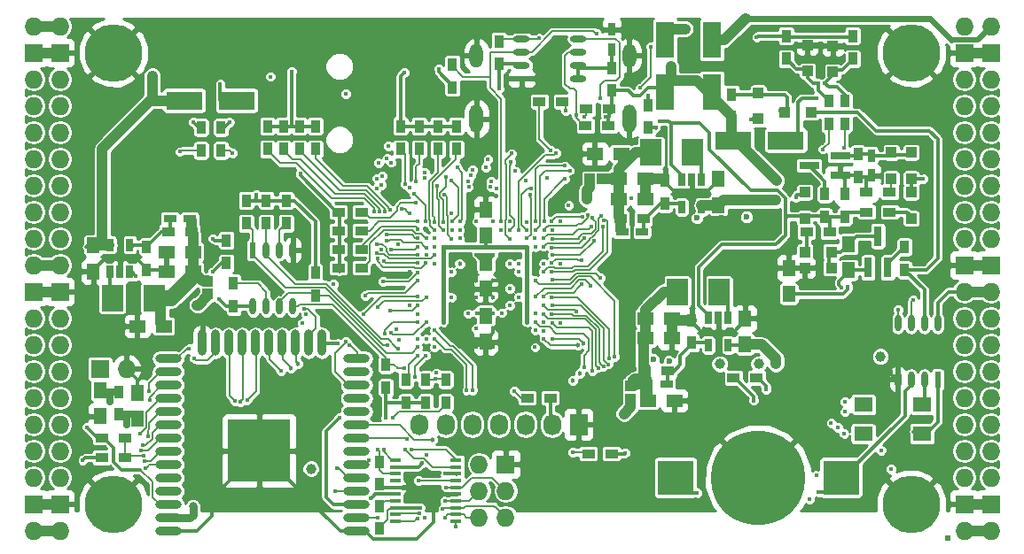
<source format=gbl>
G04 #@! TF.FileFunction,Copper,L4,Bot,Signal*
%FSLAX46Y46*%
G04 Gerber Fmt 4.6, Leading zero omitted, Abs format (unit mm)*
G04 Created by KiCad (PCBNEW 4.0.7+dfsg1-1) date Sun Dec 10 11:28:18 2017*
%MOMM*%
%LPD*%
G01*
G04 APERTURE LIST*
%ADD10C,0.100000*%
%ADD11O,1.727200X1.727200*%
%ADD12R,1.727200X1.727200*%
%ADD13R,0.500000X0.500000*%
%ADD14R,0.900000X1.200000*%
%ADD15R,1.000000X1.000000*%
%ADD16R,1.800000X3.500000*%
%ADD17R,2.000000X2.500000*%
%ADD18R,0.700000X1.200000*%
%ADD19R,1.250000X1.500000*%
%ADD20R,1.500000X1.250000*%
%ADD21R,0.800000X1.900000*%
%ADD22R,1.900000X0.800000*%
%ADD23R,1.200000X0.750000*%
%ADD24R,0.750000X1.200000*%
%ADD25R,1.200000X0.900000*%
%ADD26C,5.500000*%
%ADD27R,1.000000X0.400000*%
%ADD28R,1.727200X2.032000*%
%ADD29O,1.727200X2.032000*%
%ADD30R,3.500000X1.800000*%
%ADD31R,3.500000X3.300000*%
%ADD32C,9.000000*%
%ADD33O,1.300000X2.700000*%
%ADD34O,1.300000X2.300000*%
%ADD35R,0.600000X1.550000*%
%ADD36O,0.600000X1.550000*%
%ADD37R,1.550000X0.600000*%
%ADD38O,1.550000X0.600000*%
%ADD39O,2.500000X0.900000*%
%ADD40O,0.900000X2.500000*%
%ADD41R,6.000000X6.000000*%
%ADD42R,1.800000X1.400000*%
%ADD43C,0.600000*%
%ADD44C,1.000000*%
%ADD45C,0.400000*%
%ADD46C,0.454000*%
%ADD47C,0.800000*%
%ADD48C,0.700000*%
%ADD49C,0.300000*%
%ADD50C,0.190000*%
%ADD51C,1.000000*%
%ADD52C,0.600000*%
%ADD53C,0.500000*%
%ADD54C,0.800000*%
%ADD55C,0.700000*%
%ADD56C,0.400000*%
%ADD57C,0.200000*%
%ADD58C,1.500000*%
%ADD59C,0.127000*%
%ADD60C,1.200000*%
%ADD61C,0.254000*%
G04 APERTURE END LIST*
D10*
D11*
X97910000Y-62690000D03*
X95370000Y-62690000D03*
D12*
X97910000Y-65230000D03*
X95370000Y-65230000D03*
D11*
X97910000Y-67770000D03*
X95370000Y-67770000D03*
X97910000Y-70310000D03*
X95370000Y-70310000D03*
X97910000Y-72850000D03*
X95370000Y-72850000D03*
X97910000Y-75390000D03*
X95370000Y-75390000D03*
X97910000Y-77930000D03*
X95370000Y-77930000D03*
X97910000Y-80470000D03*
X95370000Y-80470000D03*
X97910000Y-83010000D03*
X95370000Y-83010000D03*
X97910000Y-85550000D03*
X95370000Y-85550000D03*
D12*
X97910000Y-88090000D03*
X95370000Y-88090000D03*
D11*
X97910000Y-90630000D03*
X95370000Y-90630000D03*
X97910000Y-93170000D03*
X95370000Y-93170000D03*
X97910000Y-95710000D03*
X95370000Y-95710000D03*
X97910000Y-98250000D03*
X95370000Y-98250000D03*
X97910000Y-100790000D03*
X95370000Y-100790000D03*
X97910000Y-103330000D03*
X95370000Y-103330000D03*
X97910000Y-105870000D03*
X95370000Y-105870000D03*
D12*
X97910000Y-108410000D03*
X95370000Y-108410000D03*
D11*
X97910000Y-110950000D03*
X95370000Y-110950000D03*
D13*
X182675150Y-111637626D03*
D14*
X103498000Y-99858000D03*
X103498000Y-97658000D03*
D15*
X152393000Y-97142000D03*
X152393000Y-98342000D03*
D16*
X155695000Y-69000000D03*
X155695000Y-64000000D03*
D14*
X154044000Y-72426000D03*
X154044000Y-70226000D03*
D17*
X160870000Y-88090000D03*
X156870000Y-88090000D03*
D18*
X159825000Y-90600000D03*
X160775000Y-90600000D03*
X161725000Y-90600000D03*
X161725000Y-93200000D03*
X159825000Y-93200000D03*
D17*
X102895000Y-88725000D03*
X106895000Y-88725000D03*
D18*
X104575000Y-86215000D03*
X103625000Y-86215000D03*
X102675000Y-86215000D03*
X102675000Y-83615000D03*
X104575000Y-83615000D03*
D17*
X158330000Y-74755000D03*
X154330000Y-74755000D03*
D18*
X157285000Y-77392000D03*
X158235000Y-77392000D03*
X159185000Y-77392000D03*
X159185000Y-79992000D03*
X157285000Y-79992000D03*
D19*
X101085000Y-83665000D03*
X101085000Y-86165000D03*
D20*
X153810000Y-90630000D03*
X156310000Y-90630000D03*
X153810000Y-92535000D03*
X156310000Y-92535000D03*
D19*
X163315000Y-93150000D03*
X163315000Y-90650000D03*
D20*
X151270000Y-79200000D03*
X153770000Y-79200000D03*
X151270000Y-77295000D03*
X153770000Y-77295000D03*
D19*
X160775000Y-79815000D03*
X160775000Y-77315000D03*
D20*
X110590000Y-84280000D03*
X108090000Y-84280000D03*
X110590000Y-86185000D03*
X108090000Y-86185000D03*
D19*
X173221000Y-86038000D03*
X173221000Y-83538000D03*
D21*
X176965000Y-85780000D03*
X175065000Y-85780000D03*
X176015000Y-82780000D03*
D22*
X172435000Y-75075000D03*
X172435000Y-76975000D03*
X169435000Y-76025000D03*
D23*
X153910000Y-96910000D03*
X155810000Y-96910000D03*
X151570000Y-82375000D03*
X153470000Y-82375000D03*
X110290000Y-81105000D03*
X108390000Y-81105000D03*
D24*
X175380000Y-75075000D03*
X175380000Y-76975000D03*
D25*
X169200000Y-82375000D03*
X171400000Y-82375000D03*
D14*
X172840000Y-80935000D03*
X172840000Y-78735000D03*
D25*
X177115000Y-80470000D03*
X174915000Y-80470000D03*
D14*
X174110000Y-74925000D03*
X174110000Y-77125000D03*
X178555000Y-83815000D03*
X178555000Y-86015000D03*
X113785000Y-83180000D03*
X113785000Y-85380000D03*
X170935000Y-80935000D03*
X170935000Y-78735000D03*
X128390000Y-108580000D03*
X128390000Y-110780000D03*
D25*
X150572000Y-103584000D03*
X148372000Y-103584000D03*
X177115000Y-78565000D03*
X174915000Y-78565000D03*
X153760000Y-95640000D03*
X155960000Y-95640000D03*
X110440000Y-82375000D03*
X108240000Y-82375000D03*
X151420000Y-81105000D03*
X153620000Y-81105000D03*
D14*
X158235000Y-90800000D03*
X158235000Y-93000000D03*
X106165000Y-86015000D03*
X106165000Y-83815000D03*
X155695000Y-77465000D03*
X155695000Y-79665000D03*
D25*
X126696000Y-85804000D03*
X124496000Y-85804000D03*
X126696000Y-84026000D03*
X124496000Y-84026000D03*
X126696000Y-82248000D03*
X124496000Y-82248000D03*
X126696000Y-80470000D03*
X124496000Y-80470000D03*
D14*
X130422000Y-74458000D03*
X130422000Y-72258000D03*
X132200000Y-74458000D03*
X132200000Y-72258000D03*
X133978000Y-74458000D03*
X133978000Y-72258000D03*
X135756000Y-74458000D03*
X135756000Y-72258000D03*
D24*
X150589600Y-64910000D03*
X150589600Y-63010000D03*
D11*
X184270000Y-110950000D03*
X186810000Y-110950000D03*
D12*
X184270000Y-108410000D03*
X186810000Y-108410000D03*
D11*
X184270000Y-105870000D03*
X186810000Y-105870000D03*
X184270000Y-103330000D03*
X186810000Y-103330000D03*
X184270000Y-100790000D03*
X186810000Y-100790000D03*
X184270000Y-98250000D03*
X186810000Y-98250000D03*
X184270000Y-95710000D03*
X186810000Y-95710000D03*
X184270000Y-93170000D03*
X186810000Y-93170000D03*
X184270000Y-90630000D03*
X186810000Y-90630000D03*
X184270000Y-88090000D03*
X186810000Y-88090000D03*
D12*
X184270000Y-85550000D03*
X186810000Y-85550000D03*
D11*
X184270000Y-83010000D03*
X186810000Y-83010000D03*
X184270000Y-80470000D03*
X186810000Y-80470000D03*
X184270000Y-77930000D03*
X186810000Y-77930000D03*
X184270000Y-75390000D03*
X186810000Y-75390000D03*
X184270000Y-72850000D03*
X186810000Y-72850000D03*
X184270000Y-70310000D03*
X186810000Y-70310000D03*
X184270000Y-67770000D03*
X186810000Y-67770000D03*
D12*
X184270000Y-65230000D03*
X186810000Y-65230000D03*
D11*
X184270000Y-62690000D03*
X186810000Y-62690000D03*
D26*
X102990000Y-108410000D03*
X179190000Y-108410000D03*
X179190000Y-65230000D03*
X102990000Y-65230000D03*
D14*
X162045000Y-71410000D03*
X162045000Y-69210000D03*
X139820000Y-66330000D03*
X139820000Y-64130000D03*
X135375000Y-68532000D03*
X135375000Y-66332000D03*
X150615000Y-68870000D03*
X150615000Y-66670000D03*
D25*
X150275000Y-72215000D03*
X148075000Y-72215000D03*
X150380000Y-70600000D03*
X148180000Y-70600000D03*
D27*
X135735000Y-104215000D03*
X135735000Y-104865000D03*
X135735000Y-105515000D03*
X135735000Y-106165000D03*
X135735000Y-106815000D03*
X135735000Y-107465000D03*
X135735000Y-108115000D03*
X135735000Y-108765000D03*
X135735000Y-109415000D03*
X135735000Y-110065000D03*
X129935000Y-110065000D03*
X129935000Y-109415000D03*
X129935000Y-108765000D03*
X129935000Y-108115000D03*
X129935000Y-107465000D03*
X129935000Y-106815000D03*
X129935000Y-106165000D03*
X129935000Y-105515000D03*
X129935000Y-104865000D03*
X129935000Y-104215000D03*
D14*
X119500000Y-79370000D03*
X119500000Y-81570000D03*
X114480000Y-89500000D03*
X114480000Y-87300000D03*
X129025000Y-97275000D03*
X129025000Y-95075000D03*
X117595000Y-79370000D03*
X117595000Y-81570000D03*
X122280000Y-86300000D03*
X122280000Y-88500000D03*
X115690000Y-79370000D03*
X115690000Y-81570000D03*
D25*
X144730000Y-98250000D03*
X142530000Y-98250000D03*
D14*
X132835000Y-98715000D03*
X132835000Y-96515000D03*
X130930000Y-98715000D03*
X130930000Y-96515000D03*
D25*
X101890000Y-103965000D03*
X104090000Y-103965000D03*
D12*
X101720000Y-95456000D03*
D11*
X104260000Y-95456000D03*
D25*
X104090000Y-102060000D03*
X101890000Y-102060000D03*
D19*
X167506000Y-88324000D03*
X167506000Y-85824000D03*
D25*
X164415000Y-96345000D03*
X162215000Y-96345000D03*
D14*
X167252000Y-65822000D03*
X167252000Y-63622000D03*
D12*
X140455000Y-104600000D03*
D11*
X137915000Y-104600000D03*
X140455000Y-107140000D03*
X137915000Y-107140000D03*
X140455000Y-109680000D03*
X137915000Y-109680000D03*
D19*
X138550000Y-90396000D03*
X138550000Y-92896000D03*
X138550000Y-82736000D03*
X138550000Y-80236000D03*
X138550000Y-85316000D03*
X138550000Y-87816000D03*
X101720000Y-97508000D03*
X101720000Y-100008000D03*
D14*
X113277000Y-74585000D03*
X113277000Y-72385000D03*
X111372000Y-74585000D03*
X111372000Y-72385000D03*
X172840000Y-72045000D03*
X172840000Y-69845000D03*
X171316000Y-72045000D03*
X171316000Y-69845000D03*
D28*
X147440000Y-100790000D03*
D29*
X144900000Y-100790000D03*
X142360000Y-100790000D03*
X139820000Y-100790000D03*
X137280000Y-100790000D03*
X134740000Y-100790000D03*
X132200000Y-100790000D03*
D19*
X105276000Y-100262000D03*
X105276000Y-97762000D03*
D30*
X109761000Y-69802000D03*
X114761000Y-69802000D03*
X167212000Y-73612000D03*
X162212000Y-73612000D03*
D16*
X160140000Y-64000000D03*
X160140000Y-69000000D03*
D20*
X154064000Y-98504000D03*
X156564000Y-98504000D03*
X107796000Y-91392000D03*
X105296000Y-91392000D03*
X151484000Y-74882000D03*
X148984000Y-74882000D03*
D14*
X173602000Y-65822000D03*
X173602000Y-63622000D03*
X134740000Y-96515000D03*
X134740000Y-98715000D03*
D31*
X172485000Y-105870000D03*
X156685000Y-105870000D03*
D32*
X164585000Y-105870000D03*
D15*
X169284000Y-66988000D03*
X169284000Y-64488000D03*
X171697000Y-67081000D03*
X171697000Y-64581000D03*
X169050000Y-84280000D03*
X171550000Y-84280000D03*
X179190000Y-81085000D03*
X179190000Y-78585000D03*
X169030000Y-81085000D03*
X169030000Y-78585000D03*
X171550000Y-85804000D03*
X169050000Y-85804000D03*
X179190000Y-77275000D03*
X179190000Y-74775000D03*
X177285000Y-74775000D03*
X177285000Y-77275000D03*
X167145000Y-70945000D03*
X169645000Y-70945000D03*
X164585000Y-69060000D03*
X164585000Y-71560000D03*
X112007000Y-87109000D03*
X112007000Y-88309000D03*
X149691000Y-77295000D03*
X148491000Y-77295000D03*
D14*
X128390000Y-106546000D03*
X128390000Y-104346000D03*
X117722000Y-74458000D03*
X117722000Y-72258000D03*
X119246000Y-74458000D03*
X119246000Y-72258000D03*
X120770000Y-74458000D03*
X120770000Y-72258000D03*
X122294000Y-74458000D03*
X122294000Y-72258000D03*
D25*
X145880000Y-69900000D03*
X143680000Y-69900000D03*
D33*
X152280000Y-71550000D03*
X137680000Y-71550000D03*
D34*
X137680000Y-65500000D03*
X152280000Y-65500000D03*
D35*
X181730000Y-96505000D03*
D36*
X180460000Y-96505000D03*
X179190000Y-96505000D03*
X177920000Y-96505000D03*
X177920000Y-91105000D03*
X179190000Y-91105000D03*
X180460000Y-91105000D03*
X181730000Y-91105000D03*
D37*
X141980000Y-67706500D03*
D38*
X141980000Y-66436500D03*
X141980000Y-65166500D03*
X141980000Y-63896500D03*
X147380000Y-63896500D03*
X147380000Y-65166500D03*
X147380000Y-66436500D03*
X147380000Y-67706500D03*
D35*
X116325000Y-84120000D03*
D36*
X117595000Y-84120000D03*
X118865000Y-84120000D03*
X120135000Y-84120000D03*
X120135000Y-89520000D03*
X118865000Y-89520000D03*
X117595000Y-89520000D03*
X116325000Y-89520000D03*
D39*
X126230000Y-111000000D03*
X126230000Y-109730000D03*
X126230000Y-108460000D03*
X126230000Y-107190000D03*
X126230000Y-105920000D03*
X126230000Y-104650000D03*
X126230000Y-103380000D03*
X126230000Y-102110000D03*
X126230000Y-100840000D03*
X126230000Y-99570000D03*
X126230000Y-98300000D03*
X126230000Y-97030000D03*
X126230000Y-95760000D03*
X126230000Y-94490000D03*
D40*
X122945000Y-93000000D03*
X121675000Y-93000000D03*
X120405000Y-93000000D03*
X119135000Y-93000000D03*
X117865000Y-93000000D03*
X116595000Y-93000000D03*
X115325000Y-93000000D03*
X114055000Y-93000000D03*
X112785000Y-93000000D03*
X111515000Y-93000000D03*
D39*
X108230000Y-94490000D03*
X108230000Y-95760000D03*
X108230000Y-97030000D03*
X108230000Y-98300000D03*
X108230000Y-99570000D03*
X108230000Y-100840000D03*
X108230000Y-102110000D03*
X108230000Y-103380000D03*
X108230000Y-104650000D03*
X108230000Y-105920000D03*
X108230000Y-107190000D03*
X108230000Y-108460000D03*
X108230000Y-109730000D03*
X108230000Y-111000000D03*
D41*
X116930000Y-103300000D03*
D42*
X180212000Y-98882000D03*
X174612000Y-98882000D03*
X174612000Y-101682000D03*
X180212000Y-101682000D03*
D43*
X152525938Y-81463870D03*
D44*
X162956098Y-95078488D03*
X158539988Y-94868772D03*
D43*
X161075765Y-80992022D03*
X164882869Y-80938986D03*
X156262773Y-81349374D03*
D44*
X177229911Y-82281349D03*
D43*
X123437000Y-108972000D03*
D45*
X132871770Y-84533979D03*
X132862998Y-82124544D03*
X131278306Y-86213101D03*
X135281276Y-80583119D03*
X131279502Y-89407325D03*
X170309539Y-85441529D03*
X145698456Y-91073766D03*
X145672808Y-85396062D03*
X144103186Y-84622010D03*
X133216000Y-107465000D03*
X137680000Y-88600000D03*
X142480000Y-95000000D03*
X141680000Y-92600000D03*
X140836000Y-84534000D03*
X135284627Y-94985297D03*
X135288625Y-94225619D03*
X134455822Y-94267172D03*
X136095958Y-93369652D03*
D46*
X139264636Y-91615205D03*
D44*
X116880503Y-64802940D03*
X106974809Y-64953974D03*
X175210328Y-64948943D03*
X165417246Y-64954666D03*
D45*
X175495631Y-71457432D03*
X145680000Y-94177990D03*
X177285000Y-95710000D03*
X140880000Y-81400000D03*
X136085174Y-89394826D03*
X145680000Y-81400000D03*
X140874194Y-91433353D03*
X142480000Y-94200000D03*
X140880000Y-93400000D03*
X139280000Y-93400000D03*
X137680000Y-93400000D03*
X136880000Y-92600000D03*
X135280000Y-92600000D03*
X132880000Y-91800000D03*
X132880000Y-93400000D03*
D46*
X141042859Y-86994997D03*
X139280000Y-87000000D03*
X136110990Y-86995403D03*
X137680000Y-87000000D03*
X136080000Y-84600000D03*
X139280000Y-88600000D03*
D44*
X106720415Y-67436305D03*
X166284693Y-95025145D03*
X166248957Y-79348409D03*
X166343357Y-77477990D03*
D45*
X172564535Y-87722010D03*
D44*
X121861867Y-105030174D03*
D45*
X150030853Y-71331848D03*
D44*
X156235582Y-66548363D03*
X101932065Y-82585048D03*
D45*
X127586603Y-107875044D03*
D44*
X157600000Y-62944000D03*
D45*
X117976000Y-67516000D03*
D44*
X160905403Y-95006436D03*
D43*
X158731133Y-81048929D03*
X154593901Y-94607945D03*
X156088245Y-94762980D03*
D44*
X164625730Y-94982471D03*
D43*
X163462982Y-80942429D03*
D44*
X176254940Y-94288458D03*
D47*
X110593913Y-108636458D03*
D45*
X180340784Y-77316932D03*
X148271935Y-77777990D03*
X173137949Y-87594275D03*
D44*
X148202454Y-79278787D03*
D48*
X102710050Y-98594954D03*
D45*
X154794000Y-72426000D03*
X129005202Y-100174798D03*
X137659051Y-91638034D03*
X139820000Y-68665673D03*
X172834633Y-99599920D03*
X172879922Y-98618650D03*
X176305593Y-103279812D03*
X164433885Y-63737451D03*
X134079160Y-66786153D03*
X116654336Y-78777990D03*
X112515000Y-83010000D03*
X100080000Y-104200000D03*
X113080000Y-88800000D03*
X135273306Y-88618602D03*
X139272517Y-84611349D03*
X137680556Y-84534085D03*
X141680000Y-86200000D03*
X135280000Y-86200000D03*
X132880000Y-92600000D03*
X132080000Y-92600000D03*
X141680000Y-88600000D03*
X141680000Y-85400000D03*
X165349214Y-97422919D03*
X121401947Y-90251871D03*
X129988160Y-91721995D03*
X130302262Y-92700329D03*
X121041200Y-91125073D03*
D44*
X110991000Y-89360000D03*
D45*
X142480000Y-91000000D03*
X142480000Y-83800000D03*
X134480000Y-83800000D03*
X134480000Y-91000000D03*
X105160274Y-86610828D03*
X125193541Y-69156848D03*
X155149360Y-71764535D03*
X170182962Y-69571012D03*
X170362901Y-107286196D03*
X158716651Y-107325176D03*
X128216338Y-109760338D03*
X132708000Y-109680000D03*
X137295592Y-97538017D03*
X134750646Y-106810513D03*
X133680000Y-91800000D03*
X136740903Y-97514503D03*
X134675868Y-108131585D03*
D46*
X133449289Y-102232615D03*
D45*
X133680000Y-92600000D03*
X132936956Y-103711000D03*
X127385678Y-104203668D03*
X133685482Y-93402296D03*
X134463998Y-108841973D03*
X131039072Y-102187000D03*
X131808905Y-96227367D03*
X134636872Y-109719950D03*
X132846234Y-94197073D03*
X120834553Y-76779094D03*
X130761990Y-67119621D03*
X147186000Y-71200000D03*
X147983153Y-71347080D03*
X149475951Y-69619684D03*
X153297112Y-68608292D03*
X177926984Y-89812061D03*
X154329326Y-64643767D03*
X152497066Y-79193467D03*
X146481406Y-79819384D03*
X143650666Y-63862520D03*
X179351513Y-88868327D03*
X149134122Y-63424051D03*
X140035989Y-81400000D03*
X115759823Y-98502036D03*
X132083026Y-86260405D03*
X128776655Y-87135140D03*
X119008515Y-95662939D03*
D46*
X119978162Y-95412951D03*
X120634035Y-94977604D03*
D45*
X113212238Y-68244401D03*
X146180000Y-70800000D03*
X131453853Y-103208291D03*
X149771692Y-81825658D03*
X144080000Y-86200000D03*
X149520824Y-86769192D03*
X144894316Y-86977564D03*
X144873936Y-83860397D03*
X149549750Y-80868432D03*
D46*
X147355672Y-93219294D03*
D45*
X144113248Y-92588762D03*
X144875155Y-86218896D03*
X149846468Y-81303978D03*
X144916886Y-83016385D03*
X148719886Y-81056015D03*
D46*
X147915304Y-93063131D03*
D45*
X144882352Y-92577990D03*
X148747982Y-95669626D03*
X144891634Y-91073766D03*
X149795895Y-95251084D03*
X144867244Y-90229755D03*
X150278898Y-95040253D03*
X144892596Y-89385743D03*
X150345974Y-94517527D03*
X144877648Y-88622010D03*
X150889207Y-94332565D03*
X143280000Y-87000000D03*
X130807074Y-95454141D03*
X130171404Y-93544341D03*
X132080000Y-93400000D03*
X129196652Y-93209125D03*
X133852393Y-95875797D03*
X141280000Y-97600000D03*
X133762848Y-96395146D03*
X132080000Y-94200000D03*
X128610772Y-84072485D03*
X105895603Y-103765816D03*
X130839486Y-103208291D03*
X132075624Y-89410644D03*
X129449238Y-89926948D03*
X128806823Y-103185900D03*
X128251440Y-89564206D03*
X132162861Y-106185868D03*
X132880000Y-88600000D03*
X124329568Y-104994951D03*
X127040053Y-88481065D03*
X132080000Y-87000000D03*
X125499542Y-93250681D03*
X124202418Y-107207639D03*
X109323798Y-74706222D03*
X132024412Y-109766775D03*
X114371508Y-74859518D03*
X132219727Y-109277292D03*
X135315381Y-81391918D03*
X135280062Y-77463305D03*
X134471370Y-81406751D03*
X134758050Y-77130140D03*
X132761172Y-77202673D03*
X132737245Y-76676207D03*
X128644933Y-77050030D03*
X128152012Y-77257840D03*
X128125571Y-78233647D03*
X110718734Y-94451783D03*
X128590544Y-77894041D03*
X110249038Y-93533767D03*
X106368514Y-97598098D03*
X131253134Y-78134216D03*
X106477197Y-98487772D03*
X132783339Y-81400004D03*
X131709326Y-78745875D03*
X132079024Y-82984045D03*
X129109095Y-82655074D03*
X105572759Y-101661319D03*
X106276126Y-101893466D03*
X132880889Y-83897835D03*
X129054383Y-83179239D03*
X129487667Y-84079929D03*
X132083682Y-83828056D03*
X105813763Y-102819336D03*
X132062099Y-84533979D03*
X128165458Y-83528763D03*
X105627254Y-103312241D03*
X128183315Y-84380742D03*
X105992720Y-104283802D03*
X133671942Y-84595200D03*
X132834641Y-85377990D03*
X128203260Y-84907376D03*
X106088753Y-104974041D03*
D46*
X146862501Y-96617499D03*
X147534467Y-95913260D03*
D45*
X147927932Y-95329243D03*
X143280000Y-91000000D03*
X149284391Y-95377990D03*
X144077013Y-90266968D03*
X147207648Y-89973043D03*
X144076240Y-89395301D03*
X143281824Y-90201951D03*
X144102010Y-85397219D03*
X147687522Y-85093328D03*
X144868096Y-85371354D03*
X148610669Y-81900026D03*
X144102010Y-83000000D03*
X144888125Y-82172374D03*
X147695541Y-87403214D03*
X144082832Y-88584510D03*
X148578814Y-87496879D03*
X143278026Y-88595030D03*
X144125486Y-82186468D03*
X148298275Y-80739810D03*
X144876540Y-81328363D03*
X147802234Y-80917812D03*
X139280000Y-81400000D03*
X139578623Y-78205862D03*
X139034115Y-78040948D03*
X139046749Y-77514088D03*
X138580000Y-76200000D03*
X138779198Y-75400762D03*
X137680000Y-81400000D03*
X137308732Y-76415018D03*
X137106948Y-76979922D03*
X136859538Y-77550820D03*
X136922059Y-78097889D03*
X136096392Y-81395070D03*
X135830698Y-76200613D03*
X148878722Y-83261032D03*
X144915665Y-84598743D03*
X148001372Y-82958777D03*
X144103186Y-83777990D03*
X142841210Y-78784254D03*
X142473549Y-82998913D03*
X142864275Y-78217369D03*
X142437464Y-82181475D03*
X146089079Y-77300571D03*
X144144931Y-81387081D03*
X144394875Y-77219934D03*
X146577729Y-76500816D03*
X143281475Y-82206074D03*
X146130802Y-76060132D03*
X143300920Y-81377293D03*
X145255695Y-74817220D03*
X141662690Y-82207782D03*
X142456909Y-81405800D03*
X140030954Y-82200000D03*
X141342967Y-76554996D03*
X141046643Y-74873804D03*
X140864029Y-83041403D03*
X140874966Y-82177164D03*
X140980062Y-75681941D03*
X115149319Y-98625494D03*
X132872609Y-82968555D03*
X132080007Y-82103333D03*
X132080000Y-81400000D03*
X131847310Y-79589886D03*
X130856828Y-77786820D03*
X131923295Y-77584853D03*
X133648389Y-82190597D03*
X133627359Y-81414685D03*
X129477855Y-92000822D03*
X132880000Y-91000000D03*
X128879646Y-92111037D03*
X132077648Y-90977990D03*
X131275302Y-80595752D03*
X130489904Y-80167235D03*
X128823114Y-85153560D03*
X132072985Y-85377990D03*
X134476508Y-82180155D03*
X133942383Y-77980766D03*
X163908850Y-71651861D03*
X135656559Y-110610712D03*
X132468001Y-104503413D03*
X146844288Y-103452739D03*
X132285867Y-108754446D03*
X134707351Y-105508447D03*
D48*
X104260000Y-100790000D03*
D45*
X114604320Y-98573680D03*
X112515000Y-86185000D03*
X164144561Y-98511733D03*
X170157734Y-105666345D03*
X169506589Y-107953726D03*
X170735900Y-74464979D03*
X143257990Y-83000000D03*
X168166438Y-79108038D03*
X151896383Y-103510715D03*
X114075797Y-71903914D03*
X110632496Y-71877629D03*
X143269694Y-93414905D03*
X177274002Y-105079115D03*
X172761273Y-101651681D03*
X143280000Y-91800000D03*
X172193360Y-101105663D03*
X144064831Y-91877646D03*
X171540304Y-100645743D03*
X144080000Y-91000000D03*
X135320520Y-82196441D03*
X129493343Y-75737814D03*
X136080000Y-82200000D03*
X129125079Y-75315804D03*
X136080000Y-83000000D03*
X129252218Y-74142461D03*
X142377451Y-77497451D03*
X172746637Y-74347988D03*
X143280000Y-83800000D03*
X170300000Y-68151000D03*
X170950000Y-68125562D03*
X125167387Y-92841517D03*
X121206217Y-89762554D03*
X132082956Y-90210779D03*
X182675150Y-111637626D03*
X124027706Y-87347706D03*
X124027707Y-87347707D03*
X166678914Y-70803555D03*
X129660000Y-100155000D03*
X124580000Y-100155000D03*
X132084049Y-88558274D03*
X126880008Y-90276109D03*
X128280000Y-103200000D03*
X120008000Y-67008000D03*
X127889625Y-80407426D03*
X133680000Y-85400000D03*
X130204628Y-83599483D03*
X128416582Y-80399850D03*
X133680000Y-83800000D03*
X128943593Y-80399729D03*
X133680000Y-83000000D03*
X129457990Y-80285112D03*
X144780000Y-74590382D03*
X124453000Y-93043000D03*
X137689001Y-90122990D03*
D44*
X151758000Y-99774000D03*
D45*
X136885174Y-90194826D03*
X140094890Y-90122990D03*
X139280000Y-90122990D03*
X140880000Y-89400000D03*
X140880000Y-87800000D03*
X140880000Y-85400000D03*
D46*
X136080000Y-85400000D03*
D45*
X128333179Y-75769807D03*
X134613000Y-78819000D03*
X135280000Y-83022010D03*
X154052298Y-69302298D03*
X100450000Y-101044000D03*
D49*
X155822000Y-83645000D02*
X155822000Y-81790147D01*
X155822000Y-81790147D02*
X156262773Y-81349374D01*
X153039876Y-83645000D02*
X155822000Y-83645000D01*
X152525938Y-83131062D02*
X153039876Y-83645000D01*
X152525938Y-81463870D02*
X152525938Y-83131062D01*
D50*
X138029000Y-66332000D02*
X138115000Y-66246000D01*
D49*
X133415999Y-107664999D02*
X133216000Y-107465000D01*
X133612013Y-107861013D02*
X133415999Y-107664999D01*
X131991648Y-111780338D02*
X133612013Y-110159973D01*
X127810434Y-111780338D02*
X131991648Y-111780338D01*
X133612013Y-110159973D02*
X133612013Y-107861013D01*
X127060434Y-111030338D02*
X127810434Y-111780338D01*
X126260434Y-111030338D02*
X127060434Y-111030338D01*
D51*
X184270000Y-108410000D02*
X186810000Y-108410000D01*
X184270000Y-85550000D02*
X186810000Y-85550000D01*
X184270000Y-65230000D02*
X186810000Y-65230000D01*
X95370000Y-65230000D02*
X97910000Y-65230000D01*
X95370000Y-88090000D02*
X97910000Y-88090000D01*
X95370000Y-108410000D02*
X97910000Y-108410000D01*
D49*
X108260434Y-111030338D02*
X109060434Y-111030338D01*
X109060434Y-111030338D02*
X109140772Y-110950000D01*
X110957617Y-110950000D02*
X112380000Y-109527617D01*
X109140772Y-110950000D02*
X110957617Y-110950000D01*
X112380000Y-109527617D02*
X112380000Y-107854384D01*
X112380000Y-107854384D02*
X116904046Y-103330338D01*
X116904046Y-103330338D02*
X116960434Y-103330338D01*
X167506000Y-85824000D02*
X169927068Y-85824000D01*
X169927068Y-85824000D02*
X170109540Y-85641528D01*
X170109540Y-85641528D02*
X170309539Y-85441529D01*
X104260000Y-95456000D02*
X105276000Y-96472000D01*
X105276000Y-96472000D02*
X105276000Y-97762000D01*
X133216000Y-107465000D02*
X132214478Y-107465000D01*
X135735000Y-107465000D02*
X133216000Y-107465000D01*
X132214478Y-107465000D02*
X131572496Y-106823018D01*
X131572496Y-106823018D02*
X129919874Y-106823018D01*
X126260434Y-111030338D02*
X124660659Y-111030338D01*
X124660659Y-111030338D02*
X116960659Y-103330338D01*
X116960659Y-103330338D02*
X116960434Y-103330338D01*
X129935000Y-106815000D02*
X128659000Y-106815000D01*
X128659000Y-106815000D02*
X128390000Y-106546000D01*
X128390000Y-106546000D02*
X128558000Y-106546000D01*
X136126306Y-93400000D02*
X136095958Y-93369652D01*
X136880000Y-92600000D02*
X136110348Y-93369652D01*
X136049652Y-93369652D02*
X136095958Y-93369652D01*
X137680000Y-93400000D02*
X136126306Y-93400000D01*
X135280000Y-92600000D02*
X136049652Y-93369652D01*
X136110348Y-93369652D02*
X136095958Y-93369652D01*
X139264636Y-92054364D02*
X139264636Y-91936231D01*
X139264636Y-91936231D02*
X139264636Y-91615205D01*
X138550000Y-92769000D02*
X139264636Y-92054364D01*
X136880000Y-92600000D02*
X137680000Y-93400000D01*
X136880000Y-92600000D02*
X138381000Y-92600000D01*
X138381000Y-92600000D02*
X138550000Y-92769000D01*
X135280000Y-92600000D02*
X136880000Y-92600000D01*
X138550000Y-92769000D02*
X138649000Y-92769000D01*
X138649000Y-92769000D02*
X139280000Y-93400000D01*
X138550000Y-92769000D02*
X138311000Y-92769000D01*
X138311000Y-92769000D02*
X137680000Y-93400000D01*
X175042385Y-64781000D02*
X175210328Y-64948943D01*
X171697000Y-64781000D02*
X175042385Y-64781000D01*
X165683912Y-64688000D02*
X165417246Y-64954666D01*
X169284000Y-64688000D02*
X165683912Y-64688000D01*
X169284000Y-64688000D02*
X171604000Y-64688000D01*
X171604000Y-64688000D02*
X171697000Y-64781000D01*
X177285000Y-95710000D02*
X177285000Y-95964000D01*
X177285000Y-95964000D02*
X177920000Y-96599000D01*
X102210000Y-84915000D02*
X103625000Y-84915000D01*
X103625000Y-84915000D02*
X105215000Y-84915000D01*
X103625000Y-86215000D02*
X103625000Y-84915000D01*
X105215000Y-84915000D02*
X106165000Y-85865000D01*
X106165000Y-85865000D02*
X106165000Y-86015000D01*
X101085000Y-86165000D02*
X101085000Y-86040000D01*
X101085000Y-86040000D02*
X102210000Y-84915000D01*
X106165000Y-86015000D02*
X107920000Y-86015000D01*
X107920000Y-86015000D02*
X108090000Y-86185000D01*
D51*
X153770000Y-77295000D02*
X155525000Y-77295000D01*
D49*
X155525000Y-77295000D02*
X155695000Y-77465000D01*
D51*
X153770000Y-79200000D02*
X153770000Y-77295000D01*
D49*
X174110000Y-77125000D02*
X174745000Y-77125000D01*
X174745000Y-77125000D02*
X175230000Y-77125000D01*
X174915000Y-78565000D02*
X174915000Y-77295000D01*
X174915000Y-77295000D02*
X174745000Y-77125000D01*
X172840000Y-78735000D02*
X172840000Y-77380000D01*
X172840000Y-77380000D02*
X172435000Y-76975000D01*
X175230000Y-77125000D02*
X175380000Y-76975000D01*
X172435000Y-76975000D02*
X173960000Y-76975000D01*
X173960000Y-76975000D02*
X174110000Y-77125000D01*
X137680000Y-86200000D02*
X137680000Y-86600000D01*
X136080000Y-84600000D02*
X137680000Y-86200000D01*
X159850000Y-78365000D02*
X158235000Y-78365000D01*
X158235000Y-78365000D02*
X156445000Y-78365000D01*
X158235000Y-77235000D02*
X158235000Y-78365000D01*
X160775000Y-77315000D02*
X160775000Y-77440000D01*
X160775000Y-77440000D02*
X159850000Y-78365000D01*
X156445000Y-78365000D02*
X155695000Y-77615000D01*
X155695000Y-77615000D02*
X155695000Y-77465000D01*
D51*
X156310000Y-90630000D02*
X156310000Y-92535000D01*
X158235000Y-90800000D02*
X156480000Y-90800000D01*
D49*
X156480000Y-90800000D02*
X156310000Y-90630000D01*
X163315000Y-90650000D02*
X163315000Y-90834602D01*
X163315000Y-90834602D02*
X162249602Y-91900000D01*
X162249602Y-91900000D02*
X160775000Y-91900000D01*
X101085000Y-86165000D02*
X101085000Y-85929893D01*
X106165000Y-85944374D02*
X106165000Y-86015000D01*
X159185000Y-91900000D02*
X160775000Y-91900000D01*
X160775000Y-90600000D02*
X160775000Y-91900000D01*
X158235000Y-90800000D02*
X158235000Y-90950000D01*
X158235000Y-90950000D02*
X159185000Y-91900000D01*
X108090000Y-84280000D02*
X108090000Y-86185000D01*
X107625000Y-84745000D02*
X108090000Y-84280000D01*
X108070000Y-84260000D02*
X108090000Y-84280000D01*
X141037856Y-87000000D02*
X141042859Y-86994997D01*
X139280000Y-87000000D02*
X141037856Y-87000000D01*
X136432016Y-86995403D02*
X136110990Y-86995403D01*
X137284597Y-86995403D02*
X136432016Y-86995403D01*
X137680000Y-86600000D02*
X137284597Y-86995403D01*
X137680000Y-86600000D02*
X137680000Y-87000000D01*
D51*
X106720415Y-69627585D02*
X106720415Y-68143411D01*
X106407114Y-69940886D02*
X106720415Y-69627585D01*
X106720415Y-68143411D02*
X106720415Y-67436305D01*
X166284693Y-94494693D02*
X166284693Y-95025145D01*
X164940000Y-93150000D02*
X166284693Y-94494693D01*
X163315000Y-93150000D02*
X164940000Y-93150000D01*
X165541851Y-79348409D02*
X166248957Y-79348409D01*
X161241591Y-79348409D02*
X165541851Y-79348409D01*
X160790000Y-79800000D02*
X161241591Y-79348409D01*
D49*
X150615000Y-68870000D02*
X152180000Y-68870000D01*
X153331001Y-69348999D02*
X152658999Y-69348999D01*
X152658999Y-69348999D02*
X152180000Y-68870000D01*
X154087002Y-68592998D02*
X155287998Y-68592998D01*
X153331001Y-69348999D02*
X154087002Y-68592998D01*
X155287998Y-68592998D02*
X155695000Y-69000000D01*
D51*
X162045000Y-71410000D02*
X162045000Y-73179633D01*
X162045000Y-73179633D02*
X165843358Y-76977991D01*
X165843358Y-76977991D02*
X166343357Y-77477990D01*
D49*
X101085000Y-83665000D02*
X101684316Y-83665000D01*
X101684316Y-83665000D02*
X101913492Y-83435824D01*
D51*
X101913492Y-83435824D02*
X101913492Y-82603621D01*
D49*
X101913492Y-82603621D02*
X101932065Y-82585048D01*
X172296000Y-87453475D02*
X172364536Y-87522011D01*
X172364536Y-87522011D02*
X172564535Y-87722010D01*
X172296000Y-87088000D02*
X172296000Y-87453475D01*
X173221000Y-86038000D02*
X173221000Y-86163000D01*
X173221000Y-86163000D02*
X172296000Y-87088000D01*
X150275000Y-71465000D02*
X150380000Y-71360000D01*
X150380000Y-71360000D02*
X150380000Y-70600000D01*
X150615000Y-70935000D02*
X150615000Y-69995990D01*
X150615000Y-69995990D02*
X150615000Y-68870000D01*
X150313695Y-71331848D02*
X150030853Y-71331848D01*
X150141848Y-71331848D02*
X150030853Y-71331848D01*
X150275000Y-71465000D02*
X150141848Y-71331848D01*
X150275000Y-72215000D02*
X150275000Y-71465000D01*
X160140000Y-69000000D02*
X160140000Y-69850000D01*
X160140000Y-69850000D02*
X161700000Y-71410000D01*
D51*
X156235582Y-67716832D02*
X156235582Y-66548363D01*
X158681338Y-67896338D02*
X156415088Y-67896338D01*
X156415088Y-67896338D02*
X156235582Y-67716832D01*
D49*
X156235582Y-66578582D02*
X156235582Y-66548363D01*
D51*
X101932065Y-81877942D02*
X101932065Y-82585048D01*
X101932065Y-74415935D02*
X101932065Y-81877942D01*
X106407114Y-69940886D02*
X101932065Y-74415935D01*
D49*
X110610000Y-69548000D02*
X110610000Y-69802000D01*
D51*
X109975000Y-69802000D02*
X106546000Y-69802000D01*
X106546000Y-69802000D02*
X106419000Y-69929000D01*
X106419000Y-69929000D02*
X106407114Y-69940886D01*
D49*
X106419000Y-69675000D02*
X106419000Y-69929000D01*
X100572432Y-83665000D02*
X100424079Y-83813353D01*
X101085000Y-83665000D02*
X100572432Y-83665000D01*
X160790000Y-79800000D02*
X160775000Y-79815000D01*
X160775000Y-79940000D02*
X160775000Y-79815000D01*
X164925000Y-93150000D02*
X164240000Y-93150000D01*
X164240000Y-93150000D02*
X163315000Y-93150000D01*
X101085000Y-83665000D02*
X101085000Y-83790000D01*
D51*
X159185000Y-79835000D02*
X160755000Y-79835000D01*
D49*
X160755000Y-79835000D02*
X160775000Y-79815000D01*
X161725000Y-93200000D02*
X163265000Y-93200000D01*
X163265000Y-93200000D02*
X163315000Y-93150000D01*
X173221000Y-86038000D02*
X174807000Y-86038000D01*
X174807000Y-86038000D02*
X175065000Y-85780000D01*
D51*
X101085000Y-83665000D02*
X102625000Y-83665000D01*
D49*
X102625000Y-83665000D02*
X102675000Y-83615000D01*
X161700000Y-71410000D02*
X162045000Y-71410000D01*
D51*
X162045000Y-71410000D02*
X162045000Y-71260000D01*
X162045000Y-71260000D02*
X158681338Y-67896338D01*
D49*
X162045000Y-71753000D02*
X162045000Y-71410000D01*
X127786602Y-107675045D02*
X127586603Y-107875044D01*
X129935000Y-107465000D02*
X127996647Y-107465000D01*
X127996647Y-107465000D02*
X127786602Y-107675045D01*
X155695000Y-64000000D02*
X155695000Y-63368337D01*
X155695000Y-63368337D02*
X156119337Y-62944000D01*
D51*
X156119337Y-62944000D02*
X157600000Y-62944000D01*
X160140000Y-64000000D02*
X161340000Y-64000000D01*
X161340000Y-64000000D02*
X163399217Y-61940783D01*
D52*
X163399217Y-61940783D02*
X180980783Y-61940783D01*
D53*
X185540000Y-63960000D02*
X186810000Y-62690000D01*
D52*
X180980783Y-61940783D02*
X183000000Y-63960000D01*
D53*
X183000000Y-63960000D02*
X185540000Y-63960000D01*
D54*
X110593913Y-109202143D02*
X110593913Y-108636458D01*
X110593913Y-109476859D02*
X110593913Y-109202143D01*
X110310434Y-109760338D02*
X110593913Y-109476859D01*
X108260434Y-109760338D02*
X110310434Y-109760338D01*
D49*
X179190000Y-77075000D02*
X179431932Y-77316932D01*
X179431932Y-77316932D02*
X180057942Y-77316932D01*
X180057942Y-77316932D02*
X180340784Y-77316932D01*
D51*
X184270000Y-110950000D02*
X186810000Y-110950000D01*
X184270000Y-88090000D02*
X186810000Y-88090000D01*
X95370000Y-62690000D02*
X97910000Y-62690000D01*
X95370000Y-85550000D02*
X97910000Y-85550000D01*
X95370000Y-110950000D02*
X97910000Y-110950000D01*
D49*
X179190000Y-78585000D02*
X179190000Y-77275000D01*
X148471934Y-77577991D02*
X148271935Y-77777990D01*
X148491000Y-77295000D02*
X148491000Y-77558925D01*
X148491000Y-77558925D02*
X148471934Y-77577991D01*
X148202000Y-78022023D02*
X148271935Y-77952088D01*
X148271935Y-77952088D02*
X148271935Y-77777990D01*
X129025000Y-97275000D02*
X129025000Y-98800000D01*
X129025000Y-98800000D02*
X129025000Y-100155000D01*
X130930000Y-98715000D02*
X129110000Y-98715000D01*
X129110000Y-98715000D02*
X129025000Y-98800000D01*
X167506000Y-88324000D02*
X172691066Y-88324000D01*
X172691066Y-88324000D02*
X173137949Y-87877117D01*
X173137949Y-87877117D02*
X173137949Y-87594275D01*
D51*
X148202454Y-78413536D02*
X148202454Y-78571681D01*
X148202000Y-78413082D02*
X148202454Y-78413536D01*
X148202454Y-78571681D02*
X148202454Y-79278787D01*
D55*
X102710050Y-97683950D02*
X102710050Y-98099980D01*
X102736000Y-97658000D02*
X102710050Y-97683950D01*
X102710050Y-98099980D02*
X102710050Y-98594954D01*
X102736000Y-97658000D02*
X101870000Y-97658000D01*
X103498000Y-97658000D02*
X102736000Y-97658000D01*
D49*
X101870000Y-97658000D02*
X101720000Y-97508000D01*
X148202000Y-78413082D02*
X148491000Y-78124082D01*
D51*
X148491000Y-78124082D02*
X148491000Y-77295000D01*
X148202000Y-78413082D02*
X148439744Y-78175338D01*
D49*
X154806000Y-72438000D02*
X154794000Y-72426000D01*
X154044000Y-72426000D02*
X154794000Y-72426000D01*
X129025000Y-100155000D02*
X129005202Y-100174798D01*
X129025000Y-97275000D02*
X129025000Y-98175000D01*
X132835000Y-98715000D02*
X130930000Y-98715000D01*
X173602000Y-63706000D02*
X167336000Y-63706000D01*
X167336000Y-63706000D02*
X167252000Y-63622000D01*
X167252000Y-63622000D02*
X164549336Y-63622000D01*
X164549336Y-63622000D02*
X164433885Y-63737451D01*
X138550000Y-85042000D02*
X138188471Y-85042000D01*
X138188471Y-85042000D02*
X137680556Y-84534085D01*
X138550000Y-85042000D02*
X138841866Y-85042000D01*
X138841866Y-85042000D02*
X139272517Y-84611349D01*
X137680556Y-84534085D02*
X139195253Y-84534085D01*
X139195253Y-84534085D02*
X139272517Y-84611349D01*
X139820000Y-66330000D02*
X139820000Y-68665673D01*
X165349214Y-97129214D02*
X165349214Y-97422919D01*
X164565000Y-96345000D02*
X165349214Y-97129214D01*
X164415000Y-96345000D02*
X164565000Y-96345000D01*
X134079160Y-67068995D02*
X134079160Y-66786153D01*
X134079160Y-67086160D02*
X134079160Y-67068995D01*
X135375000Y-68382000D02*
X134079160Y-67086160D01*
X135375000Y-68532000D02*
X135375000Y-68382000D01*
X116654336Y-79155664D02*
X116654336Y-79060832D01*
X115690000Y-79370000D02*
X116440000Y-79370000D01*
X116440000Y-79370000D02*
X116654336Y-79155664D01*
X116654336Y-79060832D02*
X116654336Y-78777990D01*
X181730000Y-89106000D02*
X182746000Y-88090000D01*
X182746000Y-88090000D02*
X184270000Y-88090000D01*
X181730000Y-91011000D02*
X181730000Y-89106000D01*
X144730000Y-98250000D02*
X144730000Y-99266000D01*
X144730000Y-99266000D02*
X144730000Y-99400000D01*
X144730000Y-99400000D02*
X144730000Y-100620000D01*
X113785000Y-83180000D02*
X112685000Y-83180000D01*
X112685000Y-83180000D02*
X112515000Y-83010000D01*
X122280000Y-86300000D02*
X122280000Y-81400000D01*
X122280000Y-81400000D02*
X120250000Y-79370000D01*
X120250000Y-79370000D02*
X119500000Y-79370000D01*
X100315000Y-103965000D02*
X100080000Y-104200000D01*
X101890000Y-103965000D02*
X100315000Y-103965000D01*
X117595000Y-79370000D02*
X119500000Y-79370000D01*
X115690000Y-79370000D02*
X117595000Y-79370000D01*
X114480000Y-89500000D02*
X113780000Y-89500000D01*
X113780000Y-89500000D02*
X113080000Y-88800000D01*
X114480000Y-89500000D02*
X116305000Y-89500000D01*
X116305000Y-89500000D02*
X116325000Y-89520000D01*
X144900000Y-98250000D02*
X144730000Y-98250000D01*
X144730000Y-100620000D02*
X144900000Y-100790000D01*
X139820000Y-66330000D02*
X141875000Y-66330000D01*
X141875000Y-66330000D02*
X141980000Y-66435000D01*
X156010000Y-95710000D02*
X156524914Y-95710000D01*
X156524914Y-95710000D02*
X157145126Y-95089788D01*
X157145126Y-95089788D02*
X157145126Y-94239874D01*
X157145126Y-94239874D02*
X158235000Y-93150000D01*
X158235000Y-93150000D02*
X158235000Y-93000000D01*
X155960000Y-95640000D02*
X155960000Y-96760000D01*
X155960000Y-96760000D02*
X155810000Y-96910000D01*
X158235000Y-93000000D02*
X159625000Y-93000000D01*
X159625000Y-93000000D02*
X159825000Y-93200000D01*
D51*
X112007000Y-88471000D02*
X111118000Y-89360000D01*
X111118000Y-89360000D02*
X110991000Y-89360000D01*
D49*
X112007000Y-88359000D02*
X112007000Y-88471000D01*
D56*
X137480000Y-83800000D02*
X138550000Y-83800000D01*
X138550000Y-83800000D02*
X142480000Y-83800000D01*
D49*
X138550000Y-83298000D02*
X138550000Y-83800000D01*
D56*
X134480000Y-83800000D02*
X137480000Y-83800000D01*
X142480000Y-83800000D02*
X142480000Y-91000000D01*
X134480000Y-91000000D02*
X134480000Y-83800000D01*
D49*
X167183550Y-79184144D02*
X167183550Y-81105000D01*
X163850815Y-78403160D02*
X166402566Y-78403160D01*
X159926293Y-72922306D02*
X159926293Y-74478638D01*
X159003987Y-72000000D02*
X159926293Y-72922306D01*
X156280000Y-72000000D02*
X159003987Y-72000000D01*
X166402566Y-78403160D02*
X167183550Y-79184144D01*
X159926293Y-74478638D02*
X163850815Y-78403160D01*
X104960275Y-86410829D02*
X105160274Y-86610828D01*
X104764446Y-86215000D02*
X104960275Y-86410829D01*
X104575000Y-86215000D02*
X104764446Y-86215000D01*
X167183550Y-81105000D02*
X167183550Y-82681450D01*
X166265000Y-83600000D02*
X161080000Y-83600000D01*
X167183550Y-82681450D02*
X166265000Y-83600000D01*
X161080000Y-83600000D02*
X158880000Y-85800000D01*
X158880000Y-85800000D02*
X158880000Y-89400000D01*
X158880000Y-89400000D02*
X159825000Y-90345000D01*
X159825000Y-90345000D02*
X159825000Y-90600000D01*
X156280000Y-72000000D02*
X156044535Y-71764535D01*
X156044535Y-71764535D02*
X155432202Y-71764535D01*
X155432202Y-71764535D02*
X155149360Y-71764535D01*
X169030000Y-80885000D02*
X167403550Y-80885000D01*
X167403550Y-80885000D02*
X167183550Y-81105000D01*
X156280000Y-75980000D02*
X156280000Y-72000000D01*
X157285000Y-77235000D02*
X157285000Y-76985000D01*
X157285000Y-76985000D02*
X156280000Y-75980000D01*
X168980000Y-80885000D02*
X169030000Y-80885000D01*
X169030000Y-80885000D02*
X170885000Y-80885000D01*
X170885000Y-80885000D02*
X170935000Y-80935000D01*
X170935000Y-80935000D02*
X171570000Y-80935000D01*
X171570000Y-80935000D02*
X172840000Y-80935000D01*
X171400000Y-82375000D02*
X171400000Y-81105000D01*
X171400000Y-81105000D02*
X171570000Y-80935000D01*
X174915000Y-80470000D02*
X173305000Y-80470000D01*
X173305000Y-80470000D02*
X172840000Y-80935000D01*
X155210000Y-79665000D02*
X155695000Y-79665000D01*
X153620000Y-81105000D02*
X153770000Y-81105000D01*
X153770000Y-81105000D02*
X155210000Y-79665000D01*
X153620000Y-81105000D02*
X153620000Y-82225000D01*
X153620000Y-82225000D02*
X153470000Y-82375000D01*
X155695000Y-79665000D02*
X157115000Y-79665000D01*
X155525000Y-79835000D02*
X155695000Y-79665000D01*
X157115000Y-79665000D02*
X157285000Y-79835000D01*
X104575000Y-83615000D02*
X105965000Y-83615000D01*
X104775000Y-83815000D02*
X104575000Y-83615000D01*
X108240000Y-82375000D02*
X107605000Y-82375000D01*
X107605000Y-82375000D02*
X106165000Y-83815000D01*
X105965000Y-83615000D02*
X106165000Y-83815000D01*
X108070000Y-82545000D02*
X108240000Y-82375000D01*
X108390000Y-81105000D02*
X108390000Y-82225000D01*
X108390000Y-82225000D02*
X108240000Y-82375000D01*
X168141000Y-73485000D02*
X168402683Y-73223317D01*
X168402683Y-73223317D02*
X168402683Y-69932420D01*
X168402683Y-69932420D02*
X168764091Y-69571012D01*
X168764091Y-69571012D02*
X169900120Y-69571012D01*
X169900120Y-69571012D02*
X170182962Y-69571012D01*
X170645743Y-107286196D02*
X170362901Y-107286196D01*
X171252736Y-107286196D02*
X170645743Y-107286196D01*
X178585200Y-99953732D02*
X171252736Y-107286196D01*
X178585200Y-97635600D02*
X178585200Y-99953732D01*
X179190000Y-97030800D02*
X178585200Y-97635600D01*
X179190000Y-96599000D02*
X179190000Y-97030800D01*
X158433809Y-107325176D02*
X158716651Y-107325176D01*
X158140176Y-107325176D02*
X158433809Y-107325176D01*
X156685000Y-105870000D02*
X158140176Y-107325176D01*
D50*
X126260434Y-109760338D02*
X128216338Y-109760338D01*
X126260434Y-109760338D02*
X127060434Y-109760338D01*
X127060434Y-109760338D02*
X127107096Y-109807000D01*
X137295592Y-97255175D02*
X137295592Y-97538017D01*
X135181878Y-93301878D02*
X135425772Y-93301878D01*
X135425772Y-93301878D02*
X137295592Y-95171698D01*
X133680000Y-91800000D02*
X135181878Y-93301878D01*
X137295592Y-95171698D02*
X137295592Y-97255175D01*
X137254415Y-105873269D02*
X139188269Y-105873269D01*
X139188269Y-105873269D02*
X140455000Y-107140000D01*
X135735000Y-106856777D02*
X135718950Y-106872827D01*
X135718950Y-106872827D02*
X135656636Y-106810513D01*
X135656636Y-106810513D02*
X135033488Y-106810513D01*
X135033488Y-106810513D02*
X134750646Y-106810513D01*
X137254415Y-105873269D02*
X136254857Y-106872827D01*
X135735000Y-106815000D02*
X135735000Y-106856777D01*
X136254857Y-106872827D02*
X135718950Y-106872827D01*
X133449289Y-102232615D02*
X131722624Y-102232615D01*
X127700434Y-100870338D02*
X126260434Y-100870338D01*
X131722624Y-102232615D02*
X130360347Y-100870338D01*
X130360347Y-100870338D02*
X127700434Y-100870338D01*
X134698889Y-93618889D02*
X135294462Y-93618889D01*
X136740903Y-95065330D02*
X136740903Y-97231661D01*
X133680000Y-92600000D02*
X134698889Y-93618889D01*
X135294462Y-93618889D02*
X136740903Y-95065330D01*
X136740903Y-97231661D02*
X136740903Y-97514503D01*
X135735000Y-108115000D02*
X136940000Y-108115000D01*
X136940000Y-108115000D02*
X137915000Y-107140000D01*
X135644172Y-108131585D02*
X134958710Y-108131585D01*
X134958710Y-108131585D02*
X134675868Y-108131585D01*
X135669098Y-108106659D02*
X135644172Y-108131585D01*
X135726659Y-108106659D02*
X135669098Y-108106659D01*
X135735000Y-108115000D02*
X135726659Y-108106659D01*
X126909008Y-104680338D02*
X127185679Y-104403667D01*
X126260434Y-104680338D02*
X126909008Y-104680338D01*
X127185679Y-104403667D02*
X127385678Y-104203668D01*
X135735000Y-108765000D02*
X136425000Y-108765000D01*
X136595601Y-108594399D02*
X139369399Y-108594399D01*
X139369399Y-108594399D02*
X139591401Y-108816401D01*
X136425000Y-108765000D02*
X136595601Y-108594399D01*
X139591401Y-108816401D02*
X140455000Y-109680000D01*
X134540971Y-108765000D02*
X134463998Y-108841973D01*
X135735000Y-108765000D02*
X134540971Y-108765000D01*
X126260434Y-102140338D02*
X130992410Y-102140338D01*
X130992410Y-102140338D02*
X131039072Y-102187000D01*
X131808905Y-95944525D02*
X131808905Y-96227367D01*
X131808905Y-95234402D02*
X131808905Y-95944525D01*
X132846234Y-94197073D02*
X131808905Y-95234402D01*
X136690000Y-109680000D02*
X137915000Y-109680000D01*
X135735000Y-109415000D02*
X136425000Y-109415000D01*
X136425000Y-109415000D02*
X136690000Y-109680000D01*
X134636872Y-109719950D02*
X134941822Y-109415000D01*
X134941822Y-109415000D02*
X135735000Y-109415000D01*
D49*
X180460000Y-87920000D02*
X178555000Y-86015000D01*
X180460000Y-91011000D02*
X180460000Y-87920000D01*
X169445000Y-70945000D02*
X174084740Y-70945000D01*
X174084740Y-70945000D02*
X175826942Y-72687202D01*
X175826942Y-72687202D02*
X180932202Y-72687202D01*
X180932202Y-72687202D02*
X181730000Y-73485000D01*
X181730000Y-73485000D02*
X181730000Y-84915000D01*
X181730000Y-84915000D02*
X180630000Y-86015000D01*
X180630000Y-86015000D02*
X178555000Y-86015000D01*
X176015000Y-82780000D02*
X173979000Y-82780000D01*
X173979000Y-82780000D02*
X173221000Y-83538000D01*
X171350000Y-84280000D02*
X172479000Y-84280000D01*
X172479000Y-84280000D02*
X173221000Y-83538000D01*
X171350000Y-84280000D02*
X171350000Y-85804000D01*
X177285000Y-74975000D02*
X179190000Y-74975000D01*
X175380000Y-75075000D02*
X177185000Y-75075000D01*
X177185000Y-75075000D02*
X177285000Y-74975000D01*
X174110000Y-74925000D02*
X175230000Y-74925000D01*
X175230000Y-74925000D02*
X175380000Y-75075000D01*
X172435000Y-75075000D02*
X173960000Y-75075000D01*
X173960000Y-75075000D02*
X174110000Y-74925000D01*
X169200000Y-82375000D02*
X169200000Y-84230000D01*
X169200000Y-84230000D02*
X169250000Y-84280000D01*
X177115000Y-80470000D02*
X178775000Y-80470000D01*
X178775000Y-80470000D02*
X179190000Y-80885000D01*
X176965000Y-85780000D02*
X176965000Y-85405000D01*
X176965000Y-85405000D02*
X178555000Y-83815000D01*
X181730000Y-100536000D02*
X180784000Y-101482000D01*
X180784000Y-101482000D02*
X179412000Y-101482000D01*
X181730000Y-96599000D02*
X181730000Y-100536000D01*
X180460000Y-96599000D02*
X180460000Y-99057757D01*
X180460000Y-99057757D02*
X180446075Y-99071682D01*
X170935000Y-78735000D02*
X170935000Y-77525000D01*
X170935000Y-77525000D02*
X169435000Y-76025000D01*
D50*
X177285000Y-77075000D02*
X177285000Y-78395000D01*
X177285000Y-78395000D02*
X177115000Y-78565000D01*
D49*
X124496000Y-80470000D02*
X124346000Y-80470000D01*
X120834553Y-76958553D02*
X120834553Y-76779094D01*
X124346000Y-80470000D02*
X120834553Y-76958553D01*
X124582000Y-80470000D02*
X124432000Y-80470000D01*
X124582000Y-84279000D02*
X124582000Y-86185000D01*
X124582000Y-82375000D02*
X124582000Y-84279000D01*
X124582000Y-80470000D02*
X124582000Y-82375000D01*
X132200000Y-72258000D02*
X130422000Y-72258000D01*
X133978000Y-72258000D02*
X132200000Y-72258000D01*
X135756000Y-72258000D02*
X133978000Y-72258000D01*
X135748350Y-72191002D02*
X135722352Y-72217000D01*
X130402940Y-67478671D02*
X130761990Y-67119621D01*
X130402940Y-72217000D02*
X130402940Y-67478671D01*
D50*
X147380000Y-65165000D02*
X146460390Y-65165000D01*
X146586447Y-68691785D02*
X146964785Y-68691785D01*
X146460390Y-65165000D02*
X146133498Y-65491892D01*
X146133498Y-65491892D02*
X146133498Y-68238836D01*
X146133498Y-68238836D02*
X146586447Y-68691785D01*
X146964785Y-68691785D02*
X147186000Y-68913000D01*
X147186000Y-68913000D02*
X147186000Y-71200000D01*
X147186000Y-71476000D02*
X147186000Y-71200000D01*
X148075000Y-72215000D02*
X147925000Y-72215000D01*
X147925000Y-72215000D02*
X147186000Y-71476000D01*
X148075000Y-72215000D02*
X148075000Y-71961000D01*
X147380000Y-63895000D02*
X150955962Y-63895000D01*
X150955962Y-63895000D02*
X151352044Y-64291082D01*
X151352044Y-67579418D02*
X151043301Y-67888161D01*
X151352044Y-64291082D02*
X151352044Y-67579418D01*
X151043301Y-67888161D02*
X149894932Y-67888161D01*
X149894932Y-67888161D02*
X149475951Y-68307142D01*
X149475951Y-68307142D02*
X149475951Y-69336842D01*
X149475951Y-69336842D02*
X149475951Y-69619684D01*
X148072920Y-71347080D02*
X147983153Y-71347080D01*
X148180000Y-71240000D02*
X148072920Y-71347080D01*
X148180000Y-70600000D02*
X148180000Y-71240000D01*
X154329326Y-64643767D02*
X154329326Y-67576078D01*
X153497111Y-68408293D02*
X153297112Y-68608292D01*
X154329326Y-67576078D02*
X153497111Y-68408293D01*
X177920000Y-89819045D02*
X177926984Y-89812061D01*
X177920000Y-91011000D02*
X177920000Y-89819045D01*
X141980000Y-63895000D02*
X143618186Y-63895000D01*
X143618186Y-63895000D02*
X143650666Y-63862520D01*
X141980000Y-63895000D02*
X140055000Y-63895000D01*
X140055000Y-63895000D02*
X139820000Y-64130000D01*
X179190000Y-91011000D02*
X179190000Y-89029840D01*
X179190000Y-89029840D02*
X179351513Y-88868327D01*
X142945000Y-65165000D02*
X144935202Y-63174798D01*
X148934123Y-63224052D02*
X149134122Y-63424051D01*
X144935202Y-63174798D02*
X148884869Y-63174798D01*
X148884869Y-63174798D02*
X148934123Y-63224052D01*
X141980000Y-65165000D02*
X142945000Y-65165000D01*
X138980000Y-68578574D02*
X138980000Y-67516000D01*
X140035989Y-81400000D02*
X140035989Y-69634563D01*
X140035989Y-69634563D02*
X138980000Y-68578574D01*
X136409000Y-67516000D02*
X138980000Y-67516000D01*
X138980000Y-67516000D02*
X138980000Y-65165000D01*
X135375000Y-66332000D02*
X135375000Y-66482000D01*
X135375000Y-66482000D02*
X136409000Y-67516000D01*
X138980000Y-65165000D02*
X141980000Y-65165000D01*
D49*
X150589600Y-64910000D02*
X150589600Y-66644600D01*
X150589600Y-66644600D02*
X150615000Y-66670000D01*
X147380000Y-67705000D02*
X147380000Y-66435000D01*
X150615000Y-66670000D02*
X147615000Y-66670000D01*
X147615000Y-66670000D02*
X147380000Y-66435000D01*
D50*
X116625434Y-93030338D02*
X116625434Y-97636425D01*
X115959822Y-98302037D02*
X115759823Y-98502036D01*
X116625434Y-97636425D02*
X115959822Y-98302037D01*
X128776655Y-87135140D02*
X131208291Y-87135140D01*
X131883027Y-86460404D02*
X132083026Y-86260405D01*
X131208291Y-87135140D02*
X131883027Y-86460404D01*
X117895434Y-93030338D02*
X117895434Y-94549858D01*
X118808516Y-95462940D02*
X119008515Y-95662939D01*
X117895434Y-94549858D02*
X118808516Y-95462940D01*
X119751163Y-95185952D02*
X119978162Y-95412951D01*
X119165434Y-94600223D02*
X119751163Y-95185952D01*
X119165434Y-93030338D02*
X119165434Y-94600223D01*
X120435434Y-94779003D02*
X120634035Y-94977604D01*
X120435434Y-93030338D02*
X120435434Y-94779003D01*
D49*
X113212238Y-69737238D02*
X113212238Y-68527243D01*
X113277000Y-69802000D02*
X113212238Y-69737238D01*
X113212238Y-68527243D02*
X113212238Y-68244401D01*
D50*
X146180000Y-70800000D02*
X146180000Y-70200000D01*
X146180000Y-70200000D02*
X145880000Y-69900000D01*
X129935000Y-108115000D02*
X128895397Y-108115000D01*
X128895397Y-108115000D02*
X128373228Y-108637169D01*
X135760266Y-104239298D02*
X134729259Y-103208291D01*
X134729259Y-103208291D02*
X131736695Y-103208291D01*
X131736695Y-103208291D02*
X131453853Y-103208291D01*
X149771692Y-84259987D02*
X149771692Y-82108500D01*
X145138186Y-85796887D02*
X145206679Y-85865380D01*
X144080000Y-86200000D02*
X144483113Y-85796887D01*
X145206679Y-85865380D02*
X146790302Y-85865380D01*
X149771692Y-82108500D02*
X149771692Y-81825658D01*
X148343733Y-85687946D02*
X149771692Y-84259987D01*
X144483113Y-85796887D02*
X145138186Y-85796887D01*
X146967735Y-85687946D02*
X148343733Y-85687946D01*
X146790302Y-85865380D02*
X146967735Y-85687946D01*
X146574761Y-86977564D02*
X147230359Y-86321966D01*
X147230359Y-86321966D02*
X149073598Y-86321966D01*
X149073598Y-86321966D02*
X149320825Y-86569193D01*
X144894316Y-86977564D02*
X146574761Y-86977564D01*
X149320825Y-86569193D02*
X149520824Y-86769192D01*
X149349682Y-82233898D02*
X148741779Y-82841801D01*
X148456721Y-83061241D02*
X148456721Y-83126859D01*
X145156778Y-83860397D02*
X144873936Y-83860397D01*
X148456721Y-83126859D02*
X147723183Y-83860397D01*
X148676161Y-82841801D02*
X148456721Y-83061241D01*
X148741779Y-82841801D02*
X148676161Y-82841801D01*
X149349682Y-81068500D02*
X149349682Y-82233898D01*
X149549750Y-80868432D02*
X149349682Y-81068500D01*
X147723183Y-83860397D02*
X145156778Y-83860397D01*
X144113248Y-92588762D02*
X144743780Y-93219294D01*
X147034646Y-93219294D02*
X147355672Y-93219294D01*
X144743780Y-93219294D02*
X147034646Y-93219294D01*
X150193694Y-84286307D02*
X148475045Y-86004956D01*
X149846468Y-81303978D02*
X150129310Y-81303978D01*
X150129310Y-81303978D02*
X150193694Y-81368362D01*
X150193694Y-81368362D02*
X150193694Y-84286307D01*
X146885107Y-86218896D02*
X145157997Y-86218896D01*
X148475045Y-86004956D02*
X147099047Y-86004956D01*
X147099047Y-86004956D02*
X146885107Y-86218896D01*
X145157997Y-86218896D02*
X144875155Y-86218896D01*
X147466871Y-82991358D02*
X147441844Y-83016385D01*
X145199728Y-83016385D02*
X144916886Y-83016385D01*
X147441844Y-83016385D02*
X145199728Y-83016385D01*
X147466871Y-82868714D02*
X147810795Y-82524790D01*
X147466871Y-82991358D02*
X147466871Y-82868714D01*
X147810795Y-82524790D02*
X148610469Y-82524790D01*
X147481096Y-83005583D02*
X147466871Y-82991358D01*
X148919885Y-81256014D02*
X148719886Y-81056015D01*
X149032671Y-82102588D02*
X149032671Y-81368800D01*
X148610469Y-82524790D02*
X149032671Y-82102588D01*
X149032671Y-81368800D02*
X148919885Y-81256014D01*
X147688305Y-92836132D02*
X147915304Y-93063131D01*
X147430163Y-92577990D02*
X147688305Y-92836132D01*
X144882352Y-92577990D02*
X147430163Y-92577990D01*
X148723536Y-91850270D02*
X148723536Y-95362338D01*
X148369033Y-91495767D02*
X148723536Y-91850270D01*
X148747982Y-95386784D02*
X148747982Y-95669626D01*
X145313635Y-91495767D02*
X148369033Y-91495767D01*
X144891634Y-91073766D02*
X145313635Y-91495767D01*
X148723536Y-95362338D02*
X148747982Y-95386784D01*
X149368234Y-94823423D02*
X149595896Y-95051085D01*
X149368234Y-91598328D02*
X149368234Y-94823423D01*
X148164951Y-90395045D02*
X149368234Y-91598328D01*
X146754942Y-90229755D02*
X146920232Y-90395045D01*
X149595896Y-95051085D02*
X149795895Y-95251084D01*
X144867244Y-90229755D02*
X146754942Y-90229755D01*
X146920232Y-90395045D02*
X148164951Y-90395045D01*
X144892596Y-89385743D02*
X147603970Y-89385743D01*
X149828669Y-91610442D02*
X149828669Y-94609733D01*
X150259189Y-95040253D02*
X150278898Y-95040253D01*
X147603970Y-89385743D02*
X149828669Y-91610442D01*
X149828669Y-94609733D02*
X150259189Y-95040253D01*
X144877648Y-88622010D02*
X147288558Y-88622010D01*
X150345974Y-94234685D02*
X150345974Y-94517527D01*
X150345974Y-91679426D02*
X150345974Y-94234685D01*
X147288558Y-88622010D02*
X150345974Y-91679426D01*
X150889207Y-94049723D02*
X150889207Y-94332565D01*
X148574062Y-86638977D02*
X150889207Y-88954122D01*
X147361669Y-86638977D02*
X148574062Y-86638977D01*
X146600646Y-87400000D02*
X147361669Y-86638977D01*
X143680000Y-87400000D02*
X146600646Y-87400000D01*
X150889207Y-88954122D02*
X150889207Y-94049723D01*
X143280000Y-87000000D02*
X143680000Y-87400000D01*
X118865000Y-84120000D02*
X118865000Y-82205000D01*
X118865000Y-82205000D02*
X119500000Y-81570000D01*
X116780000Y-87300000D02*
X117595000Y-88115000D01*
X117595000Y-88115000D02*
X117595000Y-89520000D01*
X114480000Y-87300000D02*
X116780000Y-87300000D01*
X120625000Y-89520000D02*
X120804456Y-89340544D01*
X120135000Y-89520000D02*
X120625000Y-89520000D01*
X120804456Y-89340544D02*
X123946751Y-89340544D01*
X123946751Y-89340544D02*
X129025000Y-94418793D01*
X129025000Y-94418793D02*
X129025000Y-95075000D01*
X130185090Y-95454141D02*
X130088513Y-95454141D01*
X129025000Y-95075000D02*
X129805949Y-95075000D01*
X129805949Y-95075000D02*
X130185090Y-95454141D01*
X130807074Y-95454141D02*
X130185090Y-95454141D01*
X128596678Y-92617343D02*
X129244406Y-92617343D01*
X123340323Y-87360988D02*
X128596678Y-92617343D01*
X117595000Y-84595000D02*
X120360988Y-87360988D01*
X120360988Y-87360988D02*
X123340323Y-87360988D01*
X117595000Y-84120000D02*
X117595000Y-84595000D01*
X129971405Y-93344342D02*
X130171404Y-93544341D01*
X129244406Y-92617343D02*
X129971405Y-93344342D01*
X117595000Y-84120000D02*
X117595000Y-81570000D01*
X122920000Y-88500000D02*
X122280000Y-88500000D01*
X123582693Y-88500000D02*
X122920000Y-88500000D01*
X131513657Y-93966343D02*
X129049036Y-93966343D01*
X129049036Y-93966343D02*
X123582693Y-88500000D01*
X132080000Y-93400000D02*
X131513657Y-93966343D01*
X122280000Y-88500000D02*
X122031234Y-88251234D01*
X122031234Y-88251234D02*
X119658766Y-88251234D01*
X119658766Y-88251234D02*
X118865000Y-89045000D01*
X118865000Y-89045000D02*
X118865000Y-89520000D01*
X128913810Y-93209125D02*
X129196652Y-93209125D01*
X123209013Y-87677999D02*
X128740139Y-93209125D01*
X119407999Y-87677999D02*
X123209013Y-87677999D01*
X128740139Y-93209125D02*
X128913810Y-93209125D01*
X116325000Y-84120000D02*
X116325000Y-84595000D01*
X116325000Y-84595000D02*
X119407999Y-87677999D01*
X116325000Y-84120000D02*
X116325000Y-82205000D01*
X116325000Y-82205000D02*
X115690000Y-81570000D01*
X142530000Y-98250000D02*
X141930000Y-98250000D01*
X141930000Y-98250000D02*
X141280000Y-97600000D01*
X134045690Y-96395146D02*
X133762848Y-96395146D01*
X132835000Y-96515000D02*
X133642994Y-96515000D01*
X134902547Y-96248879D02*
X134756280Y-96395146D01*
X133642994Y-96515000D02*
X133762848Y-96395146D01*
X134756280Y-96395146D02*
X134045690Y-96395146D01*
X132080000Y-94200000D02*
X131242159Y-95037841D01*
X131242159Y-95037841D02*
X131242159Y-96202841D01*
X131242159Y-96202841D02*
X130930000Y-96515000D01*
X105895603Y-103765816D02*
X105530000Y-103765816D01*
X105530000Y-103765816D02*
X104289184Y-103765816D01*
X104289184Y-103765816D02*
X104090000Y-103965000D01*
X104090000Y-103965000D02*
X104090000Y-102432010D01*
X104090000Y-103965000D02*
X104434394Y-103965000D01*
X103945000Y-103965000D02*
X104090000Y-103965000D01*
D49*
X103940000Y-102060000D02*
X104090000Y-102060000D01*
X104260000Y-101890000D02*
X104090000Y-102060000D01*
D50*
X131712607Y-104081412D02*
X131039485Y-103408290D01*
X132670562Y-104081412D02*
X131712607Y-104081412D01*
X133454150Y-104865000D02*
X132670562Y-104081412D01*
X135735000Y-104865000D02*
X133454150Y-104865000D01*
X131039485Y-103408290D02*
X130839486Y-103208291D01*
X131875625Y-89610643D02*
X132075624Y-89410644D01*
X131559320Y-89926948D02*
X131875625Y-89610643D01*
X129449238Y-89926948D02*
X131559320Y-89926948D01*
X128806823Y-103386823D02*
X128806823Y-103185900D01*
X129635000Y-104215000D02*
X128806823Y-103386823D01*
X129935000Y-104215000D02*
X129635000Y-104215000D01*
X128451439Y-89364207D02*
X128251440Y-89564206D01*
X132880000Y-88600000D02*
X132499716Y-88980284D01*
X128839401Y-88976245D02*
X128451439Y-89364207D01*
X131837325Y-88980284D02*
X131833286Y-88976245D01*
X131833286Y-88976245D02*
X128839401Y-88976245D01*
X132499716Y-88980284D02*
X131837325Y-88980284D01*
X135792529Y-106185868D02*
X132445703Y-106185868D01*
X135798078Y-106180319D02*
X135792529Y-106185868D01*
X132445703Y-106185868D02*
X132162861Y-106185868D01*
X125460434Y-105950338D02*
X124505047Y-104994951D01*
X126260434Y-105950338D02*
X125460434Y-105950338D01*
X124505047Y-104994951D02*
X124329568Y-104994951D01*
X130843382Y-88236618D02*
X127284500Y-88236618D01*
X132080000Y-87000000D02*
X130843382Y-88236618D01*
X127284500Y-88236618D02*
X127240052Y-88281066D01*
X127240052Y-88281066D02*
X127040053Y-88481065D01*
X125630777Y-93250681D02*
X125499542Y-93250681D01*
X126260434Y-94520338D02*
X126260434Y-93880338D01*
X126260434Y-93880338D02*
X125630777Y-93250681D01*
X126260434Y-107220338D02*
X124215117Y-107220338D01*
X124215117Y-107220338D02*
X124202418Y-107207639D01*
X109445020Y-74585000D02*
X109323798Y-74706222D01*
X111372000Y-74585000D02*
X109445020Y-74585000D01*
X129989706Y-110093313D02*
X131697874Y-110093313D01*
X131824413Y-109966774D02*
X132024412Y-109766775D01*
X131697874Y-110093313D02*
X131824413Y-109966774D01*
X113277000Y-74585000D02*
X114096990Y-74585000D01*
X114096990Y-74585000D02*
X114171509Y-74659519D01*
X114171509Y-74659519D02*
X114371508Y-74859518D01*
X129920049Y-109454792D02*
X130097549Y-109277292D01*
X131936885Y-109277292D02*
X132219727Y-109277292D01*
X130097549Y-109277292D02*
X131936885Y-109277292D01*
X135942999Y-80764300D02*
X135515380Y-81191919D01*
X135515380Y-81191919D02*
X135315381Y-81391918D01*
X135942999Y-78126242D02*
X135942999Y-80764300D01*
X135280062Y-77463305D02*
X135942999Y-78126242D01*
X134758050Y-77130140D02*
X134758050Y-78049388D01*
X134471370Y-79301932D02*
X134471370Y-81123909D01*
X134471370Y-81123909D02*
X134471370Y-81406751D01*
X134190999Y-79021561D02*
X134471370Y-79301932D01*
X134758050Y-78049388D02*
X134190999Y-78616439D01*
X134190999Y-78616439D02*
X134190999Y-79021561D01*
X112815434Y-93030338D02*
X112815434Y-93830338D01*
X112815434Y-93830338D02*
X111993990Y-94651782D01*
X110918733Y-94651782D02*
X110718734Y-94451783D01*
X111993990Y-94651782D02*
X110918733Y-94651782D01*
X110047005Y-93533767D02*
X110249038Y-93533767D01*
X108260434Y-94520338D02*
X109060434Y-94520338D01*
X109060434Y-94520338D02*
X110047005Y-93533767D01*
X106368514Y-96882258D02*
X106368514Y-97315256D01*
X107460434Y-95790338D02*
X106368514Y-96882258D01*
X106368514Y-97315256D02*
X106368514Y-97598098D01*
X108260434Y-95790338D02*
X107460434Y-95790338D01*
X107621789Y-97060338D02*
X106477197Y-98204930D01*
X106477197Y-98204930D02*
X106477197Y-98487772D01*
X108260434Y-97060338D02*
X107621789Y-97060338D01*
X132783339Y-81117162D02*
X132783339Y-81400004D01*
X132783339Y-79819888D02*
X132783339Y-81117162D01*
X131709326Y-78745875D02*
X132783339Y-79819888D01*
X131835159Y-82984045D02*
X132079024Y-82984045D01*
X129109095Y-82655074D02*
X131506188Y-82655074D01*
X131506188Y-82655074D02*
X131835159Y-82984045D01*
X105772758Y-101461320D02*
X105572759Y-101661319D01*
X106123001Y-101111077D02*
X105772758Y-101461320D01*
X107460434Y-98330338D02*
X106123001Y-99667771D01*
X106123001Y-99667771D02*
X106123001Y-101111077D01*
X108260434Y-98330338D02*
X107460434Y-98330338D01*
X108260434Y-99600338D02*
X107460434Y-99600338D01*
X107460434Y-99600338D02*
X106440012Y-100620760D01*
X106440012Y-100620760D02*
X106440012Y-101271012D01*
X106440012Y-101271012D02*
X106276126Y-101434898D01*
X106276126Y-101434898D02*
X106276126Y-101610624D01*
X106276126Y-101610624D02*
X106276126Y-101893466D01*
X132680890Y-83697836D02*
X132880889Y-83897835D01*
X132389101Y-83406047D02*
X132680890Y-83697836D01*
X129054383Y-83179239D02*
X129337225Y-83179239D01*
X130658491Y-83406047D02*
X132389101Y-83406047D01*
X130416284Y-83163840D02*
X130658491Y-83406047D01*
X129352624Y-83163840D02*
X130416284Y-83163840D01*
X129337225Y-83179239D02*
X129352624Y-83163840D01*
X106698136Y-102217805D02*
X106096605Y-102819336D01*
X106096605Y-102819336D02*
X105813763Y-102819336D01*
X107460434Y-100870338D02*
X106698136Y-101632636D01*
X106698136Y-101632636D02*
X106698136Y-102217805D01*
X108260434Y-100870338D02*
X107460434Y-100870338D01*
X132083682Y-83828056D02*
X131831809Y-84079929D01*
X129770509Y-84079929D02*
X129487667Y-84079929D01*
X131831809Y-84079929D02*
X129770509Y-84079929D01*
X129344904Y-84533979D02*
X131779257Y-84533979D01*
X131779257Y-84533979D02*
X132062099Y-84533979D01*
X129063140Y-84252215D02*
X129344904Y-84533979D01*
X128683783Y-83528763D02*
X129063140Y-83908120D01*
X128165458Y-83528763D02*
X128683783Y-83528763D01*
X129063140Y-83908120D02*
X129063140Y-84252215D01*
X106288531Y-103312241D02*
X105910096Y-103312241D01*
X105910096Y-103312241D02*
X105627254Y-103312241D01*
X108260434Y-102140338D02*
X107460434Y-102140338D01*
X107460434Y-102140338D02*
X106288531Y-103312241D01*
X129318593Y-84955989D02*
X128869440Y-84506836D01*
X128476877Y-84506836D02*
X128461123Y-84491082D01*
X128461123Y-84491082D02*
X128293655Y-84491082D01*
X128293655Y-84491082D02*
X128183315Y-84380742D01*
X133671942Y-84595200D02*
X133311153Y-84955989D01*
X128869440Y-84506836D02*
X128476877Y-84506836D01*
X133311153Y-84955989D02*
X129318593Y-84955989D01*
X106275562Y-104283802D02*
X105992720Y-104283802D01*
X108260434Y-103410338D02*
X107460434Y-103410338D01*
X107460434Y-103410338D02*
X106586970Y-104283802D01*
X106586970Y-104283802D02*
X106275562Y-104283802D01*
X128203260Y-85190218D02*
X128783975Y-85770933D01*
X132374236Y-85838395D02*
X132634642Y-85577989D01*
X132634642Y-85577989D02*
X132834641Y-85377990D01*
X131808146Y-85838395D02*
X132374236Y-85838395D01*
X128203260Y-84907376D02*
X128203260Y-85190218D01*
X131740684Y-85770933D02*
X131808146Y-85838395D01*
X128783975Y-85770933D02*
X131740684Y-85770933D01*
X106288752Y-104774042D02*
X106088753Y-104974041D01*
X108260434Y-104680338D02*
X106382456Y-104680338D01*
X106382456Y-104680338D02*
X106288752Y-104774042D01*
X143280000Y-91000000D02*
X143730111Y-91450111D01*
X143730111Y-91450111D02*
X144643417Y-91450111D01*
X144643417Y-91450111D02*
X145296258Y-92102952D01*
X145296258Y-92102952D02*
X147909477Y-92102952D01*
X147909477Y-92102952D02*
X148406525Y-92600000D01*
X148406525Y-92600000D02*
X148406525Y-93715698D01*
X148406525Y-93715698D02*
X147927932Y-94194291D01*
X147927932Y-94194291D02*
X147927932Y-95329243D01*
X149040547Y-91718961D02*
X149040547Y-95134146D01*
X149040547Y-95134146D02*
X149084392Y-95177991D01*
X144461801Y-90651756D02*
X146728622Y-90651756D01*
X144077013Y-90266968D02*
X144461801Y-90651756D01*
X146728622Y-90651756D02*
X146788922Y-90712056D01*
X146788922Y-90712056D02*
X148033642Y-90712056D01*
X148033642Y-90712056D02*
X149040547Y-91718961D01*
X149084392Y-95177991D02*
X149284391Y-95377990D01*
X147042350Y-89807745D02*
X147207648Y-89973043D01*
X144488684Y-89807745D02*
X147042350Y-89807745D01*
X144076240Y-89395301D02*
X144488684Y-89807745D01*
X147285413Y-84974061D02*
X147404680Y-85093328D01*
X145265389Y-84974061D02*
X147285413Y-84974061D01*
X147404680Y-85093328D02*
X147687522Y-85093328D01*
X144868096Y-85371354D02*
X145265389Y-84974061D01*
X147338920Y-82100025D02*
X148410670Y-82100025D01*
X148410670Y-82100025D02*
X148610669Y-81900026D01*
X146844561Y-82594384D02*
X147338920Y-82100025D01*
X144102010Y-83000000D02*
X144507626Y-82594384D01*
X144507626Y-82594384D02*
X146844561Y-82594384D01*
X147495542Y-87603213D02*
X147695541Y-87403214D01*
X146920765Y-88177990D02*
X147495542Y-87603213D01*
X144489352Y-88177990D02*
X146920765Y-88177990D01*
X144082832Y-88584510D02*
X144489352Y-88177990D01*
X148378815Y-87296880D02*
X148578814Y-87496879D01*
X143278026Y-88595030D02*
X144117068Y-87755988D01*
X147492979Y-86955988D02*
X148037923Y-86955988D01*
X148037923Y-86955988D02*
X148378815Y-87296880D01*
X146692979Y-87755988D02*
X147492979Y-86955988D01*
X144117068Y-87755988D02*
X146692979Y-87755988D01*
X144561581Y-81750373D02*
X144325485Y-81986469D01*
X148298275Y-81022652D02*
X147735184Y-81585743D01*
X144325485Y-81986469D02*
X144125486Y-82186468D01*
X145162314Y-81822001D02*
X145090686Y-81750373D01*
X147404881Y-81585743D02*
X147168624Y-81822001D01*
X145090686Y-81750373D02*
X144561581Y-81750373D01*
X148298275Y-80739810D02*
X148298275Y-81022652D01*
X147735184Y-81585743D02*
X147404881Y-81585743D01*
X147168624Y-81822001D02*
X145162314Y-81822001D01*
X145076539Y-81128364D02*
X144876540Y-81328363D01*
X145287091Y-80917812D02*
X145076539Y-81128364D01*
X147802234Y-80917812D02*
X145287091Y-80917812D01*
X136296391Y-81195071D02*
X136096392Y-81395070D01*
X136296391Y-76666306D02*
X136296391Y-81195071D01*
X135830698Y-76200613D02*
X136296391Y-76666306D01*
X148878722Y-83269867D02*
X148878722Y-83261032D01*
X148884787Y-83275932D02*
X148878722Y-83269867D01*
X147561976Y-84598743D02*
X148884787Y-83275932D01*
X144915665Y-84598743D02*
X147561976Y-84598743D01*
X147801373Y-83158776D02*
X148001372Y-82958777D01*
X145097605Y-83438395D02*
X145120161Y-83460951D01*
X144442781Y-83438395D02*
X145097605Y-83438395D01*
X145120161Y-83460951D02*
X147499198Y-83460951D01*
X144103186Y-83777990D02*
X144442781Y-83438395D01*
X147499198Y-83460951D02*
X147801373Y-83158776D01*
X142878910Y-79104796D02*
X142841210Y-79067096D01*
X142878910Y-81603681D02*
X142878910Y-79104796D01*
X142859466Y-81623125D02*
X142878910Y-81603681D01*
X142859466Y-82612996D02*
X142859466Y-81623125D01*
X142473549Y-82998913D02*
X142859466Y-82612996D01*
X142841210Y-79067096D02*
X142841210Y-78784254D01*
X142581433Y-78217369D02*
X142864275Y-78217369D01*
X142437464Y-82181475D02*
X141980034Y-81724045D01*
X141980034Y-78818768D02*
X142581433Y-78217369D01*
X141980034Y-81724045D02*
X141980034Y-78818768D01*
X144144931Y-79244719D02*
X145889080Y-77500570D01*
X144144931Y-81387081D02*
X144144931Y-79244719D01*
X145889080Y-77500570D02*
X146089079Y-77300571D01*
X144222105Y-76500816D02*
X146294887Y-76500816D01*
X146294887Y-76500816D02*
X146577729Y-76500816D01*
X143722921Y-77000000D02*
X144222105Y-76500816D01*
X143722921Y-81764628D02*
X143722921Y-77000000D01*
X143281475Y-82206074D02*
X143722921Y-81764628D01*
X146130802Y-76060132D02*
X143641714Y-76060132D01*
X143641714Y-76060132D02*
X143300920Y-76400926D01*
X143300920Y-76400926D02*
X143300920Y-81377293D01*
X145055696Y-75017219D02*
X145255695Y-74817220D01*
X144233121Y-75017219D02*
X145055696Y-75017219D01*
X141662690Y-77587650D02*
X144233121Y-75017219D01*
X141662690Y-82207782D02*
X141662690Y-77587650D01*
X140457999Y-81602561D02*
X140457999Y-81197439D01*
X140457999Y-81197439D02*
X140502001Y-81153437D01*
X140502001Y-81153437D02*
X140502001Y-75946277D01*
X140440226Y-75480221D02*
X140846644Y-75073803D01*
X140846644Y-75073803D02*
X141046643Y-74873804D01*
X140440226Y-75884502D02*
X140440226Y-75480221D01*
X140502001Y-75946277D02*
X140440226Y-75884502D01*
X140452964Y-82630338D02*
X140452964Y-81607596D01*
X140452964Y-81607596D02*
X140457999Y-81602561D01*
X140864029Y-83041403D02*
X140452964Y-82630338D01*
X141074965Y-81977165D02*
X140874966Y-82177164D01*
X141302001Y-81750129D02*
X141074965Y-81977165D01*
X140893701Y-76051144D02*
X140893701Y-80789139D01*
X140980062Y-75964783D02*
X140893701Y-76051144D01*
X140980062Y-75681941D02*
X140980062Y-75964783D01*
X141302001Y-81197439D02*
X141302001Y-81750129D01*
X140893701Y-80789139D02*
X141302001Y-81197439D01*
X115149319Y-98587476D02*
X115149319Y-98625494D01*
X115355434Y-98381361D02*
X115149319Y-98587476D01*
X115355434Y-93030338D02*
X115355434Y-98381361D01*
X131577816Y-82225714D02*
X131877442Y-82525340D01*
X131877442Y-82525340D02*
X132429394Y-82525340D01*
X132429394Y-82525340D02*
X132672610Y-82768556D01*
X132672610Y-82768556D02*
X132872609Y-82968555D01*
X127518001Y-85131999D02*
X127518001Y-83500999D01*
X127518001Y-83500999D02*
X128793286Y-82225714D01*
X128793286Y-82225714D02*
X131577816Y-82225714D01*
X126846000Y-85804000D02*
X127518001Y-85131999D01*
X126696000Y-85804000D02*
X126846000Y-85804000D01*
X131880008Y-81903334D02*
X132080007Y-82103333D01*
X128540345Y-81903334D02*
X131880008Y-81903334D01*
X126696000Y-83747679D02*
X128540345Y-81903334D01*
X126696000Y-84026000D02*
X126696000Y-83747679D01*
X127454001Y-82248000D02*
X126696000Y-82248000D01*
X128302001Y-81400000D02*
X127454001Y-82248000D01*
X132080000Y-81400000D02*
X128302001Y-81400000D01*
X130067902Y-80369797D02*
X130067902Y-79964673D01*
X131564468Y-79589886D02*
X131847310Y-79589886D01*
X130442689Y-79589886D02*
X131564468Y-79589886D01*
X130067902Y-79964673D02*
X130442689Y-79589886D01*
X127480000Y-81000000D02*
X129437699Y-81000000D01*
X126950000Y-80470000D02*
X127480000Y-81000000D01*
X126696000Y-80470000D02*
X126950000Y-80470000D01*
X129437699Y-81000000D02*
X130067902Y-80369797D01*
X130856828Y-74903041D02*
X130856828Y-77503978D01*
X130406165Y-74452378D02*
X130856828Y-74903041D01*
X130856828Y-77503978D02*
X130856828Y-77786820D01*
X132187803Y-74438238D02*
X132187803Y-75854197D01*
X132187803Y-75854197D02*
X131923295Y-76118705D01*
X131923295Y-76118705D02*
X131923295Y-77302011D01*
X131923295Y-77302011D02*
X131923295Y-77584853D01*
X133976510Y-74417028D02*
X133976510Y-76727635D01*
X133448390Y-81990598D02*
X133648389Y-82190597D01*
X133205341Y-81747549D02*
X133448390Y-81990598D01*
X133205341Y-81197442D02*
X133205341Y-81747549D01*
X133164422Y-81156521D02*
X133205341Y-81197442D01*
X133164422Y-77539723D02*
X133164422Y-81156521D01*
X133976510Y-76727635D02*
X133164422Y-77539723D01*
X133481433Y-77671033D02*
X133481433Y-80827832D01*
X133627359Y-81131843D02*
X133627359Y-81414685D01*
X133481433Y-80827832D02*
X133627359Y-80973758D01*
X135729868Y-75422598D02*
X133481433Y-77671033D01*
X135729868Y-74459448D02*
X135729868Y-75422598D01*
X135708658Y-74438238D02*
X135729868Y-74459448D01*
X133627359Y-80973758D02*
X133627359Y-81131843D01*
X129677854Y-92200821D02*
X129477855Y-92000822D01*
X131658136Y-92221864D02*
X129698897Y-92221864D01*
X132880000Y-91000000D02*
X131658136Y-92221864D01*
X129698897Y-92221864D02*
X129677854Y-92200821D01*
X132077648Y-90977990D02*
X129684172Y-90977990D01*
X129684172Y-90977990D02*
X128879646Y-91782516D01*
X128879646Y-91828195D02*
X128879646Y-92111037D01*
X128879646Y-91782516D02*
X128879646Y-91828195D01*
X130489904Y-80167235D02*
X130846785Y-80167235D01*
X131075303Y-80395753D02*
X131275302Y-80595752D01*
X130846785Y-80167235D02*
X131075303Y-80395753D01*
X129023113Y-85353559D02*
X128823114Y-85153560D01*
X132072985Y-85377990D02*
X129047544Y-85377990D01*
X129047544Y-85377990D02*
X129023113Y-85353559D01*
X134049360Y-81753007D02*
X134276509Y-81980156D01*
X134276509Y-81980156D02*
X134476508Y-82180155D01*
X134049360Y-79328243D02*
X134049360Y-81753007D01*
X133873988Y-78332003D02*
X133873988Y-79152871D01*
X133873988Y-79152871D02*
X134049360Y-79328243D01*
X133942383Y-78263608D02*
X133873988Y-78332003D01*
X133942383Y-77980766D02*
X133942383Y-78263608D01*
X164170000Y-71360000D02*
X163908850Y-71621150D01*
X163908850Y-71621150D02*
X163908850Y-71651861D01*
X164585000Y-71360000D02*
X164170000Y-71360000D01*
X135656559Y-110327870D02*
X135656559Y-110610712D01*
X135815000Y-110065000D02*
X135656559Y-110223441D01*
X135656559Y-110223441D02*
X135656559Y-110327870D01*
D49*
X132268002Y-104703412D02*
X132468001Y-104503413D01*
X132103678Y-104867736D02*
X132268002Y-104703412D01*
X129931513Y-104867736D02*
X132103678Y-104867736D01*
D50*
X146844288Y-103452739D02*
X148240739Y-103452739D01*
X148240739Y-103452739D02*
X148372000Y-103584000D01*
D57*
X129935000Y-108765000D02*
X129386398Y-108765000D01*
D49*
X128390000Y-110630000D02*
X128390000Y-110780000D01*
D57*
X129386398Y-108765000D02*
X129140000Y-109011398D01*
X129140000Y-109011398D02*
X129140000Y-109880000D01*
X129140000Y-109880000D02*
X128390000Y-110630000D01*
D49*
X128390000Y-110780000D02*
X128469012Y-110859012D01*
X132003025Y-108754446D02*
X132285867Y-108754446D01*
X129923825Y-108754446D02*
X132003025Y-108754446D01*
X129908439Y-108769832D02*
X129923825Y-108754446D01*
X134990193Y-105508447D02*
X134707351Y-105508447D01*
X135769012Y-105508447D02*
X134990193Y-105508447D01*
X135798078Y-105537513D02*
X135769012Y-105508447D01*
D55*
X104260000Y-100790000D02*
X104300570Y-100749430D01*
X104300570Y-100749430D02*
X104300570Y-99898570D01*
X104300570Y-99898570D02*
X104260000Y-99858000D01*
X103498000Y-99858000D02*
X104260000Y-99858000D01*
X104260000Y-99858000D02*
X104872000Y-99858000D01*
D49*
X104872000Y-99858000D02*
X105276000Y-100262000D01*
D50*
X114085434Y-98054794D02*
X114604320Y-98573680D01*
X114085434Y-93030338D02*
X114085434Y-98054794D01*
D49*
X113785000Y-85380000D02*
X113320000Y-85380000D01*
X113320000Y-85380000D02*
X112515000Y-86185000D01*
X164144561Y-98228891D02*
X164144561Y-98511733D01*
X164144561Y-98124561D02*
X164144561Y-98228891D01*
X162365000Y-96345000D02*
X164144561Y-98124561D01*
X162215000Y-96345000D02*
X162365000Y-96345000D01*
D50*
X170935899Y-74264980D02*
X170735900Y-74464979D01*
X171316000Y-72045000D02*
X171316000Y-73884879D01*
X171316000Y-73884879D02*
X170935899Y-74264980D01*
D49*
X169030000Y-78785000D02*
X168280000Y-78785000D01*
X168166438Y-78898562D02*
X168166438Y-79108038D01*
X168280000Y-78785000D02*
X168166438Y-78898562D01*
X150572000Y-103584000D02*
X151823098Y-103584000D01*
X151823098Y-103584000D02*
X151896383Y-103510715D01*
X113277000Y-72385000D02*
X113594711Y-72385000D01*
X113594711Y-72385000D02*
X114075797Y-71903914D01*
X110832495Y-72077628D02*
X110632496Y-71877629D01*
X111139867Y-72385000D02*
X110832495Y-72077628D01*
X111372000Y-72385000D02*
X111139867Y-72385000D01*
D50*
X172840000Y-74254625D02*
X172746637Y-74347988D01*
X172840000Y-72045000D02*
X172840000Y-74254625D01*
D49*
X169284000Y-66788000D02*
X168218000Y-66788000D01*
X168218000Y-66788000D02*
X167252000Y-65822000D01*
X167379000Y-65822000D02*
X167379000Y-65972000D01*
X169792000Y-68151000D02*
X169284000Y-67643000D01*
X169284000Y-67643000D02*
X169284000Y-66788000D01*
X170300000Y-68151000D02*
X169792000Y-68151000D01*
X170300000Y-68151000D02*
X170300000Y-68829000D01*
X170300000Y-68829000D02*
X171316000Y-69845000D01*
X171697000Y-66881000D02*
X172627000Y-66881000D01*
X172627000Y-66881000D02*
X173602000Y-65906000D01*
X171697000Y-66881000D02*
X171697000Y-67378562D01*
X171697000Y-67378562D02*
X170950000Y-68125562D01*
X170950000Y-68125562D02*
X171321817Y-68497379D01*
X172840000Y-69221505D02*
X172840000Y-69845000D01*
X171321817Y-68497379D02*
X172115874Y-68497379D01*
X172115874Y-68497379D02*
X172840000Y-69221505D01*
D50*
X126260434Y-97060338D02*
X125460434Y-97060338D01*
X125460434Y-97060338D02*
X124157999Y-95757903D01*
X124157999Y-95757903D02*
X124157999Y-93984983D01*
X124157999Y-93984983D02*
X125167387Y-92975595D01*
X125167387Y-92975595D02*
X125167387Y-92841517D01*
X122345434Y-90519358D02*
X121588630Y-89762554D01*
X121705434Y-92230338D02*
X122345434Y-91590338D01*
X121705434Y-93030338D02*
X121705434Y-92230338D01*
X122345434Y-91590338D02*
X122345434Y-90519358D01*
X121489059Y-89762554D02*
X121206217Y-89762554D01*
X121588630Y-89762554D02*
X121489059Y-89762554D01*
D49*
X162045000Y-69210000D02*
X164535000Y-69210000D01*
X166961756Y-70803555D02*
X166678914Y-70803555D01*
X167345000Y-70945000D02*
X167203555Y-70803555D01*
X167203555Y-70803555D02*
X166961756Y-70803555D01*
X167345000Y-70945000D02*
X167345000Y-69480000D01*
X167345000Y-69480000D02*
X167125000Y-69260000D01*
X164585000Y-69260000D02*
X167125000Y-69260000D01*
X164535000Y-69210000D02*
X164585000Y-69260000D01*
D50*
X134073010Y-99551990D02*
X134073010Y-99531990D01*
X134073010Y-99531990D02*
X134740000Y-98865000D01*
X134740000Y-98865000D02*
X134740000Y-98715000D01*
X129660000Y-100155000D02*
X130263010Y-99551990D01*
X130263010Y-99551990D02*
X134073010Y-99551990D01*
D49*
X123310000Y-101425000D02*
X124580000Y-100155000D01*
X123310000Y-107775000D02*
X123310000Y-101425000D01*
X124025338Y-108490338D02*
X123310000Y-107775000D01*
X126260434Y-108490338D02*
X124025338Y-108490338D01*
D51*
X149993577Y-77289735D02*
X151038211Y-77289735D01*
X151038211Y-77289735D02*
X151095040Y-77232906D01*
D49*
X151330000Y-75000000D02*
X151330000Y-77235000D01*
X151330000Y-77235000D02*
X151270000Y-77295000D01*
D51*
X151270000Y-77295000D02*
X151264735Y-77289735D01*
X151270000Y-77295000D02*
X151270000Y-76370000D01*
X151270000Y-76370000D02*
X152885000Y-74755000D01*
X151420000Y-81105000D02*
X151420000Y-82225000D01*
D49*
X151420000Y-82225000D02*
X151570000Y-82375000D01*
D51*
X151270000Y-79200000D02*
X151270000Y-80955000D01*
D49*
X151270000Y-80955000D02*
X151420000Y-81105000D01*
D51*
X151270000Y-77295000D02*
X151270000Y-79200000D01*
D49*
X151790000Y-76775000D02*
X151270000Y-77295000D01*
X152885000Y-74755000D02*
X153030000Y-74755000D01*
X154044000Y-74469000D02*
X154330000Y-74755000D01*
D51*
X153030000Y-74755000D02*
X154330000Y-74755000D01*
D58*
X110633895Y-86585984D02*
X108494879Y-88725000D01*
X108494879Y-88725000D02*
X107530000Y-88725000D01*
D51*
X107530000Y-88725000D02*
X107530000Y-91126000D01*
X112007000Y-87059000D02*
X111464000Y-87059000D01*
X111464000Y-87059000D02*
X110590000Y-86185000D01*
D49*
X107530000Y-91126000D02*
X107796000Y-91392000D01*
D51*
X110440000Y-82375000D02*
X110440000Y-81255000D01*
D49*
X110440000Y-81255000D02*
X110290000Y-81105000D01*
D51*
X110590000Y-84280000D02*
X110590000Y-82525000D01*
D49*
X110590000Y-82525000D02*
X110440000Y-82375000D01*
D51*
X110590000Y-86185000D02*
X110590000Y-84280000D01*
D49*
X110070000Y-86705000D02*
X110590000Y-86185000D01*
X160870000Y-88090000D02*
X161725000Y-88945000D01*
X161725000Y-88945000D02*
X161725000Y-90600000D01*
X159185000Y-77235000D02*
X159185000Y-75610000D01*
X159185000Y-75610000D02*
X158330000Y-74755000D01*
X102675000Y-86215000D02*
X102675000Y-87870000D01*
X102675000Y-87870000D02*
X103530000Y-88725000D01*
D50*
X131801207Y-88558274D02*
X132084049Y-88558274D01*
X126880008Y-90276109D02*
X128597843Y-88558274D01*
X128597843Y-88558274D02*
X131801207Y-88558274D01*
X129935000Y-105515000D02*
X128769000Y-105515000D01*
X128769000Y-105515000D02*
X128390000Y-105136000D01*
X128390000Y-105136000D02*
X128390000Y-104346000D01*
X128390000Y-104346000D02*
X128390000Y-103310000D01*
X128390000Y-103310000D02*
X128280000Y-103200000D01*
D49*
X120008000Y-72258000D02*
X120008000Y-67008000D01*
X120008000Y-72258000D02*
X120770000Y-72258000D01*
X119246000Y-72258000D02*
X120008000Y-72258000D01*
X120770000Y-72258000D02*
X122294000Y-72258000D01*
X117722000Y-72258000D02*
X119246000Y-72258000D01*
D50*
X127889625Y-80407426D02*
X127889625Y-80070142D01*
X127889625Y-80070142D02*
X126936494Y-79117011D01*
X126936494Y-79117011D02*
X123798008Y-79117011D01*
X123798008Y-79117011D02*
X120493601Y-75812604D01*
X120493601Y-75812604D02*
X118926604Y-75812604D01*
X118926604Y-75812604D02*
X117722000Y-74608000D01*
D59*
X117722000Y-74608000D02*
X117722000Y-74458000D01*
D50*
X128416582Y-80399850D02*
X128416582Y-80140344D01*
X128416582Y-80140344D02*
X127009706Y-78733468D01*
X127009706Y-78733468D02*
X124138083Y-78733468D01*
X120106784Y-75468784D02*
X119246000Y-74608000D01*
X120873399Y-75468784D02*
X120106784Y-75468784D01*
X124138083Y-78733468D02*
X120873399Y-75468784D01*
D59*
X119246000Y-74608000D02*
X119246000Y-74458000D01*
D50*
X128943593Y-80399729D02*
X128943593Y-80182246D01*
X128943593Y-80182246D02*
X127161347Y-78400000D01*
X127161347Y-78400000D02*
X124562000Y-78400000D01*
X124562000Y-78400000D02*
X120770000Y-74608000D01*
D59*
X120770000Y-74608000D02*
X120770000Y-74458000D01*
D50*
X129457990Y-80285112D02*
X129257991Y-80085113D01*
X129257991Y-80085113D02*
X129257991Y-79998017D01*
X129257991Y-79998017D02*
X127259974Y-78000000D01*
X127259974Y-78000000D02*
X124966122Y-78000000D01*
X124966122Y-78000000D02*
X122294000Y-75327878D01*
X122294000Y-75327878D02*
X122294000Y-74458000D01*
X144580001Y-74390383D02*
X144780000Y-74590382D01*
X143680000Y-69900000D02*
X143680000Y-73490382D01*
X143680000Y-73490382D02*
X144580001Y-74390383D01*
D49*
X124453000Y-93043000D02*
X122988096Y-93043000D01*
X122988096Y-93043000D02*
X122975434Y-93030338D01*
D51*
X153810000Y-92535000D02*
X153620686Y-92724314D01*
X153620686Y-92724314D02*
X153620686Y-95220686D01*
X153620686Y-95220686D02*
X153810000Y-95410000D01*
D58*
X153733519Y-96686345D02*
X152894918Y-96686345D01*
X152894918Y-96686345D02*
X152774476Y-96806787D01*
D60*
X153910000Y-96910000D02*
X153910000Y-98350000D01*
D49*
X153910000Y-98350000D02*
X154064000Y-98504000D01*
X153733519Y-97228519D02*
X153733519Y-96686345D01*
X153810000Y-95410000D02*
X154110000Y-95710000D01*
X154110000Y-95710000D02*
X154110000Y-96385000D01*
D51*
X156870000Y-88090000D02*
X155570000Y-88090000D01*
X155570000Y-88090000D02*
X153810000Y-89850000D01*
X153810000Y-89850000D02*
X153810000Y-90630000D01*
X153810000Y-92535000D02*
X153810000Y-90630000D01*
D49*
X153695000Y-90515000D02*
X153810000Y-90630000D01*
X139280000Y-90122990D02*
X138823010Y-90122990D01*
X138823010Y-90122990D02*
X138550000Y-90396000D01*
X139280000Y-90122990D02*
X137689001Y-90122990D01*
D51*
X152393000Y-98392000D02*
X152393000Y-99139000D01*
X152393000Y-99139000D02*
X151758000Y-99774000D01*
D50*
X134898510Y-81614451D02*
X134893371Y-81609312D01*
X134812999Y-79018999D02*
X134613000Y-78819000D01*
X134893371Y-81609312D02*
X134893371Y-80805934D01*
X135280000Y-83022010D02*
X134898510Y-82640520D01*
X134898510Y-82640520D02*
X134898510Y-81614451D01*
X134812999Y-80725562D02*
X134812999Y-79018999D01*
X134893371Y-80805934D02*
X134812999Y-80725562D01*
D49*
X154044000Y-69310596D02*
X154052298Y-69302298D01*
X154044000Y-70226000D02*
X154044000Y-69310596D01*
X101890000Y-102060000D02*
X102040000Y-102060000D01*
X102040000Y-102060000D02*
X102990000Y-103010000D01*
X102990000Y-103010000D02*
X102990000Y-104346000D01*
X103752000Y-105108000D02*
X102990000Y-104346000D01*
X105530000Y-105108000D02*
X103752000Y-105108000D01*
D50*
X106701556Y-106279556D02*
X105530000Y-105108000D01*
X106748950Y-106279556D02*
X106701556Y-106279556D01*
X106748950Y-107778854D02*
X107460434Y-108490338D01*
X106748950Y-106279556D02*
X106748950Y-107778854D01*
X107460434Y-108490338D02*
X108260434Y-108490338D01*
X109060434Y-108490338D02*
X108260434Y-108490338D01*
D49*
X101890000Y-102060000D02*
X101466000Y-102060000D01*
X101466000Y-102060000D02*
X100450000Y-101044000D01*
D61*
G36*
X175451466Y-73062673D02*
X175451468Y-73062676D01*
X175587844Y-73153799D01*
X175623737Y-73177782D01*
X175826942Y-73218203D01*
X175826947Y-73218202D01*
X180712254Y-73218202D01*
X181199000Y-73704948D01*
X181199000Y-84695052D01*
X180410052Y-85484000D01*
X179393464Y-85484000D01*
X179393464Y-85415000D01*
X179366897Y-85273810D01*
X179283454Y-85144135D01*
X179156134Y-85057141D01*
X179005000Y-85026536D01*
X178105000Y-85026536D01*
X178091957Y-85028990D01*
X178317483Y-84803464D01*
X179005000Y-84803464D01*
X179146190Y-84776897D01*
X179275865Y-84693454D01*
X179362859Y-84566134D01*
X179393464Y-84415000D01*
X179393464Y-83215000D01*
X179366897Y-83073810D01*
X179283454Y-82944135D01*
X179156134Y-82857141D01*
X179005000Y-82826536D01*
X178105000Y-82826536D01*
X177963810Y-82853103D01*
X177834135Y-82936546D01*
X177747141Y-83063866D01*
X177716536Y-83215000D01*
X177716536Y-83902517D01*
X177177516Y-84441536D01*
X176565000Y-84441536D01*
X176423810Y-84468103D01*
X176294135Y-84551546D01*
X176207141Y-84678866D01*
X176176536Y-84830000D01*
X176176536Y-86730000D01*
X176203103Y-86871190D01*
X176286546Y-87000865D01*
X176413866Y-87087859D01*
X176565000Y-87118464D01*
X177365000Y-87118464D01*
X177506190Y-87091897D01*
X177635865Y-87008454D01*
X177722859Y-86881134D01*
X177746950Y-86762168D01*
X177826546Y-86885865D01*
X177953866Y-86972859D01*
X178105000Y-87003464D01*
X178792516Y-87003464D01*
X179929000Y-88139948D01*
X179929000Y-88744522D01*
X179844348Y-88539647D01*
X179681053Y-88376067D01*
X179467588Y-88287429D01*
X179236452Y-88287227D01*
X179022833Y-88375492D01*
X178859253Y-88538787D01*
X178770615Y-88752252D01*
X178770558Y-88817263D01*
X178750233Y-88847682D01*
X178732550Y-88936583D01*
X178714000Y-89029840D01*
X178714000Y-90122111D01*
X178708460Y-90125813D01*
X178560838Y-90346746D01*
X178555000Y-90376096D01*
X178549162Y-90346746D01*
X178414952Y-90145886D01*
X178419244Y-90141601D01*
X178507882Y-89928136D01*
X178508084Y-89697000D01*
X178419819Y-89483381D01*
X178256524Y-89319801D01*
X178043059Y-89231163D01*
X177811923Y-89230961D01*
X177598304Y-89319226D01*
X177434724Y-89482521D01*
X177346086Y-89695986D01*
X177345884Y-89927122D01*
X177431985Y-90135504D01*
X177290838Y-90346746D01*
X177239000Y-90607353D01*
X177239000Y-91602647D01*
X177290838Y-91863254D01*
X177438460Y-92084187D01*
X177659393Y-92231809D01*
X177920000Y-92283647D01*
X178180607Y-92231809D01*
X178401540Y-92084187D01*
X178549162Y-91863254D01*
X178555000Y-91833904D01*
X178560838Y-91863254D01*
X178708460Y-92084187D01*
X178929393Y-92231809D01*
X179190000Y-92283647D01*
X179450607Y-92231809D01*
X179671540Y-92084187D01*
X179819162Y-91863254D01*
X179825000Y-91833904D01*
X179830838Y-91863254D01*
X179978460Y-92084187D01*
X180199393Y-92231809D01*
X180460000Y-92283647D01*
X180720607Y-92231809D01*
X180941540Y-92084187D01*
X181089162Y-91863254D01*
X181095000Y-91833904D01*
X181100838Y-91863254D01*
X181248460Y-92084187D01*
X181469393Y-92231809D01*
X181730000Y-92283647D01*
X181990607Y-92231809D01*
X182211540Y-92084187D01*
X182359162Y-91863254D01*
X182411000Y-91602647D01*
X182411000Y-90607353D01*
X182410655Y-90605617D01*
X183025400Y-90605617D01*
X183025400Y-90654383D01*
X183120140Y-91130671D01*
X183389935Y-91534448D01*
X183793712Y-91804243D01*
X184270000Y-91898983D01*
X184746288Y-91804243D01*
X185150065Y-91534448D01*
X185419860Y-91130671D01*
X185514600Y-90654383D01*
X185514600Y-90605617D01*
X185419860Y-90129329D01*
X185150065Y-89725552D01*
X184746288Y-89455757D01*
X184270000Y-89361017D01*
X183793712Y-89455757D01*
X183389935Y-89725552D01*
X183120140Y-90129329D01*
X183025400Y-90605617D01*
X182410655Y-90605617D01*
X182359162Y-90346746D01*
X182261000Y-90199835D01*
X182261000Y-89325948D01*
X182965948Y-88621000D01*
X183140405Y-88621000D01*
X183389935Y-88994448D01*
X183793712Y-89264243D01*
X184270000Y-89358983D01*
X184746288Y-89264243D01*
X185150065Y-88994448D01*
X185165732Y-88971000D01*
X185914268Y-88971000D01*
X185929935Y-88994448D01*
X186333712Y-89264243D01*
X186810000Y-89358983D01*
X187286288Y-89264243D01*
X187549000Y-89088705D01*
X187549000Y-89631295D01*
X187286288Y-89455757D01*
X186810000Y-89361017D01*
X186333712Y-89455757D01*
X185929935Y-89725552D01*
X185660140Y-90129329D01*
X185565400Y-90605617D01*
X185565400Y-90654383D01*
X185660140Y-91130671D01*
X185929935Y-91534448D01*
X186333712Y-91804243D01*
X186810000Y-91898983D01*
X187286288Y-91804243D01*
X187549000Y-91628705D01*
X187549000Y-92171295D01*
X187286288Y-91995757D01*
X186810000Y-91901017D01*
X186333712Y-91995757D01*
X185929935Y-92265552D01*
X185660140Y-92669329D01*
X185565400Y-93145617D01*
X185565400Y-93194383D01*
X185660140Y-93670671D01*
X185929935Y-94074448D01*
X186333712Y-94344243D01*
X186810000Y-94438983D01*
X187286288Y-94344243D01*
X187549000Y-94168705D01*
X187549000Y-94711295D01*
X187286288Y-94535757D01*
X186810000Y-94441017D01*
X186333712Y-94535757D01*
X185929935Y-94805552D01*
X185660140Y-95209329D01*
X185565400Y-95685617D01*
X185565400Y-95734383D01*
X185660140Y-96210671D01*
X185929935Y-96614448D01*
X186333712Y-96884243D01*
X186810000Y-96978983D01*
X187286288Y-96884243D01*
X187549000Y-96708705D01*
X187549000Y-97251295D01*
X187286288Y-97075757D01*
X186810000Y-96981017D01*
X186333712Y-97075757D01*
X185929935Y-97345552D01*
X185660140Y-97749329D01*
X185565400Y-98225617D01*
X185565400Y-98274383D01*
X185660140Y-98750671D01*
X185929935Y-99154448D01*
X186333712Y-99424243D01*
X186810000Y-99518983D01*
X187286288Y-99424243D01*
X187549000Y-99248705D01*
X187549000Y-99791295D01*
X187286288Y-99615757D01*
X186810000Y-99521017D01*
X186333712Y-99615757D01*
X185929935Y-99885552D01*
X185660140Y-100289329D01*
X185565400Y-100765617D01*
X185565400Y-100814383D01*
X185660140Y-101290671D01*
X185929935Y-101694448D01*
X186333712Y-101964243D01*
X186810000Y-102058983D01*
X187286288Y-101964243D01*
X187549000Y-101788705D01*
X187549000Y-102331295D01*
X187286288Y-102155757D01*
X186810000Y-102061017D01*
X186333712Y-102155757D01*
X185929935Y-102425552D01*
X185660140Y-102829329D01*
X185565400Y-103305617D01*
X185565400Y-103354383D01*
X185660140Y-103830671D01*
X185929935Y-104234448D01*
X186333712Y-104504243D01*
X186810000Y-104598983D01*
X187286288Y-104504243D01*
X187549000Y-104328705D01*
X187549000Y-104871295D01*
X187286288Y-104695757D01*
X186810000Y-104601017D01*
X186333712Y-104695757D01*
X185929935Y-104965552D01*
X185660140Y-105369329D01*
X185565400Y-105845617D01*
X185565400Y-105894383D01*
X185660140Y-106370671D01*
X185929935Y-106774448D01*
X186134898Y-106911400D01*
X185820090Y-106911400D01*
X185586701Y-107008073D01*
X185540000Y-107054774D01*
X185493299Y-107008073D01*
X185259910Y-106911400D01*
X184945102Y-106911400D01*
X185150065Y-106774448D01*
X185419860Y-106370671D01*
X185514600Y-105894383D01*
X185514600Y-105845617D01*
X185419860Y-105369329D01*
X185150065Y-104965552D01*
X184746288Y-104695757D01*
X184270000Y-104601017D01*
X183793712Y-104695757D01*
X183389935Y-104965552D01*
X183120140Y-105369329D01*
X183025400Y-105845617D01*
X183025400Y-105894383D01*
X183120140Y-106370671D01*
X183389935Y-106774448D01*
X183594898Y-106911400D01*
X183280090Y-106911400D01*
X183046701Y-107008073D01*
X182868073Y-107186702D01*
X182771400Y-107420091D01*
X182771400Y-108124250D01*
X182930150Y-108283000D01*
X184143000Y-108283000D01*
X184143000Y-108263000D01*
X184397000Y-108263000D01*
X184397000Y-108283000D01*
X186683000Y-108283000D01*
X186683000Y-108263000D01*
X186937000Y-108263000D01*
X186937000Y-108283000D01*
X186957000Y-108283000D01*
X186957000Y-108537000D01*
X186937000Y-108537000D01*
X186937000Y-108557000D01*
X186683000Y-108557000D01*
X186683000Y-108537000D01*
X184397000Y-108537000D01*
X184397000Y-108557000D01*
X184143000Y-108557000D01*
X184143000Y-108537000D01*
X182930150Y-108537000D01*
X182771400Y-108695750D01*
X182771400Y-109045000D01*
X182573446Y-109045000D01*
X182576648Y-107745024D01*
X182064380Y-106499629D01*
X182054932Y-106485487D01*
X181606266Y-106173339D01*
X179369605Y-108410000D01*
X179383748Y-108424143D01*
X179204143Y-108603748D01*
X179190000Y-108589605D01*
X179175858Y-108603748D01*
X178996253Y-108424143D01*
X179010395Y-108410000D01*
X176773734Y-106173339D01*
X176325068Y-106485487D01*
X175806669Y-107728343D01*
X175803426Y-109045000D01*
X168652484Y-109045000D01*
X168894092Y-108843758D01*
X169099463Y-108368265D01*
X169177049Y-108445986D01*
X169390514Y-108534624D01*
X169621650Y-108534826D01*
X169835269Y-108446561D01*
X169998849Y-108283266D01*
X170087487Y-108069801D01*
X170087689Y-107838665D01*
X170068911Y-107793217D01*
X170246826Y-107867094D01*
X170477962Y-107867296D01*
X170534323Y-107844008D01*
X170583866Y-107877859D01*
X170735000Y-107908464D01*
X174235000Y-107908464D01*
X174376190Y-107881897D01*
X174505865Y-107798454D01*
X174592859Y-107671134D01*
X174623464Y-107520000D01*
X174623464Y-105194176D01*
X176692902Y-105194176D01*
X176781167Y-105407795D01*
X176944462Y-105571375D01*
X177157927Y-105660013D01*
X177185500Y-105660037D01*
X176953339Y-105993734D01*
X179190000Y-108230395D01*
X181426661Y-105993734D01*
X181114513Y-105545068D01*
X179871657Y-105026669D01*
X178525024Y-105023352D01*
X177802919Y-105320375D01*
X177854900Y-105195190D01*
X177855102Y-104964054D01*
X177766837Y-104750435D01*
X177603542Y-104586855D01*
X177390077Y-104498217D01*
X177158941Y-104498015D01*
X176945322Y-104586280D01*
X176781742Y-104749575D01*
X176693104Y-104963040D01*
X176692902Y-105194176D01*
X174623464Y-105194176D01*
X174623464Y-104666416D01*
X175774348Y-103515532D01*
X175812758Y-103608492D01*
X175976053Y-103772072D01*
X176189518Y-103860710D01*
X176420654Y-103860912D01*
X176634273Y-103772647D01*
X176797853Y-103609352D01*
X176886491Y-103395887D01*
X176886569Y-103305617D01*
X183025400Y-103305617D01*
X183025400Y-103354383D01*
X183120140Y-103830671D01*
X183389935Y-104234448D01*
X183793712Y-104504243D01*
X184270000Y-104598983D01*
X184746288Y-104504243D01*
X185150065Y-104234448D01*
X185419860Y-103830671D01*
X185514600Y-103354383D01*
X185514600Y-103305617D01*
X185419860Y-102829329D01*
X185150065Y-102425552D01*
X184746288Y-102155757D01*
X184270000Y-102061017D01*
X183793712Y-102155757D01*
X183389935Y-102425552D01*
X183120140Y-102829329D01*
X183025400Y-103305617D01*
X176886569Y-103305617D01*
X176886693Y-103164751D01*
X176798428Y-102951132D01*
X176635133Y-102787552D01*
X176541293Y-102748587D01*
X178960674Y-100329206D01*
X179075780Y-100156937D01*
X179116200Y-99953732D01*
X179116200Y-99909340D01*
X179160866Y-99939859D01*
X179312000Y-99970464D01*
X181112000Y-99970464D01*
X181199000Y-99954094D01*
X181199000Y-100316052D01*
X180921516Y-100593536D01*
X179312000Y-100593536D01*
X179170810Y-100620103D01*
X179041135Y-100703546D01*
X178954141Y-100830866D01*
X178923536Y-100982000D01*
X178923536Y-101275628D01*
X178921420Y-101278795D01*
X178881000Y-101482000D01*
X178921420Y-101685205D01*
X178923536Y-101688372D01*
X178923536Y-102382000D01*
X178950103Y-102523190D01*
X179033546Y-102652865D01*
X179160866Y-102739859D01*
X179312000Y-102770464D01*
X181112000Y-102770464D01*
X181253190Y-102743897D01*
X181382865Y-102660454D01*
X181469859Y-102533134D01*
X181500464Y-102382000D01*
X181500464Y-101516484D01*
X182105474Y-100911474D01*
X182202932Y-100765617D01*
X183025400Y-100765617D01*
X183025400Y-100814383D01*
X183120140Y-101290671D01*
X183389935Y-101694448D01*
X183793712Y-101964243D01*
X184270000Y-102058983D01*
X184746288Y-101964243D01*
X185150065Y-101694448D01*
X185419860Y-101290671D01*
X185514600Y-100814383D01*
X185514600Y-100765617D01*
X185419860Y-100289329D01*
X185150065Y-99885552D01*
X184746288Y-99615757D01*
X184270000Y-99521017D01*
X183793712Y-99615757D01*
X183389935Y-99885552D01*
X183120140Y-100289329D01*
X183025400Y-100765617D01*
X182202932Y-100765617D01*
X182220580Y-100739205D01*
X182261000Y-100536000D01*
X182261000Y-98225617D01*
X183025400Y-98225617D01*
X183025400Y-98274383D01*
X183120140Y-98750671D01*
X183389935Y-99154448D01*
X183793712Y-99424243D01*
X184270000Y-99518983D01*
X184746288Y-99424243D01*
X185150065Y-99154448D01*
X185419860Y-98750671D01*
X185514600Y-98274383D01*
X185514600Y-98225617D01*
X185419860Y-97749329D01*
X185150065Y-97345552D01*
X184746288Y-97075757D01*
X184270000Y-96981017D01*
X183793712Y-97075757D01*
X183389935Y-97345552D01*
X183120140Y-97749329D01*
X183025400Y-98225617D01*
X182261000Y-98225617D01*
X182261000Y-97584106D01*
X182300865Y-97558454D01*
X182387859Y-97431134D01*
X182418464Y-97280000D01*
X182418464Y-95730000D01*
X182410113Y-95685617D01*
X183025400Y-95685617D01*
X183025400Y-95734383D01*
X183120140Y-96210671D01*
X183389935Y-96614448D01*
X183793712Y-96884243D01*
X184270000Y-96978983D01*
X184746288Y-96884243D01*
X185150065Y-96614448D01*
X185419860Y-96210671D01*
X185514600Y-95734383D01*
X185514600Y-95685617D01*
X185419860Y-95209329D01*
X185150065Y-94805552D01*
X184746288Y-94535757D01*
X184270000Y-94441017D01*
X183793712Y-94535757D01*
X183389935Y-94805552D01*
X183120140Y-95209329D01*
X183025400Y-95685617D01*
X182410113Y-95685617D01*
X182391897Y-95588810D01*
X182308454Y-95459135D01*
X182181134Y-95372141D01*
X182030000Y-95341536D01*
X181430000Y-95341536D01*
X181288810Y-95368103D01*
X181159135Y-95451546D01*
X181072141Y-95578866D01*
X181050010Y-95688151D01*
X180941540Y-95525813D01*
X180720607Y-95378191D01*
X180460000Y-95326353D01*
X180199393Y-95378191D01*
X179978460Y-95525813D01*
X179830838Y-95746746D01*
X179825000Y-95776096D01*
X179819162Y-95746746D01*
X179671540Y-95525813D01*
X179450607Y-95378191D01*
X179190000Y-95326353D01*
X178929393Y-95378191D01*
X178709141Y-95525358D01*
X178491343Y-95279052D01*
X178190347Y-95134937D01*
X178047000Y-95264210D01*
X178047000Y-96378000D01*
X178067000Y-96378000D01*
X178067000Y-96632000D01*
X178047000Y-96632000D01*
X178047000Y-97745790D01*
X178054200Y-97752283D01*
X178054200Y-99733784D01*
X175900464Y-101887520D01*
X175900464Y-100982000D01*
X175873897Y-100840810D01*
X175790454Y-100711135D01*
X175663134Y-100624141D01*
X175512000Y-100593536D01*
X173712000Y-100593536D01*
X173570810Y-100620103D01*
X173441135Y-100703546D01*
X173354141Y-100830866D01*
X173323536Y-100982000D01*
X173323536Y-101491031D01*
X173254108Y-101323001D01*
X173090813Y-101159421D01*
X172877348Y-101070783D01*
X172774390Y-101070693D01*
X172774460Y-100990602D01*
X172686195Y-100776983D01*
X172522900Y-100613403D01*
X172309435Y-100524765D01*
X172118890Y-100524598D01*
X172033139Y-100317063D01*
X171869844Y-100153483D01*
X171656379Y-100064845D01*
X171425243Y-100064643D01*
X171211624Y-100152908D01*
X171048044Y-100316203D01*
X170959406Y-100529668D01*
X170959204Y-100760804D01*
X171047469Y-100974423D01*
X171210764Y-101138003D01*
X171424229Y-101226641D01*
X171614774Y-101226808D01*
X171700525Y-101434343D01*
X171863820Y-101597923D01*
X172077285Y-101686561D01*
X172180243Y-101686651D01*
X172180173Y-101766742D01*
X172268438Y-101980361D01*
X172431733Y-102143941D01*
X172645198Y-102232579D01*
X172876334Y-102232781D01*
X173089953Y-102144516D01*
X173253533Y-101981221D01*
X173323536Y-101812634D01*
X173323536Y-102382000D01*
X173350103Y-102523190D01*
X173433546Y-102652865D01*
X173560866Y-102739859D01*
X173712000Y-102770464D01*
X175017520Y-102770464D01*
X173956448Y-103831536D01*
X170735000Y-103831536D01*
X170593810Y-103858103D01*
X170464135Y-103941546D01*
X170377141Y-104068866D01*
X170346536Y-104220000D01*
X170346536Y-105115646D01*
X170273809Y-105085447D01*
X170042673Y-105085245D01*
X169829054Y-105173510D01*
X169729543Y-105272848D01*
X169734753Y-104925777D01*
X168981413Y-103026927D01*
X168894092Y-102896242D01*
X168263555Y-102371050D01*
X164764605Y-105870000D01*
X164778748Y-105884143D01*
X164599143Y-106063748D01*
X164585000Y-106049605D01*
X164570858Y-106063748D01*
X164391253Y-105884143D01*
X164405395Y-105870000D01*
X160906445Y-102371050D01*
X160275908Y-102896242D01*
X159465910Y-104771623D01*
X159435247Y-106814223D01*
X160188587Y-108713073D01*
X160275908Y-108843758D01*
X160517516Y-109045000D01*
X141515104Y-109045000D01*
X141335065Y-108775552D01*
X140931288Y-108505757D01*
X140455000Y-108411017D01*
X139978712Y-108505757D01*
X139963852Y-108515686D01*
X139705982Y-108257816D01*
X139551557Y-108154632D01*
X139369399Y-108118399D01*
X138684389Y-108118399D01*
X138795065Y-108044448D01*
X139064860Y-107640671D01*
X139159600Y-107164383D01*
X139159600Y-107115617D01*
X139064860Y-106639329D01*
X138871048Y-106349269D01*
X138991103Y-106349269D01*
X139301162Y-106659328D01*
X139210400Y-107115617D01*
X139210400Y-107164383D01*
X139305140Y-107640671D01*
X139574935Y-108044448D01*
X139978712Y-108314243D01*
X140455000Y-108408983D01*
X140931288Y-108314243D01*
X141335065Y-108044448D01*
X141604860Y-107640671D01*
X141699600Y-107164383D01*
X141699600Y-107115617D01*
X141604860Y-106639329D01*
X141335065Y-106235552D01*
X141130102Y-106098600D01*
X141444910Y-106098600D01*
X141678299Y-106001927D01*
X141856927Y-105823298D01*
X141953600Y-105589909D01*
X141953600Y-104885750D01*
X141794850Y-104727000D01*
X140582000Y-104727000D01*
X140582000Y-104747000D01*
X140328000Y-104747000D01*
X140328000Y-104727000D01*
X140308000Y-104727000D01*
X140308000Y-104473000D01*
X140328000Y-104473000D01*
X140328000Y-103260150D01*
X140582000Y-103260150D01*
X140582000Y-104473000D01*
X141794850Y-104473000D01*
X141953600Y-104314250D01*
X141953600Y-103610091D01*
X141936083Y-103567800D01*
X146263188Y-103567800D01*
X146351453Y-103781419D01*
X146514748Y-103944999D01*
X146728213Y-104033637D01*
X146959349Y-104033839D01*
X147172968Y-103945574D01*
X147189832Y-103928739D01*
X147383536Y-103928739D01*
X147383536Y-104034000D01*
X147410103Y-104175190D01*
X147493546Y-104304865D01*
X147620866Y-104391859D01*
X147772000Y-104422464D01*
X148972000Y-104422464D01*
X149113190Y-104395897D01*
X149242865Y-104312454D01*
X149329859Y-104185134D01*
X149360464Y-104034000D01*
X149360464Y-103134000D01*
X149583536Y-103134000D01*
X149583536Y-104034000D01*
X149610103Y-104175190D01*
X149693546Y-104304865D01*
X149820866Y-104391859D01*
X149972000Y-104422464D01*
X151172000Y-104422464D01*
X151313190Y-104395897D01*
X151442865Y-104312454D01*
X151506036Y-104220000D01*
X154546536Y-104220000D01*
X154546536Y-107520000D01*
X154573103Y-107661190D01*
X154656546Y-107790865D01*
X154783866Y-107877859D01*
X154935000Y-107908464D01*
X158435000Y-107908464D01*
X158552903Y-107886279D01*
X158600576Y-107906074D01*
X158831712Y-107906276D01*
X159045331Y-107818011D01*
X159208911Y-107654716D01*
X159297549Y-107441251D01*
X159297751Y-107210115D01*
X159209486Y-106996496D01*
X159046191Y-106832916D01*
X158832726Y-106744278D01*
X158823464Y-106744270D01*
X158823464Y-104220000D01*
X158796897Y-104078810D01*
X158713454Y-103949135D01*
X158586134Y-103862141D01*
X158435000Y-103831536D01*
X154935000Y-103831536D01*
X154793810Y-103858103D01*
X154664135Y-103941546D01*
X154577141Y-104068866D01*
X154546536Y-104220000D01*
X151506036Y-104220000D01*
X151529859Y-104185134D01*
X151544061Y-104115000D01*
X151823098Y-104115000D01*
X151939971Y-104091753D01*
X152011444Y-104091815D01*
X152225063Y-104003550D01*
X152388643Y-103840255D01*
X152477281Y-103626790D01*
X152477483Y-103395654D01*
X152389218Y-103182035D01*
X152225923Y-103018455D01*
X152012458Y-102929817D01*
X151781322Y-102929615D01*
X151567703Y-103017880D01*
X151543214Y-103042326D01*
X151533897Y-102992810D01*
X151450454Y-102863135D01*
X151323134Y-102776141D01*
X151172000Y-102745536D01*
X149972000Y-102745536D01*
X149830810Y-102772103D01*
X149701135Y-102855546D01*
X149614141Y-102982866D01*
X149583536Y-103134000D01*
X149360464Y-103134000D01*
X149333897Y-102992810D01*
X149250454Y-102863135D01*
X149123134Y-102776141D01*
X148972000Y-102745536D01*
X147772000Y-102745536D01*
X147630810Y-102772103D01*
X147501135Y-102855546D01*
X147418327Y-102976739D01*
X147190060Y-102976739D01*
X147173828Y-102960479D01*
X146960363Y-102871841D01*
X146729227Y-102871639D01*
X146515608Y-102959904D01*
X146352028Y-103123199D01*
X146263390Y-103336664D01*
X146263188Y-103567800D01*
X141936083Y-103567800D01*
X141856927Y-103376702D01*
X141678299Y-103198073D01*
X141444910Y-103101400D01*
X140740750Y-103101400D01*
X140582000Y-103260150D01*
X140328000Y-103260150D01*
X140169250Y-103101400D01*
X139465090Y-103101400D01*
X139231701Y-103198073D01*
X139053073Y-103376702D01*
X138956400Y-103610091D01*
X138956400Y-103937007D01*
X138795065Y-103695552D01*
X138391288Y-103425757D01*
X137915000Y-103331017D01*
X137438712Y-103425757D01*
X137034935Y-103695552D01*
X136765140Y-104099329D01*
X136670400Y-104575617D01*
X136670400Y-104624383D01*
X136765140Y-105100671D01*
X137013682Y-105472641D01*
X136917832Y-105536686D01*
X136917830Y-105536689D01*
X136602252Y-105852267D01*
X136599080Y-105835412D01*
X136623464Y-105715000D01*
X136623464Y-105315000D01*
X136599080Y-105185412D01*
X136623464Y-105065000D01*
X136623464Y-104665000D01*
X136599080Y-104535412D01*
X136623464Y-104415000D01*
X136623464Y-104015000D01*
X136596897Y-103873810D01*
X136513454Y-103744135D01*
X136386134Y-103657141D01*
X136235000Y-103626536D01*
X135820670Y-103626536D01*
X135065842Y-102871708D01*
X134911417Y-102768524D01*
X134729259Y-102732291D01*
X133809333Y-102732291D01*
X133964425Y-102577469D01*
X134057183Y-102354084D01*
X134057394Y-102112207D01*
X133982945Y-101932027D01*
X134263712Y-102119629D01*
X134740000Y-102214369D01*
X135216288Y-102119629D01*
X135620065Y-101849834D01*
X135889860Y-101446057D01*
X135984600Y-100969769D01*
X135984600Y-100610231D01*
X136035400Y-100610231D01*
X136035400Y-100969769D01*
X136130140Y-101446057D01*
X136399935Y-101849834D01*
X136803712Y-102119629D01*
X137280000Y-102214369D01*
X137756288Y-102119629D01*
X138160065Y-101849834D01*
X138429860Y-101446057D01*
X138524600Y-100969769D01*
X138524600Y-100610231D01*
X138575400Y-100610231D01*
X138575400Y-100969769D01*
X138670140Y-101446057D01*
X138939935Y-101849834D01*
X139343712Y-102119629D01*
X139820000Y-102214369D01*
X140296288Y-102119629D01*
X140700065Y-101849834D01*
X140969860Y-101446057D01*
X141064600Y-100969769D01*
X141064600Y-100610231D01*
X141115400Y-100610231D01*
X141115400Y-100969769D01*
X141210140Y-101446057D01*
X141479935Y-101849834D01*
X141883712Y-102119629D01*
X142360000Y-102214369D01*
X142836288Y-102119629D01*
X143240065Y-101849834D01*
X143509860Y-101446057D01*
X143604600Y-100969769D01*
X143604600Y-100610231D01*
X143655400Y-100610231D01*
X143655400Y-100969769D01*
X143750140Y-101446057D01*
X144019935Y-101849834D01*
X144423712Y-102119629D01*
X144900000Y-102214369D01*
X145376288Y-102119629D01*
X145780065Y-101849834D01*
X145941400Y-101608379D01*
X145941400Y-101932310D01*
X146038073Y-102165699D01*
X146216702Y-102344327D01*
X146450091Y-102441000D01*
X147154250Y-102441000D01*
X147313000Y-102282250D01*
X147313000Y-100917000D01*
X147567000Y-100917000D01*
X147567000Y-102282250D01*
X147725750Y-102441000D01*
X148429909Y-102441000D01*
X148663298Y-102344327D01*
X148816180Y-102191445D01*
X161086050Y-102191445D01*
X164585000Y-105690395D01*
X168083950Y-102191445D01*
X167558758Y-101560908D01*
X165683377Y-100750910D01*
X163640777Y-100720247D01*
X161741927Y-101473587D01*
X161611242Y-101560908D01*
X161086050Y-102191445D01*
X148816180Y-102191445D01*
X148841927Y-102165699D01*
X148938600Y-101932310D01*
X148938600Y-101075750D01*
X148779850Y-100917000D01*
X147567000Y-100917000D01*
X147313000Y-100917000D01*
X147293000Y-100917000D01*
X147293000Y-100663000D01*
X147313000Y-100663000D01*
X147313000Y-99297750D01*
X147567000Y-99297750D01*
X147567000Y-100663000D01*
X148779850Y-100663000D01*
X148938600Y-100504250D01*
X148938600Y-99647690D01*
X148841927Y-99414301D01*
X148663298Y-99235673D01*
X148429909Y-99139000D01*
X147725750Y-99139000D01*
X147567000Y-99297750D01*
X147313000Y-99297750D01*
X147154250Y-99139000D01*
X146450091Y-99139000D01*
X146216702Y-99235673D01*
X146038073Y-99414301D01*
X145941400Y-99647690D01*
X145941400Y-99971621D01*
X145780065Y-99730166D01*
X145376288Y-99460371D01*
X145261000Y-99437439D01*
X145261000Y-99088464D01*
X145330000Y-99088464D01*
X145471190Y-99061897D01*
X145600865Y-98978454D01*
X145687859Y-98851134D01*
X145718464Y-98700000D01*
X145718464Y-97800000D01*
X145691897Y-97658810D01*
X145608454Y-97529135D01*
X145481134Y-97442141D01*
X145330000Y-97411536D01*
X144130000Y-97411536D01*
X143988810Y-97438103D01*
X143859135Y-97521546D01*
X143772141Y-97648866D01*
X143741536Y-97800000D01*
X143741536Y-98700000D01*
X143768103Y-98841190D01*
X143851546Y-98970865D01*
X143978866Y-99057859D01*
X144130000Y-99088464D01*
X144199000Y-99088464D01*
X144199000Y-99610519D01*
X144019935Y-99730166D01*
X143750140Y-100133943D01*
X143655400Y-100610231D01*
X143604600Y-100610231D01*
X143509860Y-100133943D01*
X143240065Y-99730166D01*
X142836288Y-99460371D01*
X142360000Y-99365631D01*
X141883712Y-99460371D01*
X141479935Y-99730166D01*
X141210140Y-100133943D01*
X141115400Y-100610231D01*
X141064600Y-100610231D01*
X140969860Y-100133943D01*
X140700065Y-99730166D01*
X140296288Y-99460371D01*
X139820000Y-99365631D01*
X139343712Y-99460371D01*
X138939935Y-99730166D01*
X138670140Y-100133943D01*
X138575400Y-100610231D01*
X138524600Y-100610231D01*
X138429860Y-100133943D01*
X138160065Y-99730166D01*
X137756288Y-99460371D01*
X137280000Y-99365631D01*
X136803712Y-99460371D01*
X136399935Y-99730166D01*
X136130140Y-100133943D01*
X136035400Y-100610231D01*
X135984600Y-100610231D01*
X135889860Y-100133943D01*
X135620065Y-99730166D01*
X135437735Y-99608337D01*
X135460865Y-99593454D01*
X135547859Y-99466134D01*
X135578464Y-99315000D01*
X135578464Y-98115000D01*
X135551897Y-97973810D01*
X135468454Y-97844135D01*
X135341134Y-97757141D01*
X135190000Y-97726536D01*
X134290000Y-97726536D01*
X134148810Y-97753103D01*
X134019135Y-97836546D01*
X133932141Y-97963866D01*
X133901536Y-98115000D01*
X133901536Y-99030298D01*
X133855844Y-99075990D01*
X133673464Y-99075990D01*
X133673464Y-98115000D01*
X133646897Y-97973810D01*
X133563454Y-97844135D01*
X133436134Y-97757141D01*
X133285000Y-97726536D01*
X132385000Y-97726536D01*
X132243810Y-97753103D01*
X132114135Y-97836546D01*
X132027141Y-97963866D01*
X131996536Y-98115000D01*
X131996536Y-98184000D01*
X131768464Y-98184000D01*
X131768464Y-98115000D01*
X131741897Y-97973810D01*
X131658454Y-97844135D01*
X131531134Y-97757141D01*
X131380000Y-97726536D01*
X130480000Y-97726536D01*
X130338810Y-97753103D01*
X130209135Y-97836546D01*
X130122141Y-97963866D01*
X130091536Y-98115000D01*
X130091536Y-98184000D01*
X129698395Y-98184000D01*
X129745865Y-98153454D01*
X129832859Y-98026134D01*
X129863464Y-97875000D01*
X129863464Y-96675000D01*
X129836897Y-96533810D01*
X129753454Y-96404135D01*
X129626134Y-96317141D01*
X129475000Y-96286536D01*
X128575000Y-96286536D01*
X128433810Y-96313103D01*
X128304135Y-96396546D01*
X128217141Y-96523866D01*
X128186536Y-96675000D01*
X128186536Y-97875000D01*
X128213103Y-98016190D01*
X128296546Y-98145865D01*
X128423866Y-98232859D01*
X128494000Y-98247061D01*
X128494000Y-99890876D01*
X128424304Y-100058723D01*
X128424102Y-100289859D01*
X128467272Y-100394338D01*
X127744403Y-100394338D01*
X127649559Y-100252394D01*
X127578629Y-100205000D01*
X127649559Y-100157606D01*
X127829697Y-99888010D01*
X127892953Y-99570000D01*
X127829697Y-99251990D01*
X127649559Y-98982394D01*
X127578629Y-98935000D01*
X127649559Y-98887606D01*
X127829697Y-98618010D01*
X127892953Y-98300000D01*
X127829697Y-97981990D01*
X127649559Y-97712394D01*
X127578629Y-97665000D01*
X127649559Y-97617606D01*
X127829697Y-97348010D01*
X127892953Y-97030000D01*
X127829697Y-96711990D01*
X127649559Y-96442394D01*
X127578629Y-96395000D01*
X127649559Y-96347606D01*
X127829697Y-96078010D01*
X127892953Y-95760000D01*
X127829697Y-95441990D01*
X127649559Y-95172394D01*
X127578629Y-95125000D01*
X127649559Y-95077606D01*
X127829697Y-94808010D01*
X127892953Y-94490000D01*
X127829697Y-94171990D01*
X127649559Y-93902394D01*
X127379963Y-93722256D01*
X127061953Y-93659000D01*
X126674021Y-93659000D01*
X126597017Y-93543755D01*
X126597014Y-93543753D01*
X126004427Y-92951166D01*
X125992377Y-92922001D01*
X125829082Y-92758421D01*
X125747738Y-92724644D01*
X125660222Y-92512837D01*
X125496927Y-92349257D01*
X125283462Y-92260619D01*
X125052326Y-92260417D01*
X124838707Y-92348682D01*
X124679258Y-92507854D01*
X124569075Y-92462102D01*
X124337939Y-92461900D01*
X124216687Y-92512000D01*
X123776000Y-92512000D01*
X123776000Y-92168047D01*
X123712744Y-91850037D01*
X123532606Y-91580441D01*
X123263010Y-91400303D01*
X122945000Y-91337047D01*
X122821434Y-91361626D01*
X122821434Y-90519358D01*
X122785201Y-90337201D01*
X122682017Y-90182775D01*
X122682014Y-90182773D01*
X122315785Y-89816544D01*
X123749585Y-89816544D01*
X128233283Y-94300242D01*
X128217141Y-94323866D01*
X128186536Y-94475000D01*
X128186536Y-95675000D01*
X128213103Y-95816190D01*
X128296546Y-95945865D01*
X128423866Y-96032859D01*
X128575000Y-96063464D01*
X129475000Y-96063464D01*
X129616190Y-96036897D01*
X129745865Y-95953454D01*
X129824103Y-95838949D01*
X129906356Y-95893908D01*
X130088513Y-95930141D01*
X130091536Y-95930141D01*
X130091536Y-97115000D01*
X130118103Y-97256190D01*
X130201546Y-97385865D01*
X130328866Y-97472859D01*
X130480000Y-97503464D01*
X131380000Y-97503464D01*
X131521190Y-97476897D01*
X131650865Y-97393454D01*
X131737859Y-97266134D01*
X131768464Y-97115000D01*
X131768464Y-96808331D01*
X131923966Y-96808467D01*
X131996536Y-96778482D01*
X131996536Y-97115000D01*
X132023103Y-97256190D01*
X132106546Y-97385865D01*
X132233866Y-97472859D01*
X132385000Y-97503464D01*
X133285000Y-97503464D01*
X133426190Y-97476897D01*
X133555865Y-97393454D01*
X133642859Y-97266134D01*
X133673464Y-97115000D01*
X133673464Y-96984939D01*
X133717871Y-96976106D01*
X133877909Y-96976246D01*
X133901536Y-96966484D01*
X133901536Y-97115000D01*
X133928103Y-97256190D01*
X134011546Y-97385865D01*
X134138866Y-97472859D01*
X134290000Y-97503464D01*
X135190000Y-97503464D01*
X135331190Y-97476897D01*
X135460865Y-97393454D01*
X135547859Y-97266134D01*
X135578464Y-97115000D01*
X135578464Y-95915000D01*
X135551897Y-95773810D01*
X135468454Y-95644135D01*
X135341134Y-95557141D01*
X135190000Y-95526536D01*
X134324683Y-95526536D01*
X134181933Y-95383537D01*
X133968468Y-95294899D01*
X133737332Y-95294697D01*
X133523713Y-95382962D01*
X133363886Y-95542511D01*
X133285000Y-95526536D01*
X132385000Y-95526536D01*
X132284905Y-95545370D01*
X132284905Y-95431568D01*
X132938320Y-94778153D01*
X132961295Y-94778173D01*
X133174914Y-94689908D01*
X133338494Y-94526613D01*
X133427132Y-94313148D01*
X133427334Y-94082012D01*
X133345598Y-93884194D01*
X133355942Y-93894556D01*
X133569407Y-93983194D01*
X133800543Y-93983396D01*
X134014162Y-93895131D01*
X134158189Y-93751355D01*
X134362306Y-93955472D01*
X134516731Y-94058656D01*
X134698889Y-94094889D01*
X135097296Y-94094889D01*
X136264903Y-95262495D01*
X136264903Y-97168731D01*
X136248643Y-97184963D01*
X136160005Y-97398428D01*
X136159803Y-97629564D01*
X136248068Y-97843183D01*
X136411363Y-98006763D01*
X136624828Y-98095401D01*
X136855964Y-98095603D01*
X136990000Y-98040221D01*
X137179517Y-98118915D01*
X137410653Y-98119117D01*
X137624272Y-98030852D01*
X137787852Y-97867557D01*
X137851173Y-97715061D01*
X140698900Y-97715061D01*
X140787165Y-97928680D01*
X140950460Y-98092260D01*
X141163925Y-98180898D01*
X141187753Y-98180919D01*
X141541536Y-98534702D01*
X141541536Y-98700000D01*
X141568103Y-98841190D01*
X141651546Y-98970865D01*
X141778866Y-99057859D01*
X141930000Y-99088464D01*
X143130000Y-99088464D01*
X143271190Y-99061897D01*
X143400865Y-98978454D01*
X143487859Y-98851134D01*
X143518464Y-98700000D01*
X143518464Y-97800000D01*
X143491897Y-97658810D01*
X143408454Y-97529135D01*
X143281134Y-97442141D01*
X143130000Y-97411536D01*
X141930000Y-97411536D01*
X141837929Y-97428861D01*
X141772835Y-97271320D01*
X141609540Y-97107740D01*
X141396075Y-97019102D01*
X141164939Y-97018900D01*
X140951320Y-97107165D01*
X140787740Y-97270460D01*
X140699102Y-97483925D01*
X140698900Y-97715061D01*
X137851173Y-97715061D01*
X137876490Y-97654092D01*
X137876692Y-97422956D01*
X137788427Y-97209337D01*
X137771592Y-97192473D01*
X137771592Y-95171698D01*
X137756728Y-95096973D01*
X137735359Y-94989540D01*
X137632175Y-94835115D01*
X135978810Y-93181750D01*
X137290000Y-93181750D01*
X137290000Y-93772309D01*
X137386673Y-94005698D01*
X137565301Y-94184327D01*
X137798690Y-94281000D01*
X138264250Y-94281000D01*
X138423000Y-94122250D01*
X138423000Y-93023000D01*
X138677000Y-93023000D01*
X138677000Y-94122250D01*
X138835750Y-94281000D01*
X139301310Y-94281000D01*
X139534699Y-94184327D01*
X139713327Y-94005698D01*
X139810000Y-93772309D01*
X139810000Y-93529966D01*
X142688594Y-93529966D01*
X142776859Y-93743585D01*
X142940154Y-93907165D01*
X143153619Y-93995803D01*
X143384755Y-93996005D01*
X143598374Y-93907740D01*
X143761954Y-93744445D01*
X143850592Y-93530980D01*
X143850794Y-93299844D01*
X143762529Y-93086225D01*
X143599234Y-92922645D01*
X143385769Y-92834007D01*
X143154633Y-92833805D01*
X142941014Y-92922070D01*
X142777434Y-93085365D01*
X142688796Y-93298830D01*
X142688594Y-93529966D01*
X139810000Y-93529966D01*
X139810000Y-93181750D01*
X139651250Y-93023000D01*
X138677000Y-93023000D01*
X138423000Y-93023000D01*
X137448750Y-93023000D01*
X137290000Y-93181750D01*
X135978810Y-93181750D01*
X135762355Y-92965295D01*
X135607930Y-92862111D01*
X135425772Y-92825878D01*
X135379044Y-92825878D01*
X134261080Y-91707914D01*
X134261100Y-91684939D01*
X134187913Y-91507812D01*
X134257659Y-91536773D01*
X134257661Y-91536774D01*
X134257663Y-91536774D01*
X134363925Y-91580898D01*
X134479997Y-91580999D01*
X134480000Y-91581000D01*
X134480003Y-91580999D01*
X134595061Y-91581100D01*
X134808680Y-91492835D01*
X134972260Y-91329540D01*
X135060898Y-91116075D01*
X135060999Y-91000003D01*
X135061000Y-91000000D01*
X135061000Y-90999363D01*
X135061100Y-90884939D01*
X135061000Y-90884697D01*
X135061000Y-89159542D01*
X135157231Y-89199500D01*
X135388367Y-89199702D01*
X135601986Y-89111437D01*
X135765566Y-88948142D01*
X135854204Y-88734677D01*
X135854406Y-88503541D01*
X135766141Y-88289922D01*
X135602846Y-88126342D01*
X135543622Y-88101750D01*
X137290000Y-88101750D01*
X137290000Y-88692309D01*
X137386673Y-88925698D01*
X137565301Y-89104327D01*
X137798690Y-89201000D01*
X138264250Y-89201000D01*
X138423000Y-89042250D01*
X138423000Y-87943000D01*
X138677000Y-87943000D01*
X138677000Y-89042250D01*
X138835750Y-89201000D01*
X139301310Y-89201000D01*
X139534699Y-89104327D01*
X139713327Y-88925698D01*
X139810000Y-88692309D01*
X139810000Y-88101750D01*
X139651250Y-87943000D01*
X138677000Y-87943000D01*
X138423000Y-87943000D01*
X137448750Y-87943000D01*
X137290000Y-88101750D01*
X135543622Y-88101750D01*
X135389381Y-88037704D01*
X135158245Y-88037502D01*
X135061000Y-88077683D01*
X135061000Y-86738160D01*
X135163925Y-86780898D01*
X135395061Y-86781100D01*
X135608680Y-86692835D01*
X135772260Y-86529540D01*
X135860898Y-86316075D01*
X135861100Y-86084939D01*
X135802494Y-85943102D01*
X135958531Y-86007894D01*
X136200408Y-86008105D01*
X136423954Y-85915738D01*
X136595136Y-85744854D01*
X136687894Y-85521469D01*
X136688105Y-85279592D01*
X136595738Y-85056046D01*
X136424854Y-84884864D01*
X136201469Y-84792106D01*
X135959592Y-84791895D01*
X135736046Y-84884262D01*
X135564864Y-85055146D01*
X135472106Y-85278531D01*
X135471895Y-85520408D01*
X135536823Y-85677545D01*
X135396075Y-85619102D01*
X135164939Y-85618900D01*
X135061000Y-85661846D01*
X135061000Y-84381000D01*
X137115026Y-84381000D01*
X137099658Y-84418010D01*
X137099456Y-84649146D01*
X137187721Y-84862765D01*
X137351016Y-85026345D01*
X137472179Y-85076656D01*
X137536536Y-85141013D01*
X137536536Y-86066000D01*
X137563103Y-86207190D01*
X137646546Y-86336865D01*
X137773866Y-86423859D01*
X137809130Y-86431000D01*
X137798690Y-86431000D01*
X137565301Y-86527673D01*
X137386673Y-86706302D01*
X137290000Y-86939691D01*
X137290000Y-87530250D01*
X137448750Y-87689000D01*
X138423000Y-87689000D01*
X138423000Y-87669000D01*
X138677000Y-87669000D01*
X138677000Y-87689000D01*
X139651250Y-87689000D01*
X139810000Y-87530250D01*
X139810000Y-86939691D01*
X139713327Y-86706302D01*
X139534699Y-86527673D01*
X139301310Y-86431000D01*
X139299699Y-86431000D01*
X139316190Y-86427897D01*
X139445865Y-86344454D01*
X139532859Y-86217134D01*
X139563464Y-86066000D01*
X139563464Y-85119775D01*
X139601197Y-85104184D01*
X139764777Y-84940889D01*
X139853415Y-84727424D01*
X139853617Y-84496288D01*
X139805981Y-84381000D01*
X141899000Y-84381000D01*
X141899000Y-84861840D01*
X141796075Y-84819102D01*
X141564939Y-84818900D01*
X141351320Y-84907165D01*
X141280019Y-84978342D01*
X141209540Y-84907740D01*
X140996075Y-84819102D01*
X140764939Y-84818900D01*
X140551320Y-84907165D01*
X140387740Y-85070460D01*
X140299102Y-85283925D01*
X140298900Y-85515061D01*
X140387165Y-85728680D01*
X140550460Y-85892260D01*
X140763925Y-85980898D01*
X140995061Y-85981100D01*
X141172188Y-85907913D01*
X141099102Y-86083925D01*
X141098900Y-86315061D01*
X141187165Y-86528680D01*
X141350460Y-86692260D01*
X141563925Y-86780898D01*
X141795061Y-86781100D01*
X141899000Y-86738154D01*
X141899000Y-88061840D01*
X141796075Y-88019102D01*
X141564939Y-88018900D01*
X141387812Y-88092087D01*
X141460898Y-87916075D01*
X141461100Y-87684939D01*
X141372835Y-87471320D01*
X141209540Y-87307740D01*
X140996075Y-87219102D01*
X140764939Y-87218900D01*
X140551320Y-87307165D01*
X140387740Y-87470460D01*
X140299102Y-87683925D01*
X140298900Y-87915061D01*
X140387165Y-88128680D01*
X140550460Y-88292260D01*
X140763925Y-88380898D01*
X140995061Y-88381100D01*
X141172188Y-88307913D01*
X141099102Y-88483925D01*
X141098900Y-88715061D01*
X141172087Y-88892188D01*
X140996075Y-88819102D01*
X140764939Y-88818900D01*
X140551320Y-88907165D01*
X140387740Y-89070460D01*
X140299102Y-89283925D01*
X140298900Y-89515061D01*
X140330594Y-89591766D01*
X140210965Y-89542092D01*
X139979829Y-89541890D01*
X139766210Y-89630155D01*
X139687451Y-89708777D01*
X139609540Y-89630730D01*
X139556442Y-89608682D01*
X139536897Y-89504810D01*
X139453454Y-89375135D01*
X139326134Y-89288141D01*
X139175000Y-89257536D01*
X137925000Y-89257536D01*
X137783810Y-89284103D01*
X137654135Y-89367546D01*
X137567141Y-89494866D01*
X137556128Y-89549250D01*
X137360321Y-89630155D01*
X137251185Y-89739101D01*
X137214714Y-89702566D01*
X137001249Y-89613928D01*
X136770113Y-89613726D01*
X136556494Y-89701991D01*
X136392914Y-89865286D01*
X136304276Y-90078751D01*
X136304074Y-90309887D01*
X136392339Y-90523506D01*
X136555634Y-90687086D01*
X136769099Y-90775724D01*
X137000235Y-90775926D01*
X137213854Y-90687661D01*
X137322990Y-90578715D01*
X137359461Y-90615250D01*
X137536536Y-90688778D01*
X137536536Y-91060014D01*
X137330371Y-91145199D01*
X137166791Y-91308494D01*
X137078153Y-91521959D01*
X137077951Y-91753095D01*
X137166216Y-91966714D01*
X137290000Y-92090714D01*
X137290000Y-92610250D01*
X137448750Y-92769000D01*
X138423000Y-92769000D01*
X138423000Y-92749000D01*
X138677000Y-92749000D01*
X138677000Y-92769000D01*
X139651250Y-92769000D01*
X139810000Y-92610250D01*
X139810000Y-92019691D01*
X139713327Y-91786302D01*
X139534699Y-91607673D01*
X139301310Y-91511000D01*
X139299699Y-91511000D01*
X139316190Y-91507897D01*
X139445865Y-91424454D01*
X139532859Y-91297134D01*
X139563464Y-91146000D01*
X139563464Y-90634508D01*
X139608680Y-90615825D01*
X139687439Y-90537203D01*
X139765350Y-90615250D01*
X139978815Y-90703888D01*
X140209951Y-90704090D01*
X140423570Y-90615825D01*
X140587150Y-90452530D01*
X140675788Y-90239065D01*
X140675990Y-90007929D01*
X140644296Y-89931224D01*
X140763925Y-89980898D01*
X140995061Y-89981100D01*
X141208680Y-89892835D01*
X141372260Y-89729540D01*
X141460898Y-89516075D01*
X141461100Y-89284939D01*
X141387913Y-89107812D01*
X141563925Y-89180898D01*
X141795061Y-89181100D01*
X141899000Y-89138154D01*
X141899000Y-91000000D01*
X141899001Y-91000003D01*
X141898900Y-91115061D01*
X141987165Y-91328680D01*
X142150460Y-91492260D01*
X142257659Y-91536773D01*
X142257661Y-91536774D01*
X142257663Y-91536774D01*
X142363925Y-91580898D01*
X142479997Y-91580999D01*
X142480000Y-91581000D01*
X142480003Y-91580999D01*
X142595061Y-91581100D01*
X142772188Y-91507913D01*
X142699102Y-91683925D01*
X142698900Y-91915061D01*
X142787165Y-92128680D01*
X142950460Y-92292260D01*
X143163925Y-92380898D01*
X143395061Y-92381100D01*
X143606689Y-92293658D01*
X143532350Y-92472687D01*
X143532148Y-92703823D01*
X143620413Y-92917442D01*
X143783708Y-93081022D01*
X143997173Y-93169660D01*
X144021001Y-93169681D01*
X144407197Y-93555877D01*
X144561622Y-93659061D01*
X144743780Y-93695294D01*
X146971750Y-93695294D01*
X147010818Y-93734430D01*
X147234203Y-93827188D01*
X147476080Y-93827399D01*
X147699626Y-93735032D01*
X147772584Y-93662201D01*
X147782669Y-93666388D01*
X147591349Y-93857708D01*
X147488165Y-94012133D01*
X147456592Y-94170865D01*
X147451932Y-94194291D01*
X147451932Y-94983471D01*
X147435672Y-94999703D01*
X147347034Y-95213168D01*
X147346929Y-95332892D01*
X147190513Y-95397522D01*
X147019331Y-95568406D01*
X146926573Y-95791791D01*
X146926383Y-96009555D01*
X146742093Y-96009394D01*
X146518547Y-96101761D01*
X146347365Y-96272645D01*
X146254607Y-96496030D01*
X146254396Y-96737907D01*
X146346763Y-96961453D01*
X146517647Y-97132635D01*
X146741032Y-97225393D01*
X146982909Y-97225604D01*
X147206455Y-97133237D01*
X147377637Y-96962353D01*
X147470395Y-96738968D01*
X147470585Y-96521204D01*
X147654875Y-96521365D01*
X147878421Y-96428998D01*
X148049603Y-96258114D01*
X148142361Y-96034729D01*
X148142505Y-95869226D01*
X148193164Y-95848294D01*
X148255147Y-95998306D01*
X148418442Y-96161886D01*
X148631907Y-96250524D01*
X148863043Y-96250726D01*
X149076662Y-96162461D01*
X149240242Y-95999166D01*
X149256935Y-95958965D01*
X149399452Y-95959090D01*
X149613071Y-95870825D01*
X149660160Y-95823818D01*
X149679820Y-95831982D01*
X149910956Y-95832184D01*
X150124575Y-95743919D01*
X150247483Y-95621225D01*
X150393959Y-95621353D01*
X150607578Y-95533088D01*
X150771158Y-95369793D01*
X150859796Y-95156328D01*
X150859998Y-94925192D01*
X150855181Y-94913535D01*
X151004268Y-94913665D01*
X151217887Y-94825400D01*
X151381467Y-94662105D01*
X151470105Y-94448640D01*
X151470307Y-94217504D01*
X151382042Y-94003885D01*
X151365207Y-93987021D01*
X151365207Y-88954122D01*
X151328974Y-88771965D01*
X151225790Y-88617539D01*
X149859900Y-87251649D01*
X150013084Y-87098732D01*
X150101722Y-86885267D01*
X150101924Y-86654131D01*
X150013659Y-86440512D01*
X149850364Y-86276932D01*
X149636899Y-86188294D01*
X149613071Y-86188273D01*
X149410181Y-85985383D01*
X149264875Y-85888292D01*
X150530277Y-84622890D01*
X150633461Y-84468465D01*
X150669694Y-84286307D01*
X150669694Y-82986906D01*
X150691546Y-83020865D01*
X150818866Y-83107859D01*
X150970000Y-83138464D01*
X152170000Y-83138464D01*
X152311190Y-83111897D01*
X152440865Y-83028454D01*
X152520980Y-82911202D01*
X152591546Y-83020865D01*
X152718866Y-83107859D01*
X152870000Y-83138464D01*
X154070000Y-83138464D01*
X154211190Y-83111897D01*
X154340865Y-83028454D01*
X154427859Y-82901134D01*
X154458464Y-82750000D01*
X154458464Y-82000000D01*
X154434010Y-81870039D01*
X154490865Y-81833454D01*
X154577859Y-81706134D01*
X154608464Y-81555000D01*
X154608464Y-81017484D01*
X155039937Y-80586011D01*
X155093866Y-80622859D01*
X155245000Y-80653464D01*
X156145000Y-80653464D01*
X156286190Y-80626897D01*
X156415865Y-80543454D01*
X156502859Y-80416134D01*
X156533464Y-80265000D01*
X156533464Y-80196000D01*
X156546536Y-80196000D01*
X156546536Y-80592000D01*
X156573103Y-80733190D01*
X156656546Y-80862865D01*
X156783866Y-80949859D01*
X156935000Y-80980464D01*
X157635000Y-80980464D01*
X157776190Y-80953897D01*
X157905865Y-80870454D01*
X157992859Y-80743134D01*
X158023464Y-80592000D01*
X158023464Y-79392000D01*
X157996897Y-79250810D01*
X157913454Y-79121135D01*
X157786134Y-79034141D01*
X157635000Y-79003536D01*
X156935000Y-79003536D01*
X156793810Y-79030103D01*
X156664135Y-79113546D01*
X156650159Y-79134000D01*
X156533464Y-79134000D01*
X156533464Y-79065000D01*
X156506897Y-78923810D01*
X156423454Y-78794135D01*
X156296134Y-78707141D01*
X156260870Y-78700000D01*
X156271310Y-78700000D01*
X156504699Y-78603327D01*
X156683327Y-78424698D01*
X156729666Y-78312826D01*
X156783866Y-78349859D01*
X156935000Y-78380464D01*
X157375438Y-78380464D01*
X157525302Y-78530327D01*
X157758691Y-78627000D01*
X157949250Y-78627000D01*
X158108000Y-78468250D01*
X158108000Y-77519000D01*
X158088000Y-77519000D01*
X158088000Y-77265000D01*
X158108000Y-77265000D01*
X158108000Y-77245000D01*
X158362000Y-77245000D01*
X158362000Y-77265000D01*
X158382000Y-77265000D01*
X158382000Y-77519000D01*
X158362000Y-77519000D01*
X158362000Y-78468250D01*
X158520750Y-78627000D01*
X158711309Y-78627000D01*
X158944698Y-78530327D01*
X159094562Y-78380464D01*
X159535000Y-78380464D01*
X159589132Y-78370278D01*
X159611673Y-78424698D01*
X159790301Y-78603327D01*
X160023690Y-78700000D01*
X160025301Y-78700000D01*
X160008810Y-78703103D01*
X159879135Y-78786546D01*
X159792141Y-78913866D01*
X159784014Y-78954000D01*
X159185000Y-78954000D01*
X158935965Y-79003536D01*
X158835000Y-79003536D01*
X158693810Y-79030103D01*
X158564135Y-79113546D01*
X158477141Y-79240866D01*
X158448599Y-79381814D01*
X158371062Y-79497856D01*
X158304000Y-79835000D01*
X158371062Y-80172144D01*
X158446536Y-80285099D01*
X158446536Y-80429679D01*
X158345881Y-80471268D01*
X158154146Y-80662670D01*
X158050251Y-80912875D01*
X158050015Y-81183794D01*
X158153472Y-81434181D01*
X158344874Y-81625916D01*
X158595079Y-81729811D01*
X158865998Y-81730047D01*
X159116385Y-81626590D01*
X159308120Y-81435188D01*
X159412015Y-81184983D01*
X159412108Y-81077294D01*
X162781864Y-81077294D01*
X162885321Y-81327681D01*
X163076723Y-81519416D01*
X163326928Y-81623311D01*
X163597847Y-81623547D01*
X163848234Y-81520090D01*
X164039969Y-81328688D01*
X164143864Y-81078483D01*
X164144100Y-80807564D01*
X164040643Y-80557177D01*
X163849241Y-80365442D01*
X163599036Y-80261547D01*
X163328117Y-80261311D01*
X163077730Y-80364768D01*
X162885995Y-80556170D01*
X162782100Y-80806375D01*
X162781864Y-81077294D01*
X159412108Y-81077294D01*
X159412193Y-80980464D01*
X159535000Y-80980464D01*
X159676190Y-80953897D01*
X159805865Y-80870454D01*
X159851153Y-80804173D01*
X159871546Y-80835865D01*
X159998866Y-80922859D01*
X160150000Y-80953464D01*
X161400000Y-80953464D01*
X161541190Y-80926897D01*
X161670865Y-80843454D01*
X161757859Y-80716134D01*
X161788464Y-80565000D01*
X161788464Y-80229409D01*
X166248188Y-80229409D01*
X166423430Y-80229562D01*
X166652550Y-80134891D01*
X166652550Y-82461502D01*
X166045052Y-83069000D01*
X161080005Y-83069000D01*
X161080000Y-83068999D01*
X160876795Y-83109420D01*
X160704526Y-83224526D01*
X158504526Y-85424526D01*
X158389420Y-85596795D01*
X158349000Y-85800000D01*
X158349000Y-89400000D01*
X158389420Y-89603205D01*
X158426721Y-89659029D01*
X158362000Y-89723750D01*
X158362000Y-90673000D01*
X158382000Y-90673000D01*
X158382000Y-90927000D01*
X158362000Y-90927000D01*
X158362000Y-90947000D01*
X158108000Y-90947000D01*
X158108000Y-90927000D01*
X158088000Y-90927000D01*
X158088000Y-90673000D01*
X158108000Y-90673000D01*
X158108000Y-89723750D01*
X158056799Y-89672549D01*
X158140865Y-89618454D01*
X158227859Y-89491134D01*
X158258464Y-89340000D01*
X158258464Y-86840000D01*
X158231897Y-86698810D01*
X158148454Y-86569135D01*
X158021134Y-86482141D01*
X157870000Y-86451536D01*
X155870000Y-86451536D01*
X155728810Y-86478103D01*
X155599135Y-86561546D01*
X155512141Y-86688866D01*
X155481536Y-86840000D01*
X155481536Y-87226597D01*
X155232856Y-87276062D01*
X154947039Y-87467039D01*
X153187039Y-89227039D01*
X152996062Y-89512856D01*
X152972151Y-89633066D01*
X152918810Y-89643103D01*
X152789135Y-89726546D01*
X152702141Y-89853866D01*
X152671536Y-90005000D01*
X152671536Y-91255000D01*
X152698103Y-91396190D01*
X152781546Y-91525865D01*
X152864881Y-91582805D01*
X152789135Y-91631546D01*
X152702141Y-91758866D01*
X152671536Y-91910000D01*
X152671536Y-93160000D01*
X152698103Y-93301190D01*
X152739686Y-93365812D01*
X152739686Y-95220686D01*
X152771536Y-95380807D01*
X152771536Y-95579886D01*
X152462103Y-95641437D01*
X152095180Y-95886607D01*
X151974738Y-96007049D01*
X151798110Y-96271391D01*
X151751810Y-96280103D01*
X151622135Y-96363546D01*
X151535141Y-96490866D01*
X151504536Y-96642000D01*
X151504536Y-97642000D01*
X151524043Y-97745670D01*
X151504536Y-97842000D01*
X151504536Y-98781542D01*
X151135582Y-99150496D01*
X151011560Y-99274302D01*
X150877153Y-99597989D01*
X150876847Y-99948473D01*
X151010689Y-100272395D01*
X151258302Y-100520440D01*
X151581989Y-100654847D01*
X151932473Y-100655153D01*
X152256395Y-100521311D01*
X152504440Y-100273698D01*
X152504593Y-100273329D01*
X153015961Y-99761961D01*
X153195379Y-99493443D01*
X153314000Y-99517464D01*
X154814000Y-99517464D01*
X154955190Y-99490897D01*
X155084865Y-99407454D01*
X155171859Y-99280134D01*
X155179000Y-99244870D01*
X155179000Y-99255310D01*
X155275673Y-99488699D01*
X155454302Y-99667327D01*
X155687691Y-99764000D01*
X156278250Y-99764000D01*
X156437000Y-99605250D01*
X156437000Y-98631000D01*
X156691000Y-98631000D01*
X156691000Y-99605250D01*
X156849750Y-99764000D01*
X157440309Y-99764000D01*
X157558651Y-99714981D01*
X172253533Y-99714981D01*
X172341798Y-99928600D01*
X172505093Y-100092180D01*
X172718558Y-100180818D01*
X172949694Y-100181020D01*
X173163313Y-100092755D01*
X173326893Y-99929460D01*
X173388054Y-99782168D01*
X173433546Y-99852865D01*
X173560866Y-99939859D01*
X173712000Y-99970464D01*
X175512000Y-99970464D01*
X175653190Y-99943897D01*
X175782865Y-99860454D01*
X175869859Y-99733134D01*
X175900464Y-99582000D01*
X175900464Y-98182000D01*
X175873897Y-98040810D01*
X175790454Y-97911135D01*
X175663134Y-97824141D01*
X175512000Y-97793536D01*
X173712000Y-97793536D01*
X173570810Y-97820103D01*
X173441135Y-97903546D01*
X173354141Y-98030866D01*
X173323536Y-98182000D01*
X173323536Y-98240663D01*
X173209462Y-98126390D01*
X172995997Y-98037752D01*
X172764861Y-98037550D01*
X172551242Y-98125815D01*
X172387662Y-98289110D01*
X172299024Y-98502575D01*
X172298822Y-98733711D01*
X172387087Y-98947330D01*
X172534705Y-99095205D01*
X172505953Y-99107085D01*
X172342373Y-99270380D01*
X172253735Y-99483845D01*
X172253533Y-99714981D01*
X157558651Y-99714981D01*
X157673698Y-99667327D01*
X157852327Y-99488699D01*
X157949000Y-99255310D01*
X157949000Y-98789750D01*
X157790250Y-98631000D01*
X156691000Y-98631000D01*
X156437000Y-98631000D01*
X156417000Y-98631000D01*
X156417000Y-98377000D01*
X156437000Y-98377000D01*
X156437000Y-98357000D01*
X156691000Y-98357000D01*
X156691000Y-98377000D01*
X157790250Y-98377000D01*
X157949000Y-98218250D01*
X157949000Y-97752690D01*
X157852327Y-97519301D01*
X157673698Y-97340673D01*
X157440309Y-97244000D01*
X156849750Y-97244000D01*
X156795852Y-97297898D01*
X156798464Y-97285000D01*
X156798464Y-96535000D01*
X156774010Y-96405039D01*
X156830865Y-96368454D01*
X156917859Y-96241134D01*
X156948464Y-96090000D01*
X156948464Y-96037398D01*
X157520600Y-95465262D01*
X157635706Y-95292993D01*
X157676126Y-95089788D01*
X157676126Y-94459822D01*
X158147483Y-93988464D01*
X158685000Y-93988464D01*
X158826190Y-93961897D01*
X158955865Y-93878454D01*
X159042859Y-93751134D01*
X159073464Y-93600000D01*
X159073464Y-93531000D01*
X159086536Y-93531000D01*
X159086536Y-93800000D01*
X159113103Y-93941190D01*
X159196546Y-94070865D01*
X159323866Y-94157859D01*
X159475000Y-94188464D01*
X160175000Y-94188464D01*
X160316190Y-94161897D01*
X160445865Y-94078454D01*
X160532859Y-93951134D01*
X160563464Y-93800000D01*
X160563464Y-92600000D01*
X160536897Y-92458810D01*
X160453454Y-92329135D01*
X160326134Y-92242141D01*
X160175000Y-92211536D01*
X159475000Y-92211536D01*
X159333810Y-92238103D01*
X159204135Y-92321546D01*
X159117141Y-92448866D01*
X159113064Y-92469000D01*
X159073464Y-92469000D01*
X159073464Y-92400000D01*
X159046897Y-92258810D01*
X158963454Y-92129135D01*
X158836134Y-92042141D01*
X158800870Y-92035000D01*
X158811310Y-92035000D01*
X159044699Y-91938327D01*
X159223327Y-91759698D01*
X159310667Y-91548841D01*
X159323866Y-91557859D01*
X159475000Y-91588464D01*
X159915438Y-91588464D01*
X160065302Y-91738327D01*
X160298691Y-91835000D01*
X160489250Y-91835000D01*
X160648000Y-91676250D01*
X160648000Y-90727000D01*
X160628000Y-90727000D01*
X160628000Y-90473000D01*
X160648000Y-90473000D01*
X160648000Y-90453000D01*
X160902000Y-90453000D01*
X160902000Y-90473000D01*
X160922000Y-90473000D01*
X160922000Y-90727000D01*
X160902000Y-90727000D01*
X160902000Y-91676250D01*
X161060750Y-91835000D01*
X161251309Y-91835000D01*
X161484698Y-91738327D01*
X161634562Y-91588464D01*
X162075000Y-91588464D01*
X162080330Y-91587461D01*
X162151673Y-91759698D01*
X162330301Y-91938327D01*
X162563690Y-92035000D01*
X162565301Y-92035000D01*
X162548810Y-92038103D01*
X162419135Y-92121546D01*
X162332141Y-92248866D01*
X162320453Y-92306586D01*
X162226134Y-92242141D01*
X162075000Y-92211536D01*
X161375000Y-92211536D01*
X161233810Y-92238103D01*
X161104135Y-92321546D01*
X161017141Y-92448866D01*
X160986536Y-92600000D01*
X160986536Y-93800000D01*
X161013103Y-93941190D01*
X161096546Y-94070865D01*
X161223866Y-94157859D01*
X161375000Y-94188464D01*
X162075000Y-94188464D01*
X162216190Y-94161897D01*
X162345865Y-94078454D01*
X162349067Y-94073768D01*
X162411546Y-94170865D01*
X162538866Y-94257859D01*
X162690000Y-94288464D01*
X163940000Y-94288464D01*
X164081190Y-94261897D01*
X164210865Y-94178454D01*
X164297859Y-94051134D01*
X164301936Y-94031000D01*
X164575078Y-94031000D01*
X164645566Y-94101488D01*
X164451257Y-94101318D01*
X164127335Y-94235160D01*
X163879290Y-94482773D01*
X163744883Y-94806460D01*
X163744577Y-95156944D01*
X163878419Y-95480866D01*
X163904044Y-95506536D01*
X163815000Y-95506536D01*
X163673810Y-95533103D01*
X163544135Y-95616546D01*
X163457141Y-95743866D01*
X163426536Y-95895000D01*
X163426536Y-96655588D01*
X163203464Y-96432516D01*
X163203464Y-95895000D01*
X163176897Y-95753810D01*
X163093454Y-95624135D01*
X162966134Y-95537141D01*
X162815000Y-95506536D01*
X161651440Y-95506536D01*
X161651843Y-95506134D01*
X161786250Y-95182447D01*
X161786556Y-94831963D01*
X161652714Y-94508041D01*
X161405101Y-94259996D01*
X161081414Y-94125589D01*
X160730930Y-94125283D01*
X160407008Y-94259125D01*
X160158963Y-94506738D01*
X160024556Y-94830425D01*
X160024250Y-95180909D01*
X160158092Y-95504831D01*
X160405705Y-95752876D01*
X160729392Y-95887283D01*
X161079876Y-95887589D01*
X161241566Y-95820780D01*
X161226536Y-95895000D01*
X161226536Y-96795000D01*
X161253103Y-96936190D01*
X161336546Y-97065865D01*
X161463866Y-97152859D01*
X161615000Y-97183464D01*
X162452516Y-97183464D01*
X163593311Y-98324258D01*
X163563663Y-98395658D01*
X163563461Y-98626794D01*
X163651726Y-98840413D01*
X163815021Y-99003993D01*
X164028486Y-99092631D01*
X164259622Y-99092833D01*
X164473241Y-99004568D01*
X164636821Y-98841273D01*
X164725459Y-98627808D01*
X164725661Y-98396672D01*
X164675561Y-98275420D01*
X164675561Y-98124561D01*
X164635141Y-97921356D01*
X164520035Y-97749087D01*
X164520032Y-97749085D01*
X163954411Y-97183464D01*
X164652516Y-97183464D01*
X164770540Y-97301488D01*
X164768316Y-97306844D01*
X164768114Y-97537980D01*
X164856379Y-97751599D01*
X165019674Y-97915179D01*
X165233139Y-98003817D01*
X165464275Y-98004019D01*
X165677894Y-97915754D01*
X165841474Y-97752459D01*
X165930112Y-97538994D01*
X165930314Y-97307858D01*
X165880214Y-97186606D01*
X165880214Y-97129214D01*
X165839794Y-96926009D01*
X165724688Y-96753740D01*
X165602948Y-96632000D01*
X176985000Y-96632000D01*
X176985000Y-97107000D01*
X177104773Y-97455142D01*
X177348657Y-97730948D01*
X177649653Y-97875063D01*
X177793000Y-97745790D01*
X177793000Y-96632000D01*
X176985000Y-96632000D01*
X165602948Y-96632000D01*
X165403464Y-96432516D01*
X165403464Y-95895000D01*
X165376897Y-95753810D01*
X165293454Y-95624135D01*
X165255758Y-95598378D01*
X165372170Y-95482169D01*
X165446412Y-95303376D01*
X165537382Y-95523540D01*
X165784995Y-95771585D01*
X166108682Y-95905992D01*
X166459166Y-95906298D01*
X166467147Y-95903000D01*
X176985000Y-95903000D01*
X176985000Y-96378000D01*
X177793000Y-96378000D01*
X177793000Y-95264210D01*
X177649653Y-95134937D01*
X177348657Y-95279052D01*
X177104773Y-95554858D01*
X176985000Y-95903000D01*
X166467147Y-95903000D01*
X166783088Y-95772456D01*
X167031133Y-95524843D01*
X167165540Y-95201156D01*
X167165846Y-94850672D01*
X167165693Y-94850302D01*
X167165693Y-94494693D01*
X167159376Y-94462931D01*
X175373787Y-94462931D01*
X175507629Y-94786853D01*
X175755242Y-95034898D01*
X176078929Y-95169305D01*
X176429413Y-95169611D01*
X176753335Y-95035769D01*
X177001380Y-94788156D01*
X177135787Y-94464469D01*
X177136093Y-94113985D01*
X177002251Y-93790063D01*
X176754638Y-93542018D01*
X176430951Y-93407611D01*
X176080467Y-93407305D01*
X175756545Y-93541147D01*
X175508500Y-93788760D01*
X175374093Y-94112447D01*
X175373787Y-94462931D01*
X167159376Y-94462931D01*
X167098631Y-94157549D01*
X166907654Y-93871732D01*
X166181539Y-93145617D01*
X183025400Y-93145617D01*
X183025400Y-93194383D01*
X183120140Y-93670671D01*
X183389935Y-94074448D01*
X183793712Y-94344243D01*
X184270000Y-94438983D01*
X184746288Y-94344243D01*
X185150065Y-94074448D01*
X185419860Y-93670671D01*
X185514600Y-93194383D01*
X185514600Y-93145617D01*
X185419860Y-92669329D01*
X185150065Y-92265552D01*
X184746288Y-91995757D01*
X184270000Y-91901017D01*
X183793712Y-91995757D01*
X183389935Y-92265552D01*
X183120140Y-92669329D01*
X183025400Y-93145617D01*
X166181539Y-93145617D01*
X165562961Y-92527039D01*
X165277144Y-92336062D01*
X164940000Y-92269000D01*
X164303814Y-92269000D01*
X164301897Y-92258810D01*
X164218454Y-92129135D01*
X164091134Y-92042141D01*
X164055870Y-92035000D01*
X164066310Y-92035000D01*
X164299699Y-91938327D01*
X164478327Y-91759698D01*
X164575000Y-91526309D01*
X164575000Y-90935750D01*
X164416250Y-90777000D01*
X163442000Y-90777000D01*
X163442000Y-90797000D01*
X163188000Y-90797000D01*
X163188000Y-90777000D01*
X163168000Y-90777000D01*
X163168000Y-90523000D01*
X163188000Y-90523000D01*
X163188000Y-89423750D01*
X163442000Y-89423750D01*
X163442000Y-90523000D01*
X164416250Y-90523000D01*
X164575000Y-90364250D01*
X164575000Y-89773691D01*
X164478327Y-89540302D01*
X164299699Y-89361673D01*
X164066310Y-89265000D01*
X163600750Y-89265000D01*
X163442000Y-89423750D01*
X163188000Y-89423750D01*
X163029250Y-89265000D01*
X162563690Y-89265000D01*
X162330301Y-89361673D01*
X162256000Y-89435974D01*
X162256000Y-89352168D01*
X162258464Y-89340000D01*
X162258464Y-86840000D01*
X162231897Y-86698810D01*
X162148454Y-86569135D01*
X162021134Y-86482141D01*
X161870000Y-86451536D01*
X159870000Y-86451536D01*
X159728810Y-86478103D01*
X159599135Y-86561546D01*
X159512141Y-86688866D01*
X159481536Y-86840000D01*
X159481536Y-89250588D01*
X159411000Y-89180052D01*
X159411000Y-86019948D01*
X160483257Y-84947691D01*
X166246000Y-84947691D01*
X166246000Y-85538250D01*
X166404750Y-85697000D01*
X167379000Y-85697000D01*
X167379000Y-84597750D01*
X167220250Y-84439000D01*
X166754690Y-84439000D01*
X166521301Y-84535673D01*
X166342673Y-84714302D01*
X166246000Y-84947691D01*
X160483257Y-84947691D01*
X161299948Y-84131000D01*
X166265000Y-84131000D01*
X166468205Y-84090580D01*
X166640474Y-83975474D01*
X167559024Y-83056924D01*
X167674130Y-82884655D01*
X167714551Y-82681450D01*
X167714550Y-82681445D01*
X167714550Y-81416000D01*
X168141536Y-81416000D01*
X168141536Y-81585000D01*
X168168103Y-81726190D01*
X168231762Y-81825120D01*
X168211536Y-81925000D01*
X168211536Y-82825000D01*
X168238103Y-82966190D01*
X168321546Y-83095865D01*
X168448866Y-83182859D01*
X168600000Y-83213464D01*
X168669000Y-83213464D01*
X168669000Y-83391536D01*
X168550000Y-83391536D01*
X168408810Y-83418103D01*
X168279135Y-83501546D01*
X168192141Y-83628866D01*
X168161536Y-83780000D01*
X168161536Y-84439000D01*
X167791750Y-84439000D01*
X167633000Y-84597750D01*
X167633000Y-85697000D01*
X168607250Y-85697000D01*
X168627250Y-85677000D01*
X168923000Y-85677000D01*
X168923000Y-85657000D01*
X169177000Y-85657000D01*
X169177000Y-85677000D01*
X170026250Y-85677000D01*
X170185000Y-85518250D01*
X170185000Y-85177690D01*
X170088327Y-84944301D01*
X169936032Y-84792007D01*
X169938464Y-84780000D01*
X169938464Y-83780000D01*
X169911897Y-83638810D01*
X169828454Y-83509135D01*
X169731000Y-83442548D01*
X169731000Y-83213464D01*
X169800000Y-83213464D01*
X169941190Y-83186897D01*
X170070865Y-83103454D01*
X170157859Y-82976134D01*
X170188464Y-82825000D01*
X170188464Y-81925000D01*
X170161897Y-81783810D01*
X170078454Y-81654135D01*
X169951134Y-81567141D01*
X169918464Y-81560525D01*
X169918464Y-81416000D01*
X170096536Y-81416000D01*
X170096536Y-81535000D01*
X170123103Y-81676190D01*
X170206546Y-81805865D01*
X170333866Y-81892859D01*
X170414729Y-81909234D01*
X170411536Y-81925000D01*
X170411536Y-82825000D01*
X170438103Y-82966190D01*
X170521546Y-83095865D01*
X170648866Y-83182859D01*
X170800000Y-83213464D01*
X172000000Y-83213464D01*
X172141190Y-83186897D01*
X172207536Y-83144205D01*
X172207536Y-83426515D01*
X172201134Y-83422141D01*
X172050000Y-83391536D01*
X171050000Y-83391536D01*
X170908810Y-83418103D01*
X170779135Y-83501546D01*
X170692141Y-83628866D01*
X170661536Y-83780000D01*
X170661536Y-84780000D01*
X170688103Y-84921190D01*
X170766836Y-85043546D01*
X170692141Y-85152866D01*
X170661536Y-85304000D01*
X170661536Y-86304000D01*
X170688103Y-86445190D01*
X170771546Y-86574865D01*
X170898866Y-86661859D01*
X171050000Y-86692464D01*
X171940588Y-86692464D01*
X171920526Y-86712526D01*
X171805420Y-86884795D01*
X171765000Y-87088000D01*
X171765000Y-87453475D01*
X171805420Y-87656680D01*
X171896506Y-87793000D01*
X168519464Y-87793000D01*
X168519464Y-87574000D01*
X168492897Y-87432810D01*
X168409454Y-87303135D01*
X168282134Y-87216141D01*
X168246870Y-87209000D01*
X168257310Y-87209000D01*
X168490699Y-87112327D01*
X168664025Y-86939000D01*
X168764250Y-86939000D01*
X168923000Y-86780250D01*
X168923000Y-85931000D01*
X169177000Y-85931000D01*
X169177000Y-86780250D01*
X169335750Y-86939000D01*
X169676309Y-86939000D01*
X169909698Y-86842327D01*
X170088327Y-86663699D01*
X170185000Y-86430310D01*
X170185000Y-86089750D01*
X170026250Y-85931000D01*
X169177000Y-85931000D01*
X168923000Y-85931000D01*
X168073750Y-85931000D01*
X168053750Y-85951000D01*
X167633000Y-85951000D01*
X167633000Y-85971000D01*
X167379000Y-85971000D01*
X167379000Y-85951000D01*
X166404750Y-85951000D01*
X166246000Y-86109750D01*
X166246000Y-86700309D01*
X166342673Y-86933698D01*
X166521301Y-87112327D01*
X166754690Y-87209000D01*
X166756301Y-87209000D01*
X166739810Y-87212103D01*
X166610135Y-87295546D01*
X166523141Y-87422866D01*
X166492536Y-87574000D01*
X166492536Y-89074000D01*
X166519103Y-89215190D01*
X166602546Y-89344865D01*
X166729866Y-89431859D01*
X166881000Y-89462464D01*
X168131000Y-89462464D01*
X168272190Y-89435897D01*
X168401865Y-89352454D01*
X168488859Y-89225134D01*
X168519464Y-89074000D01*
X168519464Y-88855000D01*
X172691066Y-88855000D01*
X172894271Y-88814580D01*
X173066540Y-88699474D01*
X173513423Y-88252591D01*
X173628529Y-88080322D01*
X173668949Y-87877117D01*
X173668949Y-87830518D01*
X173718847Y-87710350D01*
X173719049Y-87479214D01*
X173630784Y-87265595D01*
X173541808Y-87176464D01*
X173846000Y-87176464D01*
X173987190Y-87149897D01*
X174116865Y-87066454D01*
X174203859Y-86939134D01*
X174234464Y-86788000D01*
X174234464Y-86569000D01*
X174276536Y-86569000D01*
X174276536Y-86730000D01*
X174303103Y-86871190D01*
X174386546Y-87000865D01*
X174513866Y-87087859D01*
X174665000Y-87118464D01*
X175465000Y-87118464D01*
X175606190Y-87091897D01*
X175735865Y-87008454D01*
X175822859Y-86881134D01*
X175853464Y-86730000D01*
X175853464Y-84830000D01*
X175826897Y-84688810D01*
X175743454Y-84559135D01*
X175616134Y-84472141D01*
X175465000Y-84441536D01*
X174665000Y-84441536D01*
X174523810Y-84468103D01*
X174394135Y-84551546D01*
X174307141Y-84678866D01*
X174276536Y-84830000D01*
X174276536Y-85507000D01*
X174234464Y-85507000D01*
X174234464Y-85288000D01*
X174207897Y-85146810D01*
X174124454Y-85017135D01*
X173997134Y-84930141D01*
X173846000Y-84899536D01*
X172596000Y-84899536D01*
X172454810Y-84926103D01*
X172377153Y-84976073D01*
X172407859Y-84931134D01*
X172432186Y-84811000D01*
X172479000Y-84811000D01*
X172682205Y-84770580D01*
X172823060Y-84676464D01*
X173846000Y-84676464D01*
X173987190Y-84649897D01*
X174116865Y-84566454D01*
X174203859Y-84439134D01*
X174234464Y-84288000D01*
X174234464Y-83311000D01*
X175226536Y-83311000D01*
X175226536Y-83730000D01*
X175253103Y-83871190D01*
X175336546Y-84000865D01*
X175463866Y-84087859D01*
X175615000Y-84118464D01*
X176415000Y-84118464D01*
X176556190Y-84091897D01*
X176685865Y-84008454D01*
X176772859Y-83881134D01*
X176803464Y-83730000D01*
X176803464Y-81830000D01*
X176776897Y-81688810D01*
X176693454Y-81559135D01*
X176566134Y-81472141D01*
X176415000Y-81441536D01*
X175615000Y-81441536D01*
X175473810Y-81468103D01*
X175344135Y-81551546D01*
X175257141Y-81678866D01*
X175226536Y-81830000D01*
X175226536Y-82249000D01*
X173979005Y-82249000D01*
X173979000Y-82248999D01*
X173775795Y-82289420D01*
X173610994Y-82399536D01*
X172596000Y-82399536D01*
X172454810Y-82426103D01*
X172388464Y-82468795D01*
X172388464Y-81925000D01*
X172388103Y-81923080D01*
X172390000Y-81923464D01*
X173290000Y-81923464D01*
X173431190Y-81896897D01*
X173560865Y-81813454D01*
X173647859Y-81686134D01*
X173678464Y-81535000D01*
X173678464Y-81001000D01*
X173941777Y-81001000D01*
X173953103Y-81061190D01*
X174036546Y-81190865D01*
X174163866Y-81277859D01*
X174315000Y-81308464D01*
X175515000Y-81308464D01*
X175656190Y-81281897D01*
X175785865Y-81198454D01*
X175872859Y-81071134D01*
X175903464Y-80920000D01*
X175903464Y-80020000D01*
X176126536Y-80020000D01*
X176126536Y-80920000D01*
X176153103Y-81061190D01*
X176236546Y-81190865D01*
X176363866Y-81277859D01*
X176515000Y-81308464D01*
X177715000Y-81308464D01*
X177856190Y-81281897D01*
X177985865Y-81198454D01*
X178072859Y-81071134D01*
X178087061Y-81001000D01*
X178301536Y-81001000D01*
X178301536Y-81585000D01*
X178328103Y-81726190D01*
X178411546Y-81855865D01*
X178538866Y-81942859D01*
X178690000Y-81973464D01*
X179690000Y-81973464D01*
X179831190Y-81946897D01*
X179960865Y-81863454D01*
X180047859Y-81736134D01*
X180078464Y-81585000D01*
X180078464Y-80585000D01*
X180051897Y-80443810D01*
X179968454Y-80314135D01*
X179841134Y-80227141D01*
X179690000Y-80196536D01*
X179252484Y-80196536D01*
X179150474Y-80094526D01*
X178978205Y-79979420D01*
X178775000Y-79939000D01*
X178088223Y-79939000D01*
X178076897Y-79878810D01*
X177993454Y-79749135D01*
X177866134Y-79662141D01*
X177715000Y-79631536D01*
X176515000Y-79631536D01*
X176373810Y-79658103D01*
X176244135Y-79741546D01*
X176157141Y-79868866D01*
X176126536Y-80020000D01*
X175903464Y-80020000D01*
X175876897Y-79878810D01*
X175793454Y-79749135D01*
X175666134Y-79662141D01*
X175606179Y-79650000D01*
X175641309Y-79650000D01*
X175874698Y-79553327D01*
X176053327Y-79374699D01*
X176150000Y-79141310D01*
X176150000Y-79139699D01*
X176153103Y-79156190D01*
X176236546Y-79285865D01*
X176363866Y-79372859D01*
X176515000Y-79403464D01*
X177715000Y-79403464D01*
X177856190Y-79376897D01*
X177985865Y-79293454D01*
X178072859Y-79166134D01*
X178103464Y-79015000D01*
X178103464Y-78115000D01*
X178084106Y-78012122D01*
X178142859Y-77926134D01*
X178173464Y-77775000D01*
X178173464Y-76775000D01*
X178301536Y-76775000D01*
X178301536Y-77775000D01*
X178328103Y-77916190D01*
X178335919Y-77928337D01*
X178332141Y-77933866D01*
X178301536Y-78085000D01*
X178301536Y-79085000D01*
X178328103Y-79226190D01*
X178411546Y-79355865D01*
X178538866Y-79442859D01*
X178690000Y-79473464D01*
X179690000Y-79473464D01*
X179831190Y-79446897D01*
X179960865Y-79363454D01*
X180047859Y-79236134D01*
X180078464Y-79085000D01*
X180078464Y-78085000D01*
X180051897Y-77943810D01*
X180044081Y-77931663D01*
X180047859Y-77926134D01*
X180063695Y-77847932D01*
X180104541Y-77847932D01*
X180224709Y-77897830D01*
X180455845Y-77898032D01*
X180669464Y-77809767D01*
X180833044Y-77646472D01*
X180921682Y-77433007D01*
X180921884Y-77201871D01*
X180833619Y-76988252D01*
X180670324Y-76824672D01*
X180456859Y-76736034D01*
X180225723Y-76735832D01*
X180104471Y-76785932D01*
X180078464Y-76785932D01*
X180078464Y-76775000D01*
X180051897Y-76633810D01*
X179968454Y-76504135D01*
X179841134Y-76417141D01*
X179690000Y-76386536D01*
X178690000Y-76386536D01*
X178548810Y-76413103D01*
X178419135Y-76496546D01*
X178332141Y-76623866D01*
X178301536Y-76775000D01*
X178173464Y-76775000D01*
X178146897Y-76633810D01*
X178063454Y-76504135D01*
X177936134Y-76417141D01*
X177785000Y-76386536D01*
X176785000Y-76386536D01*
X176643810Y-76413103D01*
X176514135Y-76496546D01*
X176427141Y-76623866D01*
X176396536Y-76775000D01*
X176396536Y-77748827D01*
X176373810Y-77753103D01*
X176366633Y-77757721D01*
X176390000Y-77701309D01*
X176390000Y-77260750D01*
X176231250Y-77102000D01*
X175507000Y-77102000D01*
X175507000Y-77122000D01*
X175253000Y-77122000D01*
X175253000Y-77102000D01*
X175233000Y-77102000D01*
X175233000Y-76848000D01*
X175253000Y-76848000D01*
X175253000Y-76828000D01*
X175507000Y-76828000D01*
X175507000Y-76848000D01*
X176231250Y-76848000D01*
X176390000Y-76689250D01*
X176390000Y-76248691D01*
X176293327Y-76015302D01*
X176114699Y-75836673D01*
X176107652Y-75833754D01*
X176112859Y-75826134D01*
X176143464Y-75675000D01*
X176143464Y-75606000D01*
X176594557Y-75606000D01*
X176633866Y-75632859D01*
X176785000Y-75663464D01*
X177785000Y-75663464D01*
X177926190Y-75636897D01*
X178055865Y-75553454D01*
X178088289Y-75506000D01*
X178385894Y-75506000D01*
X178411546Y-75545865D01*
X178538866Y-75632859D01*
X178690000Y-75663464D01*
X179690000Y-75663464D01*
X179831190Y-75636897D01*
X179960865Y-75553454D01*
X180047859Y-75426134D01*
X180078464Y-75275000D01*
X180078464Y-74275000D01*
X180051897Y-74133810D01*
X179968454Y-74004135D01*
X179841134Y-73917141D01*
X179690000Y-73886536D01*
X178690000Y-73886536D01*
X178548810Y-73913103D01*
X178419135Y-73996546D01*
X178332141Y-74123866D01*
X178301536Y-74275000D01*
X178301536Y-74444000D01*
X178173464Y-74444000D01*
X178173464Y-74275000D01*
X178146897Y-74133810D01*
X178063454Y-74004135D01*
X177936134Y-73917141D01*
X177785000Y-73886536D01*
X176785000Y-73886536D01*
X176643810Y-73913103D01*
X176514135Y-73996546D01*
X176427141Y-74123866D01*
X176396536Y-74275000D01*
X176396536Y-74544000D01*
X176143464Y-74544000D01*
X176143464Y-74475000D01*
X176116897Y-74333810D01*
X176033454Y-74204135D01*
X175906134Y-74117141D01*
X175755000Y-74086536D01*
X175005000Y-74086536D01*
X174875039Y-74110990D01*
X174838454Y-74054135D01*
X174711134Y-73967141D01*
X174560000Y-73936536D01*
X173660000Y-73936536D01*
X173518810Y-73963103D01*
X173389135Y-74046546D01*
X173316000Y-74153583D01*
X173316000Y-73028572D01*
X173431190Y-73006897D01*
X173560865Y-72923454D01*
X173647859Y-72796134D01*
X173678464Y-72645000D01*
X173678464Y-71476000D01*
X173864792Y-71476000D01*
X175451466Y-73062673D01*
X175451466Y-73062673D01*
G37*
X175451466Y-73062673D02*
X175451468Y-73062676D01*
X175587844Y-73153799D01*
X175623737Y-73177782D01*
X175826942Y-73218203D01*
X175826947Y-73218202D01*
X180712254Y-73218202D01*
X181199000Y-73704948D01*
X181199000Y-84695052D01*
X180410052Y-85484000D01*
X179393464Y-85484000D01*
X179393464Y-85415000D01*
X179366897Y-85273810D01*
X179283454Y-85144135D01*
X179156134Y-85057141D01*
X179005000Y-85026536D01*
X178105000Y-85026536D01*
X178091957Y-85028990D01*
X178317483Y-84803464D01*
X179005000Y-84803464D01*
X179146190Y-84776897D01*
X179275865Y-84693454D01*
X179362859Y-84566134D01*
X179393464Y-84415000D01*
X179393464Y-83215000D01*
X179366897Y-83073810D01*
X179283454Y-82944135D01*
X179156134Y-82857141D01*
X179005000Y-82826536D01*
X178105000Y-82826536D01*
X177963810Y-82853103D01*
X177834135Y-82936546D01*
X177747141Y-83063866D01*
X177716536Y-83215000D01*
X177716536Y-83902517D01*
X177177516Y-84441536D01*
X176565000Y-84441536D01*
X176423810Y-84468103D01*
X176294135Y-84551546D01*
X176207141Y-84678866D01*
X176176536Y-84830000D01*
X176176536Y-86730000D01*
X176203103Y-86871190D01*
X176286546Y-87000865D01*
X176413866Y-87087859D01*
X176565000Y-87118464D01*
X177365000Y-87118464D01*
X177506190Y-87091897D01*
X177635865Y-87008454D01*
X177722859Y-86881134D01*
X177746950Y-86762168D01*
X177826546Y-86885865D01*
X177953866Y-86972859D01*
X178105000Y-87003464D01*
X178792516Y-87003464D01*
X179929000Y-88139948D01*
X179929000Y-88744522D01*
X179844348Y-88539647D01*
X179681053Y-88376067D01*
X179467588Y-88287429D01*
X179236452Y-88287227D01*
X179022833Y-88375492D01*
X178859253Y-88538787D01*
X178770615Y-88752252D01*
X178770558Y-88817263D01*
X178750233Y-88847682D01*
X178732550Y-88936583D01*
X178714000Y-89029840D01*
X178714000Y-90122111D01*
X178708460Y-90125813D01*
X178560838Y-90346746D01*
X178555000Y-90376096D01*
X178549162Y-90346746D01*
X178414952Y-90145886D01*
X178419244Y-90141601D01*
X178507882Y-89928136D01*
X178508084Y-89697000D01*
X178419819Y-89483381D01*
X178256524Y-89319801D01*
X178043059Y-89231163D01*
X177811923Y-89230961D01*
X177598304Y-89319226D01*
X177434724Y-89482521D01*
X177346086Y-89695986D01*
X177345884Y-89927122D01*
X177431985Y-90135504D01*
X177290838Y-90346746D01*
X177239000Y-90607353D01*
X177239000Y-91602647D01*
X177290838Y-91863254D01*
X177438460Y-92084187D01*
X177659393Y-92231809D01*
X177920000Y-92283647D01*
X178180607Y-92231809D01*
X178401540Y-92084187D01*
X178549162Y-91863254D01*
X178555000Y-91833904D01*
X178560838Y-91863254D01*
X178708460Y-92084187D01*
X178929393Y-92231809D01*
X179190000Y-92283647D01*
X179450607Y-92231809D01*
X179671540Y-92084187D01*
X179819162Y-91863254D01*
X179825000Y-91833904D01*
X179830838Y-91863254D01*
X179978460Y-92084187D01*
X180199393Y-92231809D01*
X180460000Y-92283647D01*
X180720607Y-92231809D01*
X180941540Y-92084187D01*
X181089162Y-91863254D01*
X181095000Y-91833904D01*
X181100838Y-91863254D01*
X181248460Y-92084187D01*
X181469393Y-92231809D01*
X181730000Y-92283647D01*
X181990607Y-92231809D01*
X182211540Y-92084187D01*
X182359162Y-91863254D01*
X182411000Y-91602647D01*
X182411000Y-90607353D01*
X182410655Y-90605617D01*
X183025400Y-90605617D01*
X183025400Y-90654383D01*
X183120140Y-91130671D01*
X183389935Y-91534448D01*
X183793712Y-91804243D01*
X184270000Y-91898983D01*
X184746288Y-91804243D01*
X185150065Y-91534448D01*
X185419860Y-91130671D01*
X185514600Y-90654383D01*
X185514600Y-90605617D01*
X185419860Y-90129329D01*
X185150065Y-89725552D01*
X184746288Y-89455757D01*
X184270000Y-89361017D01*
X183793712Y-89455757D01*
X183389935Y-89725552D01*
X183120140Y-90129329D01*
X183025400Y-90605617D01*
X182410655Y-90605617D01*
X182359162Y-90346746D01*
X182261000Y-90199835D01*
X182261000Y-89325948D01*
X182965948Y-88621000D01*
X183140405Y-88621000D01*
X183389935Y-88994448D01*
X183793712Y-89264243D01*
X184270000Y-89358983D01*
X184746288Y-89264243D01*
X185150065Y-88994448D01*
X185165732Y-88971000D01*
X185914268Y-88971000D01*
X185929935Y-88994448D01*
X186333712Y-89264243D01*
X186810000Y-89358983D01*
X187286288Y-89264243D01*
X187549000Y-89088705D01*
X187549000Y-89631295D01*
X187286288Y-89455757D01*
X186810000Y-89361017D01*
X186333712Y-89455757D01*
X185929935Y-89725552D01*
X185660140Y-90129329D01*
X185565400Y-90605617D01*
X185565400Y-90654383D01*
X185660140Y-91130671D01*
X185929935Y-91534448D01*
X186333712Y-91804243D01*
X186810000Y-91898983D01*
X187286288Y-91804243D01*
X187549000Y-91628705D01*
X187549000Y-92171295D01*
X187286288Y-91995757D01*
X186810000Y-91901017D01*
X186333712Y-91995757D01*
X185929935Y-92265552D01*
X185660140Y-92669329D01*
X185565400Y-93145617D01*
X185565400Y-93194383D01*
X185660140Y-93670671D01*
X185929935Y-94074448D01*
X186333712Y-94344243D01*
X186810000Y-94438983D01*
X187286288Y-94344243D01*
X187549000Y-94168705D01*
X187549000Y-94711295D01*
X187286288Y-94535757D01*
X186810000Y-94441017D01*
X186333712Y-94535757D01*
X185929935Y-94805552D01*
X185660140Y-95209329D01*
X185565400Y-95685617D01*
X185565400Y-95734383D01*
X185660140Y-96210671D01*
X185929935Y-96614448D01*
X186333712Y-96884243D01*
X186810000Y-96978983D01*
X187286288Y-96884243D01*
X187549000Y-96708705D01*
X187549000Y-97251295D01*
X187286288Y-97075757D01*
X186810000Y-96981017D01*
X186333712Y-97075757D01*
X185929935Y-97345552D01*
X185660140Y-97749329D01*
X185565400Y-98225617D01*
X185565400Y-98274383D01*
X185660140Y-98750671D01*
X185929935Y-99154448D01*
X186333712Y-99424243D01*
X186810000Y-99518983D01*
X187286288Y-99424243D01*
X187549000Y-99248705D01*
X187549000Y-99791295D01*
X187286288Y-99615757D01*
X186810000Y-99521017D01*
X186333712Y-99615757D01*
X185929935Y-99885552D01*
X185660140Y-100289329D01*
X185565400Y-100765617D01*
X185565400Y-100814383D01*
X185660140Y-101290671D01*
X185929935Y-101694448D01*
X186333712Y-101964243D01*
X186810000Y-102058983D01*
X187286288Y-101964243D01*
X187549000Y-101788705D01*
X187549000Y-102331295D01*
X187286288Y-102155757D01*
X186810000Y-102061017D01*
X186333712Y-102155757D01*
X185929935Y-102425552D01*
X185660140Y-102829329D01*
X185565400Y-103305617D01*
X185565400Y-103354383D01*
X185660140Y-103830671D01*
X185929935Y-104234448D01*
X186333712Y-104504243D01*
X186810000Y-104598983D01*
X187286288Y-104504243D01*
X187549000Y-104328705D01*
X187549000Y-104871295D01*
X187286288Y-104695757D01*
X186810000Y-104601017D01*
X186333712Y-104695757D01*
X185929935Y-104965552D01*
X185660140Y-105369329D01*
X185565400Y-105845617D01*
X185565400Y-105894383D01*
X185660140Y-106370671D01*
X185929935Y-106774448D01*
X186134898Y-106911400D01*
X185820090Y-106911400D01*
X185586701Y-107008073D01*
X185540000Y-107054774D01*
X185493299Y-107008073D01*
X185259910Y-106911400D01*
X184945102Y-106911400D01*
X185150065Y-106774448D01*
X185419860Y-106370671D01*
X185514600Y-105894383D01*
X185514600Y-105845617D01*
X185419860Y-105369329D01*
X185150065Y-104965552D01*
X184746288Y-104695757D01*
X184270000Y-104601017D01*
X183793712Y-104695757D01*
X183389935Y-104965552D01*
X183120140Y-105369329D01*
X183025400Y-105845617D01*
X183025400Y-105894383D01*
X183120140Y-106370671D01*
X183389935Y-106774448D01*
X183594898Y-106911400D01*
X183280090Y-106911400D01*
X183046701Y-107008073D01*
X182868073Y-107186702D01*
X182771400Y-107420091D01*
X182771400Y-108124250D01*
X182930150Y-108283000D01*
X184143000Y-108283000D01*
X184143000Y-108263000D01*
X184397000Y-108263000D01*
X184397000Y-108283000D01*
X186683000Y-108283000D01*
X186683000Y-108263000D01*
X186937000Y-108263000D01*
X186937000Y-108283000D01*
X186957000Y-108283000D01*
X186957000Y-108537000D01*
X186937000Y-108537000D01*
X186937000Y-108557000D01*
X186683000Y-108557000D01*
X186683000Y-108537000D01*
X184397000Y-108537000D01*
X184397000Y-108557000D01*
X184143000Y-108557000D01*
X184143000Y-108537000D01*
X182930150Y-108537000D01*
X182771400Y-108695750D01*
X182771400Y-109045000D01*
X182573446Y-109045000D01*
X182576648Y-107745024D01*
X182064380Y-106499629D01*
X182054932Y-106485487D01*
X181606266Y-106173339D01*
X179369605Y-108410000D01*
X179383748Y-108424143D01*
X179204143Y-108603748D01*
X179190000Y-108589605D01*
X179175858Y-108603748D01*
X178996253Y-108424143D01*
X179010395Y-108410000D01*
X176773734Y-106173339D01*
X176325068Y-106485487D01*
X175806669Y-107728343D01*
X175803426Y-109045000D01*
X168652484Y-109045000D01*
X168894092Y-108843758D01*
X169099463Y-108368265D01*
X169177049Y-108445986D01*
X169390514Y-108534624D01*
X169621650Y-108534826D01*
X169835269Y-108446561D01*
X169998849Y-108283266D01*
X170087487Y-108069801D01*
X170087689Y-107838665D01*
X170068911Y-107793217D01*
X170246826Y-107867094D01*
X170477962Y-107867296D01*
X170534323Y-107844008D01*
X170583866Y-107877859D01*
X170735000Y-107908464D01*
X174235000Y-107908464D01*
X174376190Y-107881897D01*
X174505865Y-107798454D01*
X174592859Y-107671134D01*
X174623464Y-107520000D01*
X174623464Y-105194176D01*
X176692902Y-105194176D01*
X176781167Y-105407795D01*
X176944462Y-105571375D01*
X177157927Y-105660013D01*
X177185500Y-105660037D01*
X176953339Y-105993734D01*
X179190000Y-108230395D01*
X181426661Y-105993734D01*
X181114513Y-105545068D01*
X179871657Y-105026669D01*
X178525024Y-105023352D01*
X177802919Y-105320375D01*
X177854900Y-105195190D01*
X177855102Y-104964054D01*
X177766837Y-104750435D01*
X177603542Y-104586855D01*
X177390077Y-104498217D01*
X177158941Y-104498015D01*
X176945322Y-104586280D01*
X176781742Y-104749575D01*
X176693104Y-104963040D01*
X176692902Y-105194176D01*
X174623464Y-105194176D01*
X174623464Y-104666416D01*
X175774348Y-103515532D01*
X175812758Y-103608492D01*
X175976053Y-103772072D01*
X176189518Y-103860710D01*
X176420654Y-103860912D01*
X176634273Y-103772647D01*
X176797853Y-103609352D01*
X176886491Y-103395887D01*
X176886569Y-103305617D01*
X183025400Y-103305617D01*
X183025400Y-103354383D01*
X183120140Y-103830671D01*
X183389935Y-104234448D01*
X183793712Y-104504243D01*
X184270000Y-104598983D01*
X184746288Y-104504243D01*
X185150065Y-104234448D01*
X185419860Y-103830671D01*
X185514600Y-103354383D01*
X185514600Y-103305617D01*
X185419860Y-102829329D01*
X185150065Y-102425552D01*
X184746288Y-102155757D01*
X184270000Y-102061017D01*
X183793712Y-102155757D01*
X183389935Y-102425552D01*
X183120140Y-102829329D01*
X183025400Y-103305617D01*
X176886569Y-103305617D01*
X176886693Y-103164751D01*
X176798428Y-102951132D01*
X176635133Y-102787552D01*
X176541293Y-102748587D01*
X178960674Y-100329206D01*
X179075780Y-100156937D01*
X179116200Y-99953732D01*
X179116200Y-99909340D01*
X179160866Y-99939859D01*
X179312000Y-99970464D01*
X181112000Y-99970464D01*
X181199000Y-99954094D01*
X181199000Y-100316052D01*
X180921516Y-100593536D01*
X179312000Y-100593536D01*
X179170810Y-100620103D01*
X179041135Y-100703546D01*
X178954141Y-100830866D01*
X178923536Y-100982000D01*
X178923536Y-101275628D01*
X178921420Y-101278795D01*
X178881000Y-101482000D01*
X178921420Y-101685205D01*
X178923536Y-101688372D01*
X178923536Y-102382000D01*
X178950103Y-102523190D01*
X179033546Y-102652865D01*
X179160866Y-102739859D01*
X179312000Y-102770464D01*
X181112000Y-102770464D01*
X181253190Y-102743897D01*
X181382865Y-102660454D01*
X181469859Y-102533134D01*
X181500464Y-102382000D01*
X181500464Y-101516484D01*
X182105474Y-100911474D01*
X182202932Y-100765617D01*
X183025400Y-100765617D01*
X183025400Y-100814383D01*
X183120140Y-101290671D01*
X183389935Y-101694448D01*
X183793712Y-101964243D01*
X184270000Y-102058983D01*
X184746288Y-101964243D01*
X185150065Y-101694448D01*
X185419860Y-101290671D01*
X185514600Y-100814383D01*
X185514600Y-100765617D01*
X185419860Y-100289329D01*
X185150065Y-99885552D01*
X184746288Y-99615757D01*
X184270000Y-99521017D01*
X183793712Y-99615757D01*
X183389935Y-99885552D01*
X183120140Y-100289329D01*
X183025400Y-100765617D01*
X182202932Y-100765617D01*
X182220580Y-100739205D01*
X182261000Y-100536000D01*
X182261000Y-98225617D01*
X183025400Y-98225617D01*
X183025400Y-98274383D01*
X183120140Y-98750671D01*
X183389935Y-99154448D01*
X183793712Y-99424243D01*
X184270000Y-99518983D01*
X184746288Y-99424243D01*
X185150065Y-99154448D01*
X185419860Y-98750671D01*
X185514600Y-98274383D01*
X185514600Y-98225617D01*
X185419860Y-97749329D01*
X185150065Y-97345552D01*
X184746288Y-97075757D01*
X184270000Y-96981017D01*
X183793712Y-97075757D01*
X183389935Y-97345552D01*
X183120140Y-97749329D01*
X183025400Y-98225617D01*
X182261000Y-98225617D01*
X182261000Y-97584106D01*
X182300865Y-97558454D01*
X182387859Y-97431134D01*
X182418464Y-97280000D01*
X182418464Y-95730000D01*
X182410113Y-95685617D01*
X183025400Y-95685617D01*
X183025400Y-95734383D01*
X183120140Y-96210671D01*
X183389935Y-96614448D01*
X183793712Y-96884243D01*
X184270000Y-96978983D01*
X184746288Y-96884243D01*
X185150065Y-96614448D01*
X185419860Y-96210671D01*
X185514600Y-95734383D01*
X185514600Y-95685617D01*
X185419860Y-95209329D01*
X185150065Y-94805552D01*
X184746288Y-94535757D01*
X184270000Y-94441017D01*
X183793712Y-94535757D01*
X183389935Y-94805552D01*
X183120140Y-95209329D01*
X183025400Y-95685617D01*
X182410113Y-95685617D01*
X182391897Y-95588810D01*
X182308454Y-95459135D01*
X182181134Y-95372141D01*
X182030000Y-95341536D01*
X181430000Y-95341536D01*
X181288810Y-95368103D01*
X181159135Y-95451546D01*
X181072141Y-95578866D01*
X181050010Y-95688151D01*
X180941540Y-95525813D01*
X180720607Y-95378191D01*
X180460000Y-95326353D01*
X180199393Y-95378191D01*
X179978460Y-95525813D01*
X179830838Y-95746746D01*
X179825000Y-95776096D01*
X179819162Y-95746746D01*
X179671540Y-95525813D01*
X179450607Y-95378191D01*
X179190000Y-95326353D01*
X178929393Y-95378191D01*
X178709141Y-95525358D01*
X178491343Y-95279052D01*
X178190347Y-95134937D01*
X178047000Y-95264210D01*
X178047000Y-96378000D01*
X178067000Y-96378000D01*
X178067000Y-96632000D01*
X178047000Y-96632000D01*
X178047000Y-97745790D01*
X178054200Y-97752283D01*
X178054200Y-99733784D01*
X175900464Y-101887520D01*
X175900464Y-100982000D01*
X175873897Y-100840810D01*
X175790454Y-100711135D01*
X175663134Y-100624141D01*
X175512000Y-100593536D01*
X173712000Y-100593536D01*
X173570810Y-100620103D01*
X173441135Y-100703546D01*
X173354141Y-100830866D01*
X173323536Y-100982000D01*
X173323536Y-101491031D01*
X173254108Y-101323001D01*
X173090813Y-101159421D01*
X172877348Y-101070783D01*
X172774390Y-101070693D01*
X172774460Y-100990602D01*
X172686195Y-100776983D01*
X172522900Y-100613403D01*
X172309435Y-100524765D01*
X172118890Y-100524598D01*
X172033139Y-100317063D01*
X171869844Y-100153483D01*
X171656379Y-100064845D01*
X171425243Y-100064643D01*
X171211624Y-100152908D01*
X171048044Y-100316203D01*
X170959406Y-100529668D01*
X170959204Y-100760804D01*
X171047469Y-100974423D01*
X171210764Y-101138003D01*
X171424229Y-101226641D01*
X171614774Y-101226808D01*
X171700525Y-101434343D01*
X171863820Y-101597923D01*
X172077285Y-101686561D01*
X172180243Y-101686651D01*
X172180173Y-101766742D01*
X172268438Y-101980361D01*
X172431733Y-102143941D01*
X172645198Y-102232579D01*
X172876334Y-102232781D01*
X173089953Y-102144516D01*
X173253533Y-101981221D01*
X173323536Y-101812634D01*
X173323536Y-102382000D01*
X173350103Y-102523190D01*
X173433546Y-102652865D01*
X173560866Y-102739859D01*
X173712000Y-102770464D01*
X175017520Y-102770464D01*
X173956448Y-103831536D01*
X170735000Y-103831536D01*
X170593810Y-103858103D01*
X170464135Y-103941546D01*
X170377141Y-104068866D01*
X170346536Y-104220000D01*
X170346536Y-105115646D01*
X170273809Y-105085447D01*
X170042673Y-105085245D01*
X169829054Y-105173510D01*
X169729543Y-105272848D01*
X169734753Y-104925777D01*
X168981413Y-103026927D01*
X168894092Y-102896242D01*
X168263555Y-102371050D01*
X164764605Y-105870000D01*
X164778748Y-105884143D01*
X164599143Y-106063748D01*
X164585000Y-106049605D01*
X164570858Y-106063748D01*
X164391253Y-105884143D01*
X164405395Y-105870000D01*
X160906445Y-102371050D01*
X160275908Y-102896242D01*
X159465910Y-104771623D01*
X159435247Y-106814223D01*
X160188587Y-108713073D01*
X160275908Y-108843758D01*
X160517516Y-109045000D01*
X141515104Y-109045000D01*
X141335065Y-108775552D01*
X140931288Y-108505757D01*
X140455000Y-108411017D01*
X139978712Y-108505757D01*
X139963852Y-108515686D01*
X139705982Y-108257816D01*
X139551557Y-108154632D01*
X139369399Y-108118399D01*
X138684389Y-108118399D01*
X138795065Y-108044448D01*
X139064860Y-107640671D01*
X139159600Y-107164383D01*
X139159600Y-107115617D01*
X139064860Y-106639329D01*
X138871048Y-106349269D01*
X138991103Y-106349269D01*
X139301162Y-106659328D01*
X139210400Y-107115617D01*
X139210400Y-107164383D01*
X139305140Y-107640671D01*
X139574935Y-108044448D01*
X139978712Y-108314243D01*
X140455000Y-108408983D01*
X140931288Y-108314243D01*
X141335065Y-108044448D01*
X141604860Y-107640671D01*
X141699600Y-107164383D01*
X141699600Y-107115617D01*
X141604860Y-106639329D01*
X141335065Y-106235552D01*
X141130102Y-106098600D01*
X141444910Y-106098600D01*
X141678299Y-106001927D01*
X141856927Y-105823298D01*
X141953600Y-105589909D01*
X141953600Y-104885750D01*
X141794850Y-104727000D01*
X140582000Y-104727000D01*
X140582000Y-104747000D01*
X140328000Y-104747000D01*
X140328000Y-104727000D01*
X140308000Y-104727000D01*
X140308000Y-104473000D01*
X140328000Y-104473000D01*
X140328000Y-103260150D01*
X140582000Y-103260150D01*
X140582000Y-104473000D01*
X141794850Y-104473000D01*
X141953600Y-104314250D01*
X141953600Y-103610091D01*
X141936083Y-103567800D01*
X146263188Y-103567800D01*
X146351453Y-103781419D01*
X146514748Y-103944999D01*
X146728213Y-104033637D01*
X146959349Y-104033839D01*
X147172968Y-103945574D01*
X147189832Y-103928739D01*
X147383536Y-103928739D01*
X147383536Y-104034000D01*
X147410103Y-104175190D01*
X147493546Y-104304865D01*
X147620866Y-104391859D01*
X147772000Y-104422464D01*
X148972000Y-104422464D01*
X149113190Y-104395897D01*
X149242865Y-104312454D01*
X149329859Y-104185134D01*
X149360464Y-104034000D01*
X149360464Y-103134000D01*
X149583536Y-103134000D01*
X149583536Y-104034000D01*
X149610103Y-104175190D01*
X149693546Y-104304865D01*
X149820866Y-104391859D01*
X149972000Y-104422464D01*
X151172000Y-104422464D01*
X151313190Y-104395897D01*
X151442865Y-104312454D01*
X151506036Y-104220000D01*
X154546536Y-104220000D01*
X154546536Y-107520000D01*
X154573103Y-107661190D01*
X154656546Y-107790865D01*
X154783866Y-107877859D01*
X154935000Y-107908464D01*
X158435000Y-107908464D01*
X158552903Y-107886279D01*
X158600576Y-107906074D01*
X158831712Y-107906276D01*
X159045331Y-107818011D01*
X159208911Y-107654716D01*
X159297549Y-107441251D01*
X159297751Y-107210115D01*
X159209486Y-106996496D01*
X159046191Y-106832916D01*
X158832726Y-106744278D01*
X158823464Y-106744270D01*
X158823464Y-104220000D01*
X158796897Y-104078810D01*
X158713454Y-103949135D01*
X158586134Y-103862141D01*
X158435000Y-103831536D01*
X154935000Y-103831536D01*
X154793810Y-103858103D01*
X154664135Y-103941546D01*
X154577141Y-104068866D01*
X154546536Y-104220000D01*
X151506036Y-104220000D01*
X151529859Y-104185134D01*
X151544061Y-104115000D01*
X151823098Y-104115000D01*
X151939971Y-104091753D01*
X152011444Y-104091815D01*
X152225063Y-104003550D01*
X152388643Y-103840255D01*
X152477281Y-103626790D01*
X152477483Y-103395654D01*
X152389218Y-103182035D01*
X152225923Y-103018455D01*
X152012458Y-102929817D01*
X151781322Y-102929615D01*
X151567703Y-103017880D01*
X151543214Y-103042326D01*
X151533897Y-102992810D01*
X151450454Y-102863135D01*
X151323134Y-102776141D01*
X151172000Y-102745536D01*
X149972000Y-102745536D01*
X149830810Y-102772103D01*
X149701135Y-102855546D01*
X149614141Y-102982866D01*
X149583536Y-103134000D01*
X149360464Y-103134000D01*
X149333897Y-102992810D01*
X149250454Y-102863135D01*
X149123134Y-102776141D01*
X148972000Y-102745536D01*
X147772000Y-102745536D01*
X147630810Y-102772103D01*
X147501135Y-102855546D01*
X147418327Y-102976739D01*
X147190060Y-102976739D01*
X147173828Y-102960479D01*
X146960363Y-102871841D01*
X146729227Y-102871639D01*
X146515608Y-102959904D01*
X146352028Y-103123199D01*
X146263390Y-103336664D01*
X146263188Y-103567800D01*
X141936083Y-103567800D01*
X141856927Y-103376702D01*
X141678299Y-103198073D01*
X141444910Y-103101400D01*
X140740750Y-103101400D01*
X140582000Y-103260150D01*
X140328000Y-103260150D01*
X140169250Y-103101400D01*
X139465090Y-103101400D01*
X139231701Y-103198073D01*
X139053073Y-103376702D01*
X138956400Y-103610091D01*
X138956400Y-103937007D01*
X138795065Y-103695552D01*
X138391288Y-103425757D01*
X137915000Y-103331017D01*
X137438712Y-103425757D01*
X137034935Y-103695552D01*
X136765140Y-104099329D01*
X136670400Y-104575617D01*
X136670400Y-104624383D01*
X136765140Y-105100671D01*
X137013682Y-105472641D01*
X136917832Y-105536686D01*
X136917830Y-105536689D01*
X136602252Y-105852267D01*
X136599080Y-105835412D01*
X136623464Y-105715000D01*
X136623464Y-105315000D01*
X136599080Y-105185412D01*
X136623464Y-105065000D01*
X136623464Y-104665000D01*
X136599080Y-104535412D01*
X136623464Y-104415000D01*
X136623464Y-104015000D01*
X136596897Y-103873810D01*
X136513454Y-103744135D01*
X136386134Y-103657141D01*
X136235000Y-103626536D01*
X135820670Y-103626536D01*
X135065842Y-102871708D01*
X134911417Y-102768524D01*
X134729259Y-102732291D01*
X133809333Y-102732291D01*
X133964425Y-102577469D01*
X134057183Y-102354084D01*
X134057394Y-102112207D01*
X133982945Y-101932027D01*
X134263712Y-102119629D01*
X134740000Y-102214369D01*
X135216288Y-102119629D01*
X135620065Y-101849834D01*
X135889860Y-101446057D01*
X135984600Y-100969769D01*
X135984600Y-100610231D01*
X136035400Y-100610231D01*
X136035400Y-100969769D01*
X136130140Y-101446057D01*
X136399935Y-101849834D01*
X136803712Y-102119629D01*
X137280000Y-102214369D01*
X137756288Y-102119629D01*
X138160065Y-101849834D01*
X138429860Y-101446057D01*
X138524600Y-100969769D01*
X138524600Y-100610231D01*
X138575400Y-100610231D01*
X138575400Y-100969769D01*
X138670140Y-101446057D01*
X138939935Y-101849834D01*
X139343712Y-102119629D01*
X139820000Y-102214369D01*
X140296288Y-102119629D01*
X140700065Y-101849834D01*
X140969860Y-101446057D01*
X141064600Y-100969769D01*
X141064600Y-100610231D01*
X141115400Y-100610231D01*
X141115400Y-100969769D01*
X141210140Y-101446057D01*
X141479935Y-101849834D01*
X141883712Y-102119629D01*
X142360000Y-102214369D01*
X142836288Y-102119629D01*
X143240065Y-101849834D01*
X143509860Y-101446057D01*
X143604600Y-100969769D01*
X143604600Y-100610231D01*
X143655400Y-100610231D01*
X143655400Y-100969769D01*
X143750140Y-101446057D01*
X144019935Y-101849834D01*
X144423712Y-102119629D01*
X144900000Y-102214369D01*
X145376288Y-102119629D01*
X145780065Y-101849834D01*
X145941400Y-101608379D01*
X145941400Y-101932310D01*
X146038073Y-102165699D01*
X146216702Y-102344327D01*
X146450091Y-102441000D01*
X147154250Y-102441000D01*
X147313000Y-102282250D01*
X147313000Y-100917000D01*
X147567000Y-100917000D01*
X147567000Y-102282250D01*
X147725750Y-102441000D01*
X148429909Y-102441000D01*
X148663298Y-102344327D01*
X148816180Y-102191445D01*
X161086050Y-102191445D01*
X164585000Y-105690395D01*
X168083950Y-102191445D01*
X167558758Y-101560908D01*
X165683377Y-100750910D01*
X163640777Y-100720247D01*
X161741927Y-101473587D01*
X161611242Y-101560908D01*
X161086050Y-102191445D01*
X148816180Y-102191445D01*
X148841927Y-102165699D01*
X148938600Y-101932310D01*
X148938600Y-101075750D01*
X148779850Y-100917000D01*
X147567000Y-100917000D01*
X147313000Y-100917000D01*
X147293000Y-100917000D01*
X147293000Y-100663000D01*
X147313000Y-100663000D01*
X147313000Y-99297750D01*
X147567000Y-99297750D01*
X147567000Y-100663000D01*
X148779850Y-100663000D01*
X148938600Y-100504250D01*
X148938600Y-99647690D01*
X148841927Y-99414301D01*
X148663298Y-99235673D01*
X148429909Y-99139000D01*
X147725750Y-99139000D01*
X147567000Y-99297750D01*
X147313000Y-99297750D01*
X147154250Y-99139000D01*
X146450091Y-99139000D01*
X146216702Y-99235673D01*
X146038073Y-99414301D01*
X145941400Y-99647690D01*
X145941400Y-99971621D01*
X145780065Y-99730166D01*
X145376288Y-99460371D01*
X145261000Y-99437439D01*
X145261000Y-99088464D01*
X145330000Y-99088464D01*
X145471190Y-99061897D01*
X145600865Y-98978454D01*
X145687859Y-98851134D01*
X145718464Y-98700000D01*
X145718464Y-97800000D01*
X145691897Y-97658810D01*
X145608454Y-97529135D01*
X145481134Y-97442141D01*
X145330000Y-97411536D01*
X144130000Y-97411536D01*
X143988810Y-97438103D01*
X143859135Y-97521546D01*
X143772141Y-97648866D01*
X143741536Y-97800000D01*
X143741536Y-98700000D01*
X143768103Y-98841190D01*
X143851546Y-98970865D01*
X143978866Y-99057859D01*
X144130000Y-99088464D01*
X144199000Y-99088464D01*
X144199000Y-99610519D01*
X144019935Y-99730166D01*
X143750140Y-100133943D01*
X143655400Y-100610231D01*
X143604600Y-100610231D01*
X143509860Y-100133943D01*
X143240065Y-99730166D01*
X142836288Y-99460371D01*
X142360000Y-99365631D01*
X141883712Y-99460371D01*
X141479935Y-99730166D01*
X141210140Y-100133943D01*
X141115400Y-100610231D01*
X141064600Y-100610231D01*
X140969860Y-100133943D01*
X140700065Y-99730166D01*
X140296288Y-99460371D01*
X139820000Y-99365631D01*
X139343712Y-99460371D01*
X138939935Y-99730166D01*
X138670140Y-100133943D01*
X138575400Y-100610231D01*
X138524600Y-100610231D01*
X138429860Y-100133943D01*
X138160065Y-99730166D01*
X137756288Y-99460371D01*
X137280000Y-99365631D01*
X136803712Y-99460371D01*
X136399935Y-99730166D01*
X136130140Y-100133943D01*
X136035400Y-100610231D01*
X135984600Y-100610231D01*
X135889860Y-100133943D01*
X135620065Y-99730166D01*
X135437735Y-99608337D01*
X135460865Y-99593454D01*
X135547859Y-99466134D01*
X135578464Y-99315000D01*
X135578464Y-98115000D01*
X135551897Y-97973810D01*
X135468454Y-97844135D01*
X135341134Y-97757141D01*
X135190000Y-97726536D01*
X134290000Y-97726536D01*
X134148810Y-97753103D01*
X134019135Y-97836546D01*
X133932141Y-97963866D01*
X133901536Y-98115000D01*
X133901536Y-99030298D01*
X133855844Y-99075990D01*
X133673464Y-99075990D01*
X133673464Y-98115000D01*
X133646897Y-97973810D01*
X133563454Y-97844135D01*
X133436134Y-97757141D01*
X133285000Y-97726536D01*
X132385000Y-97726536D01*
X132243810Y-97753103D01*
X132114135Y-97836546D01*
X132027141Y-97963866D01*
X131996536Y-98115000D01*
X131996536Y-98184000D01*
X131768464Y-98184000D01*
X131768464Y-98115000D01*
X131741897Y-97973810D01*
X131658454Y-97844135D01*
X131531134Y-97757141D01*
X131380000Y-97726536D01*
X130480000Y-97726536D01*
X130338810Y-97753103D01*
X130209135Y-97836546D01*
X130122141Y-97963866D01*
X130091536Y-98115000D01*
X130091536Y-98184000D01*
X129698395Y-98184000D01*
X129745865Y-98153454D01*
X129832859Y-98026134D01*
X129863464Y-97875000D01*
X129863464Y-96675000D01*
X129836897Y-96533810D01*
X129753454Y-96404135D01*
X129626134Y-96317141D01*
X129475000Y-96286536D01*
X128575000Y-96286536D01*
X128433810Y-96313103D01*
X128304135Y-96396546D01*
X128217141Y-96523866D01*
X128186536Y-96675000D01*
X128186536Y-97875000D01*
X128213103Y-98016190D01*
X128296546Y-98145865D01*
X128423866Y-98232859D01*
X128494000Y-98247061D01*
X128494000Y-99890876D01*
X128424304Y-100058723D01*
X128424102Y-100289859D01*
X128467272Y-100394338D01*
X127744403Y-100394338D01*
X127649559Y-100252394D01*
X127578629Y-100205000D01*
X127649559Y-100157606D01*
X127829697Y-99888010D01*
X127892953Y-99570000D01*
X127829697Y-99251990D01*
X127649559Y-98982394D01*
X127578629Y-98935000D01*
X127649559Y-98887606D01*
X127829697Y-98618010D01*
X127892953Y-98300000D01*
X127829697Y-97981990D01*
X127649559Y-97712394D01*
X127578629Y-97665000D01*
X127649559Y-97617606D01*
X127829697Y-97348010D01*
X127892953Y-97030000D01*
X127829697Y-96711990D01*
X127649559Y-96442394D01*
X127578629Y-96395000D01*
X127649559Y-96347606D01*
X127829697Y-96078010D01*
X127892953Y-95760000D01*
X127829697Y-95441990D01*
X127649559Y-95172394D01*
X127578629Y-95125000D01*
X127649559Y-95077606D01*
X127829697Y-94808010D01*
X127892953Y-94490000D01*
X127829697Y-94171990D01*
X127649559Y-93902394D01*
X127379963Y-93722256D01*
X127061953Y-93659000D01*
X126674021Y-93659000D01*
X126597017Y-93543755D01*
X126597014Y-93543753D01*
X126004427Y-92951166D01*
X125992377Y-92922001D01*
X125829082Y-92758421D01*
X125747738Y-92724644D01*
X125660222Y-92512837D01*
X125496927Y-92349257D01*
X125283462Y-92260619D01*
X125052326Y-92260417D01*
X124838707Y-92348682D01*
X124679258Y-92507854D01*
X124569075Y-92462102D01*
X124337939Y-92461900D01*
X124216687Y-92512000D01*
X123776000Y-92512000D01*
X123776000Y-92168047D01*
X123712744Y-91850037D01*
X123532606Y-91580441D01*
X123263010Y-91400303D01*
X122945000Y-91337047D01*
X122821434Y-91361626D01*
X122821434Y-90519358D01*
X122785201Y-90337201D01*
X122682017Y-90182775D01*
X122682014Y-90182773D01*
X122315785Y-89816544D01*
X123749585Y-89816544D01*
X128233283Y-94300242D01*
X128217141Y-94323866D01*
X128186536Y-94475000D01*
X128186536Y-95675000D01*
X128213103Y-95816190D01*
X128296546Y-95945865D01*
X128423866Y-96032859D01*
X128575000Y-96063464D01*
X129475000Y-96063464D01*
X129616190Y-96036897D01*
X129745865Y-95953454D01*
X129824103Y-95838949D01*
X129906356Y-95893908D01*
X130088513Y-95930141D01*
X130091536Y-95930141D01*
X130091536Y-97115000D01*
X130118103Y-97256190D01*
X130201546Y-97385865D01*
X130328866Y-97472859D01*
X130480000Y-97503464D01*
X131380000Y-97503464D01*
X131521190Y-97476897D01*
X131650865Y-97393454D01*
X131737859Y-97266134D01*
X131768464Y-97115000D01*
X131768464Y-96808331D01*
X131923966Y-96808467D01*
X131996536Y-96778482D01*
X131996536Y-97115000D01*
X132023103Y-97256190D01*
X132106546Y-97385865D01*
X132233866Y-97472859D01*
X132385000Y-97503464D01*
X133285000Y-97503464D01*
X133426190Y-97476897D01*
X133555865Y-97393454D01*
X133642859Y-97266134D01*
X133673464Y-97115000D01*
X133673464Y-96984939D01*
X133717871Y-96976106D01*
X133877909Y-96976246D01*
X133901536Y-96966484D01*
X133901536Y-97115000D01*
X133928103Y-97256190D01*
X134011546Y-97385865D01*
X134138866Y-97472859D01*
X134290000Y-97503464D01*
X135190000Y-97503464D01*
X135331190Y-97476897D01*
X135460865Y-97393454D01*
X135547859Y-97266134D01*
X135578464Y-97115000D01*
X135578464Y-95915000D01*
X135551897Y-95773810D01*
X135468454Y-95644135D01*
X135341134Y-95557141D01*
X135190000Y-95526536D01*
X134324683Y-95526536D01*
X134181933Y-95383537D01*
X133968468Y-95294899D01*
X133737332Y-95294697D01*
X133523713Y-95382962D01*
X133363886Y-95542511D01*
X133285000Y-95526536D01*
X132385000Y-95526536D01*
X132284905Y-95545370D01*
X132284905Y-95431568D01*
X132938320Y-94778153D01*
X132961295Y-94778173D01*
X133174914Y-94689908D01*
X133338494Y-94526613D01*
X133427132Y-94313148D01*
X133427334Y-94082012D01*
X133345598Y-93884194D01*
X133355942Y-93894556D01*
X133569407Y-93983194D01*
X133800543Y-93983396D01*
X134014162Y-93895131D01*
X134158189Y-93751355D01*
X134362306Y-93955472D01*
X134516731Y-94058656D01*
X134698889Y-94094889D01*
X135097296Y-94094889D01*
X136264903Y-95262495D01*
X136264903Y-97168731D01*
X136248643Y-97184963D01*
X136160005Y-97398428D01*
X136159803Y-97629564D01*
X136248068Y-97843183D01*
X136411363Y-98006763D01*
X136624828Y-98095401D01*
X136855964Y-98095603D01*
X136990000Y-98040221D01*
X137179517Y-98118915D01*
X137410653Y-98119117D01*
X137624272Y-98030852D01*
X137787852Y-97867557D01*
X137851173Y-97715061D01*
X140698900Y-97715061D01*
X140787165Y-97928680D01*
X140950460Y-98092260D01*
X141163925Y-98180898D01*
X141187753Y-98180919D01*
X141541536Y-98534702D01*
X141541536Y-98700000D01*
X141568103Y-98841190D01*
X141651546Y-98970865D01*
X141778866Y-99057859D01*
X141930000Y-99088464D01*
X143130000Y-99088464D01*
X143271190Y-99061897D01*
X143400865Y-98978454D01*
X143487859Y-98851134D01*
X143518464Y-98700000D01*
X143518464Y-97800000D01*
X143491897Y-97658810D01*
X143408454Y-97529135D01*
X143281134Y-97442141D01*
X143130000Y-97411536D01*
X141930000Y-97411536D01*
X141837929Y-97428861D01*
X141772835Y-97271320D01*
X141609540Y-97107740D01*
X141396075Y-97019102D01*
X141164939Y-97018900D01*
X140951320Y-97107165D01*
X140787740Y-97270460D01*
X140699102Y-97483925D01*
X140698900Y-97715061D01*
X137851173Y-97715061D01*
X137876490Y-97654092D01*
X137876692Y-97422956D01*
X137788427Y-97209337D01*
X137771592Y-97192473D01*
X137771592Y-95171698D01*
X137756728Y-95096973D01*
X137735359Y-94989540D01*
X137632175Y-94835115D01*
X135978810Y-93181750D01*
X137290000Y-93181750D01*
X137290000Y-93772309D01*
X137386673Y-94005698D01*
X137565301Y-94184327D01*
X137798690Y-94281000D01*
X138264250Y-94281000D01*
X138423000Y-94122250D01*
X138423000Y-93023000D01*
X138677000Y-93023000D01*
X138677000Y-94122250D01*
X138835750Y-94281000D01*
X139301310Y-94281000D01*
X139534699Y-94184327D01*
X139713327Y-94005698D01*
X139810000Y-93772309D01*
X139810000Y-93529966D01*
X142688594Y-93529966D01*
X142776859Y-93743585D01*
X142940154Y-93907165D01*
X143153619Y-93995803D01*
X143384755Y-93996005D01*
X143598374Y-93907740D01*
X143761954Y-93744445D01*
X143850592Y-93530980D01*
X143850794Y-93299844D01*
X143762529Y-93086225D01*
X143599234Y-92922645D01*
X143385769Y-92834007D01*
X143154633Y-92833805D01*
X142941014Y-92922070D01*
X142777434Y-93085365D01*
X142688796Y-93298830D01*
X142688594Y-93529966D01*
X139810000Y-93529966D01*
X139810000Y-93181750D01*
X139651250Y-93023000D01*
X138677000Y-93023000D01*
X138423000Y-93023000D01*
X137448750Y-93023000D01*
X137290000Y-93181750D01*
X135978810Y-93181750D01*
X135762355Y-92965295D01*
X135607930Y-92862111D01*
X135425772Y-92825878D01*
X135379044Y-92825878D01*
X134261080Y-91707914D01*
X134261100Y-91684939D01*
X134187913Y-91507812D01*
X134257659Y-91536773D01*
X134257661Y-91536774D01*
X134257663Y-91536774D01*
X134363925Y-91580898D01*
X134479997Y-91580999D01*
X134480000Y-91581000D01*
X134480003Y-91580999D01*
X134595061Y-91581100D01*
X134808680Y-91492835D01*
X134972260Y-91329540D01*
X135060898Y-91116075D01*
X135060999Y-91000003D01*
X135061000Y-91000000D01*
X135061000Y-90999363D01*
X135061100Y-90884939D01*
X135061000Y-90884697D01*
X135061000Y-89159542D01*
X135157231Y-89199500D01*
X135388367Y-89199702D01*
X135601986Y-89111437D01*
X135765566Y-88948142D01*
X135854204Y-88734677D01*
X135854406Y-88503541D01*
X135766141Y-88289922D01*
X135602846Y-88126342D01*
X135543622Y-88101750D01*
X137290000Y-88101750D01*
X137290000Y-88692309D01*
X137386673Y-88925698D01*
X137565301Y-89104327D01*
X137798690Y-89201000D01*
X138264250Y-89201000D01*
X138423000Y-89042250D01*
X138423000Y-87943000D01*
X138677000Y-87943000D01*
X138677000Y-89042250D01*
X138835750Y-89201000D01*
X139301310Y-89201000D01*
X139534699Y-89104327D01*
X139713327Y-88925698D01*
X139810000Y-88692309D01*
X139810000Y-88101750D01*
X139651250Y-87943000D01*
X138677000Y-87943000D01*
X138423000Y-87943000D01*
X137448750Y-87943000D01*
X137290000Y-88101750D01*
X135543622Y-88101750D01*
X135389381Y-88037704D01*
X135158245Y-88037502D01*
X135061000Y-88077683D01*
X135061000Y-86738160D01*
X135163925Y-86780898D01*
X135395061Y-86781100D01*
X135608680Y-86692835D01*
X135772260Y-86529540D01*
X135860898Y-86316075D01*
X135861100Y-86084939D01*
X135802494Y-85943102D01*
X135958531Y-86007894D01*
X136200408Y-86008105D01*
X136423954Y-85915738D01*
X136595136Y-85744854D01*
X136687894Y-85521469D01*
X136688105Y-85279592D01*
X136595738Y-85056046D01*
X136424854Y-84884864D01*
X136201469Y-84792106D01*
X135959592Y-84791895D01*
X135736046Y-84884262D01*
X135564864Y-85055146D01*
X135472106Y-85278531D01*
X135471895Y-85520408D01*
X135536823Y-85677545D01*
X135396075Y-85619102D01*
X135164939Y-85618900D01*
X135061000Y-85661846D01*
X135061000Y-84381000D01*
X137115026Y-84381000D01*
X137099658Y-84418010D01*
X137099456Y-84649146D01*
X137187721Y-84862765D01*
X137351016Y-85026345D01*
X137472179Y-85076656D01*
X137536536Y-85141013D01*
X137536536Y-86066000D01*
X137563103Y-86207190D01*
X137646546Y-86336865D01*
X137773866Y-86423859D01*
X137809130Y-86431000D01*
X137798690Y-86431000D01*
X137565301Y-86527673D01*
X137386673Y-86706302D01*
X137290000Y-86939691D01*
X137290000Y-87530250D01*
X137448750Y-87689000D01*
X138423000Y-87689000D01*
X138423000Y-87669000D01*
X138677000Y-87669000D01*
X138677000Y-87689000D01*
X139651250Y-87689000D01*
X139810000Y-87530250D01*
X139810000Y-86939691D01*
X139713327Y-86706302D01*
X139534699Y-86527673D01*
X139301310Y-86431000D01*
X139299699Y-86431000D01*
X139316190Y-86427897D01*
X139445865Y-86344454D01*
X139532859Y-86217134D01*
X139563464Y-86066000D01*
X139563464Y-85119775D01*
X139601197Y-85104184D01*
X139764777Y-84940889D01*
X139853415Y-84727424D01*
X139853617Y-84496288D01*
X139805981Y-84381000D01*
X141899000Y-84381000D01*
X141899000Y-84861840D01*
X141796075Y-84819102D01*
X141564939Y-84818900D01*
X141351320Y-84907165D01*
X141280019Y-84978342D01*
X141209540Y-84907740D01*
X140996075Y-84819102D01*
X140764939Y-84818900D01*
X140551320Y-84907165D01*
X140387740Y-85070460D01*
X140299102Y-85283925D01*
X140298900Y-85515061D01*
X140387165Y-85728680D01*
X140550460Y-85892260D01*
X140763925Y-85980898D01*
X140995061Y-85981100D01*
X141172188Y-85907913D01*
X141099102Y-86083925D01*
X141098900Y-86315061D01*
X141187165Y-86528680D01*
X141350460Y-86692260D01*
X141563925Y-86780898D01*
X141795061Y-86781100D01*
X141899000Y-86738154D01*
X141899000Y-88061840D01*
X141796075Y-88019102D01*
X141564939Y-88018900D01*
X141387812Y-88092087D01*
X141460898Y-87916075D01*
X141461100Y-87684939D01*
X141372835Y-87471320D01*
X141209540Y-87307740D01*
X140996075Y-87219102D01*
X140764939Y-87218900D01*
X140551320Y-87307165D01*
X140387740Y-87470460D01*
X140299102Y-87683925D01*
X140298900Y-87915061D01*
X140387165Y-88128680D01*
X140550460Y-88292260D01*
X140763925Y-88380898D01*
X140995061Y-88381100D01*
X141172188Y-88307913D01*
X141099102Y-88483925D01*
X141098900Y-88715061D01*
X141172087Y-88892188D01*
X140996075Y-88819102D01*
X140764939Y-88818900D01*
X140551320Y-88907165D01*
X140387740Y-89070460D01*
X140299102Y-89283925D01*
X140298900Y-89515061D01*
X140330594Y-89591766D01*
X140210965Y-89542092D01*
X139979829Y-89541890D01*
X139766210Y-89630155D01*
X139687451Y-89708777D01*
X139609540Y-89630730D01*
X139556442Y-89608682D01*
X139536897Y-89504810D01*
X139453454Y-89375135D01*
X139326134Y-89288141D01*
X139175000Y-89257536D01*
X137925000Y-89257536D01*
X137783810Y-89284103D01*
X137654135Y-89367546D01*
X137567141Y-89494866D01*
X137556128Y-89549250D01*
X137360321Y-89630155D01*
X137251185Y-89739101D01*
X137214714Y-89702566D01*
X137001249Y-89613928D01*
X136770113Y-89613726D01*
X136556494Y-89701991D01*
X136392914Y-89865286D01*
X136304276Y-90078751D01*
X136304074Y-90309887D01*
X136392339Y-90523506D01*
X136555634Y-90687086D01*
X136769099Y-90775724D01*
X137000235Y-90775926D01*
X137213854Y-90687661D01*
X137322990Y-90578715D01*
X137359461Y-90615250D01*
X137536536Y-90688778D01*
X137536536Y-91060014D01*
X137330371Y-91145199D01*
X137166791Y-91308494D01*
X137078153Y-91521959D01*
X137077951Y-91753095D01*
X137166216Y-91966714D01*
X137290000Y-92090714D01*
X137290000Y-92610250D01*
X137448750Y-92769000D01*
X138423000Y-92769000D01*
X138423000Y-92749000D01*
X138677000Y-92749000D01*
X138677000Y-92769000D01*
X139651250Y-92769000D01*
X139810000Y-92610250D01*
X139810000Y-92019691D01*
X139713327Y-91786302D01*
X139534699Y-91607673D01*
X139301310Y-91511000D01*
X139299699Y-91511000D01*
X139316190Y-91507897D01*
X139445865Y-91424454D01*
X139532859Y-91297134D01*
X139563464Y-91146000D01*
X139563464Y-90634508D01*
X139608680Y-90615825D01*
X139687439Y-90537203D01*
X139765350Y-90615250D01*
X139978815Y-90703888D01*
X140209951Y-90704090D01*
X140423570Y-90615825D01*
X140587150Y-90452530D01*
X140675788Y-90239065D01*
X140675990Y-90007929D01*
X140644296Y-89931224D01*
X140763925Y-89980898D01*
X140995061Y-89981100D01*
X141208680Y-89892835D01*
X141372260Y-89729540D01*
X141460898Y-89516075D01*
X141461100Y-89284939D01*
X141387913Y-89107812D01*
X141563925Y-89180898D01*
X141795061Y-89181100D01*
X141899000Y-89138154D01*
X141899000Y-91000000D01*
X141899001Y-91000003D01*
X141898900Y-91115061D01*
X141987165Y-91328680D01*
X142150460Y-91492260D01*
X142257659Y-91536773D01*
X142257661Y-91536774D01*
X142257663Y-91536774D01*
X142363925Y-91580898D01*
X142479997Y-91580999D01*
X142480000Y-91581000D01*
X142480003Y-91580999D01*
X142595061Y-91581100D01*
X142772188Y-91507913D01*
X142699102Y-91683925D01*
X142698900Y-91915061D01*
X142787165Y-92128680D01*
X142950460Y-92292260D01*
X143163925Y-92380898D01*
X143395061Y-92381100D01*
X143606689Y-92293658D01*
X143532350Y-92472687D01*
X143532148Y-92703823D01*
X143620413Y-92917442D01*
X143783708Y-93081022D01*
X143997173Y-93169660D01*
X144021001Y-93169681D01*
X144407197Y-93555877D01*
X144561622Y-93659061D01*
X144743780Y-93695294D01*
X146971750Y-93695294D01*
X147010818Y-93734430D01*
X147234203Y-93827188D01*
X147476080Y-93827399D01*
X147699626Y-93735032D01*
X147772584Y-93662201D01*
X147782669Y-93666388D01*
X147591349Y-93857708D01*
X147488165Y-94012133D01*
X147456592Y-94170865D01*
X147451932Y-94194291D01*
X147451932Y-94983471D01*
X147435672Y-94999703D01*
X147347034Y-95213168D01*
X147346929Y-95332892D01*
X147190513Y-95397522D01*
X147019331Y-95568406D01*
X146926573Y-95791791D01*
X146926383Y-96009555D01*
X146742093Y-96009394D01*
X146518547Y-96101761D01*
X146347365Y-96272645D01*
X146254607Y-96496030D01*
X146254396Y-96737907D01*
X146346763Y-96961453D01*
X146517647Y-97132635D01*
X146741032Y-97225393D01*
X146982909Y-97225604D01*
X147206455Y-97133237D01*
X147377637Y-96962353D01*
X147470395Y-96738968D01*
X147470585Y-96521204D01*
X147654875Y-96521365D01*
X147878421Y-96428998D01*
X148049603Y-96258114D01*
X148142361Y-96034729D01*
X148142505Y-95869226D01*
X148193164Y-95848294D01*
X148255147Y-95998306D01*
X148418442Y-96161886D01*
X148631907Y-96250524D01*
X148863043Y-96250726D01*
X149076662Y-96162461D01*
X149240242Y-95999166D01*
X149256935Y-95958965D01*
X149399452Y-95959090D01*
X149613071Y-95870825D01*
X149660160Y-95823818D01*
X149679820Y-95831982D01*
X149910956Y-95832184D01*
X150124575Y-95743919D01*
X150247483Y-95621225D01*
X150393959Y-95621353D01*
X150607578Y-95533088D01*
X150771158Y-95369793D01*
X150859796Y-95156328D01*
X150859998Y-94925192D01*
X150855181Y-94913535D01*
X151004268Y-94913665D01*
X151217887Y-94825400D01*
X151381467Y-94662105D01*
X151470105Y-94448640D01*
X151470307Y-94217504D01*
X151382042Y-94003885D01*
X151365207Y-93987021D01*
X151365207Y-88954122D01*
X151328974Y-88771965D01*
X151225790Y-88617539D01*
X149859900Y-87251649D01*
X150013084Y-87098732D01*
X150101722Y-86885267D01*
X150101924Y-86654131D01*
X150013659Y-86440512D01*
X149850364Y-86276932D01*
X149636899Y-86188294D01*
X149613071Y-86188273D01*
X149410181Y-85985383D01*
X149264875Y-85888292D01*
X150530277Y-84622890D01*
X150633461Y-84468465D01*
X150669694Y-84286307D01*
X150669694Y-82986906D01*
X150691546Y-83020865D01*
X150818866Y-83107859D01*
X150970000Y-83138464D01*
X152170000Y-83138464D01*
X152311190Y-83111897D01*
X152440865Y-83028454D01*
X152520980Y-82911202D01*
X152591546Y-83020865D01*
X152718866Y-83107859D01*
X152870000Y-83138464D01*
X154070000Y-83138464D01*
X154211190Y-83111897D01*
X154340865Y-83028454D01*
X154427859Y-82901134D01*
X154458464Y-82750000D01*
X154458464Y-82000000D01*
X154434010Y-81870039D01*
X154490865Y-81833454D01*
X154577859Y-81706134D01*
X154608464Y-81555000D01*
X154608464Y-81017484D01*
X155039937Y-80586011D01*
X155093866Y-80622859D01*
X155245000Y-80653464D01*
X156145000Y-80653464D01*
X156286190Y-80626897D01*
X156415865Y-80543454D01*
X156502859Y-80416134D01*
X156533464Y-80265000D01*
X156533464Y-80196000D01*
X156546536Y-80196000D01*
X156546536Y-80592000D01*
X156573103Y-80733190D01*
X156656546Y-80862865D01*
X156783866Y-80949859D01*
X156935000Y-80980464D01*
X157635000Y-80980464D01*
X157776190Y-80953897D01*
X157905865Y-80870454D01*
X157992859Y-80743134D01*
X158023464Y-80592000D01*
X158023464Y-79392000D01*
X157996897Y-79250810D01*
X157913454Y-79121135D01*
X157786134Y-79034141D01*
X157635000Y-79003536D01*
X156935000Y-79003536D01*
X156793810Y-79030103D01*
X156664135Y-79113546D01*
X156650159Y-79134000D01*
X156533464Y-79134000D01*
X156533464Y-79065000D01*
X156506897Y-78923810D01*
X156423454Y-78794135D01*
X156296134Y-78707141D01*
X156260870Y-78700000D01*
X156271310Y-78700000D01*
X156504699Y-78603327D01*
X156683327Y-78424698D01*
X156729666Y-78312826D01*
X156783866Y-78349859D01*
X156935000Y-78380464D01*
X157375438Y-78380464D01*
X157525302Y-78530327D01*
X157758691Y-78627000D01*
X157949250Y-78627000D01*
X158108000Y-78468250D01*
X158108000Y-77519000D01*
X158088000Y-77519000D01*
X158088000Y-77265000D01*
X158108000Y-77265000D01*
X158108000Y-77245000D01*
X158362000Y-77245000D01*
X158362000Y-77265000D01*
X158382000Y-77265000D01*
X158382000Y-77519000D01*
X158362000Y-77519000D01*
X158362000Y-78468250D01*
X158520750Y-78627000D01*
X158711309Y-78627000D01*
X158944698Y-78530327D01*
X159094562Y-78380464D01*
X159535000Y-78380464D01*
X159589132Y-78370278D01*
X159611673Y-78424698D01*
X159790301Y-78603327D01*
X160023690Y-78700000D01*
X160025301Y-78700000D01*
X160008810Y-78703103D01*
X159879135Y-78786546D01*
X159792141Y-78913866D01*
X159784014Y-78954000D01*
X159185000Y-78954000D01*
X158935965Y-79003536D01*
X158835000Y-79003536D01*
X158693810Y-79030103D01*
X158564135Y-79113546D01*
X158477141Y-79240866D01*
X158448599Y-79381814D01*
X158371062Y-79497856D01*
X158304000Y-79835000D01*
X158371062Y-80172144D01*
X158446536Y-80285099D01*
X158446536Y-80429679D01*
X158345881Y-80471268D01*
X158154146Y-80662670D01*
X158050251Y-80912875D01*
X158050015Y-81183794D01*
X158153472Y-81434181D01*
X158344874Y-81625916D01*
X158595079Y-81729811D01*
X158865998Y-81730047D01*
X159116385Y-81626590D01*
X159308120Y-81435188D01*
X159412015Y-81184983D01*
X159412108Y-81077294D01*
X162781864Y-81077294D01*
X162885321Y-81327681D01*
X163076723Y-81519416D01*
X163326928Y-81623311D01*
X163597847Y-81623547D01*
X163848234Y-81520090D01*
X164039969Y-81328688D01*
X164143864Y-81078483D01*
X164144100Y-80807564D01*
X164040643Y-80557177D01*
X163849241Y-80365442D01*
X163599036Y-80261547D01*
X163328117Y-80261311D01*
X163077730Y-80364768D01*
X162885995Y-80556170D01*
X162782100Y-80806375D01*
X162781864Y-81077294D01*
X159412108Y-81077294D01*
X159412193Y-80980464D01*
X159535000Y-80980464D01*
X159676190Y-80953897D01*
X159805865Y-80870454D01*
X159851153Y-80804173D01*
X159871546Y-80835865D01*
X159998866Y-80922859D01*
X160150000Y-80953464D01*
X161400000Y-80953464D01*
X161541190Y-80926897D01*
X161670865Y-80843454D01*
X161757859Y-80716134D01*
X161788464Y-80565000D01*
X161788464Y-80229409D01*
X166248188Y-80229409D01*
X166423430Y-80229562D01*
X166652550Y-80134891D01*
X166652550Y-82461502D01*
X166045052Y-83069000D01*
X161080005Y-83069000D01*
X161080000Y-83068999D01*
X160876795Y-83109420D01*
X160704526Y-83224526D01*
X158504526Y-85424526D01*
X158389420Y-85596795D01*
X158349000Y-85800000D01*
X158349000Y-89400000D01*
X158389420Y-89603205D01*
X158426721Y-89659029D01*
X158362000Y-89723750D01*
X158362000Y-90673000D01*
X158382000Y-90673000D01*
X158382000Y-90927000D01*
X158362000Y-90927000D01*
X158362000Y-90947000D01*
X158108000Y-90947000D01*
X158108000Y-90927000D01*
X158088000Y-90927000D01*
X158088000Y-90673000D01*
X158108000Y-90673000D01*
X158108000Y-89723750D01*
X158056799Y-89672549D01*
X158140865Y-89618454D01*
X158227859Y-89491134D01*
X158258464Y-89340000D01*
X158258464Y-86840000D01*
X158231897Y-86698810D01*
X158148454Y-86569135D01*
X158021134Y-86482141D01*
X157870000Y-86451536D01*
X155870000Y-86451536D01*
X155728810Y-86478103D01*
X155599135Y-86561546D01*
X155512141Y-86688866D01*
X155481536Y-86840000D01*
X155481536Y-87226597D01*
X155232856Y-87276062D01*
X154947039Y-87467039D01*
X153187039Y-89227039D01*
X152996062Y-89512856D01*
X152972151Y-89633066D01*
X152918810Y-89643103D01*
X152789135Y-89726546D01*
X152702141Y-89853866D01*
X152671536Y-90005000D01*
X152671536Y-91255000D01*
X152698103Y-91396190D01*
X152781546Y-91525865D01*
X152864881Y-91582805D01*
X152789135Y-91631546D01*
X152702141Y-91758866D01*
X152671536Y-91910000D01*
X152671536Y-93160000D01*
X152698103Y-93301190D01*
X152739686Y-93365812D01*
X152739686Y-95220686D01*
X152771536Y-95380807D01*
X152771536Y-95579886D01*
X152462103Y-95641437D01*
X152095180Y-95886607D01*
X151974738Y-96007049D01*
X151798110Y-96271391D01*
X151751810Y-96280103D01*
X151622135Y-96363546D01*
X151535141Y-96490866D01*
X151504536Y-96642000D01*
X151504536Y-97642000D01*
X151524043Y-97745670D01*
X151504536Y-97842000D01*
X151504536Y-98781542D01*
X151135582Y-99150496D01*
X
... [252698 chars truncated]
</source>
